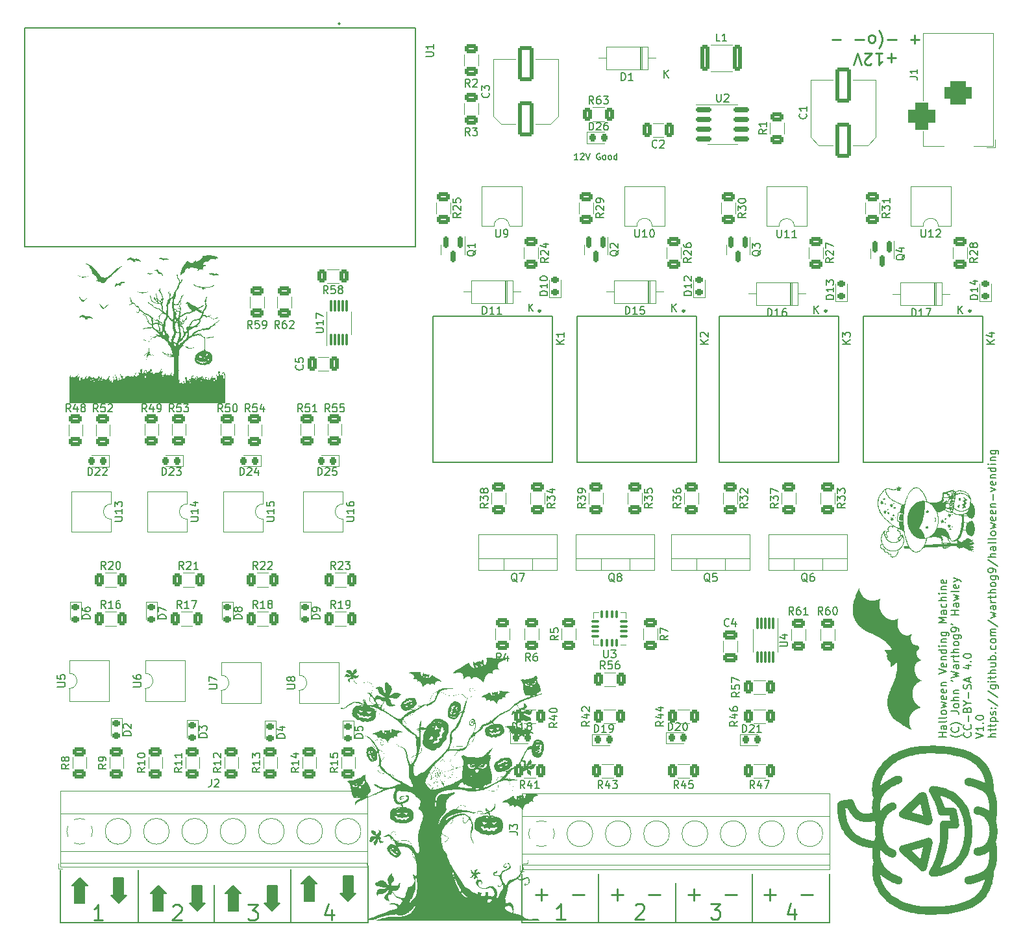
<source format=gbr>
%TF.GenerationSoftware,KiCad,Pcbnew,(6.0.9)*%
%TF.CreationDate,2022-12-14T22:51:03-08:00*%
%TF.ProjectId,halloween vending machine,68616c6c-6f77-4656-956e-2076656e6469,rev?*%
%TF.SameCoordinates,Original*%
%TF.FileFunction,Legend,Top*%
%TF.FilePolarity,Positive*%
%FSLAX46Y46*%
G04 Gerber Fmt 4.6, Leading zero omitted, Abs format (unit mm)*
G04 Created by KiCad (PCBNEW (6.0.9)) date 2022-12-14 22:51:03*
%MOMM*%
%LPD*%
G01*
G04 APERTURE LIST*
G04 Aperture macros list*
%AMRoundRect*
0 Rectangle with rounded corners*
0 $1 Rounding radius*
0 $2 $3 $4 $5 $6 $7 $8 $9 X,Y pos of 4 corners*
0 Add a 4 corners polygon primitive as box body*
4,1,4,$2,$3,$4,$5,$6,$7,$8,$9,$2,$3,0*
0 Add four circle primitives for the rounded corners*
1,1,$1+$1,$2,$3*
1,1,$1+$1,$4,$5*
1,1,$1+$1,$6,$7*
1,1,$1+$1,$8,$9*
0 Add four rect primitives between the rounded corners*
20,1,$1+$1,$2,$3,$4,$5,0*
20,1,$1+$1,$4,$5,$6,$7,0*
20,1,$1+$1,$6,$7,$8,$9,0*
20,1,$1+$1,$8,$9,$2,$3,0*%
G04 Aperture macros list end*
%ADD10C,0.152400*%
%ADD11C,0.000000*%
%ADD12C,0.254000*%
%ADD13C,0.150000*%
%ADD14C,0.127000*%
%ADD15C,0.300000*%
%ADD16C,0.120000*%
%ADD17C,0.200000*%
%ADD18R,1.980000X1.980000*%
%ADD19C,1.935000*%
%ADD20C,1.980000*%
%ADD21RoundRect,0.218750X-0.218750X-0.256250X0.218750X-0.256250X0.218750X0.256250X-0.218750X0.256250X0*%
%ADD22RoundRect,0.218750X0.218750X0.256250X-0.218750X0.256250X-0.218750X-0.256250X0.218750X-0.256250X0*%
%ADD23RoundRect,0.218750X-0.256250X0.218750X-0.256250X-0.218750X0.256250X-0.218750X0.256250X0.218750X0*%
%ADD24RoundRect,0.218750X0.256250X-0.218750X0.256250X0.218750X-0.256250X0.218750X-0.256250X-0.218750X0*%
%ADD25R,2.600000X2.600000*%
%ADD26C,2.600000*%
%ADD27RoundRect,0.250000X-0.625000X0.312500X-0.625000X-0.312500X0.625000X-0.312500X0.625000X0.312500X0*%
%ADD28RoundRect,0.250000X-0.312500X-0.625000X0.312500X-0.625000X0.312500X0.625000X-0.312500X0.625000X0*%
%ADD29RoundRect,0.250000X0.650000X-0.325000X0.650000X0.325000X-0.650000X0.325000X-0.650000X-0.325000X0*%
%ADD30R,1.600000X1.600000*%
%ADD31O,1.600000X1.600000*%
%ADD32RoundRect,0.250000X0.625000X-0.312500X0.625000X0.312500X-0.625000X0.312500X-0.625000X-0.312500X0*%
%ADD33RoundRect,0.075000X0.075000X-0.650000X0.075000X0.650000X-0.075000X0.650000X-0.075000X-0.650000X0*%
%ADD34RoundRect,0.150000X-0.150000X0.587500X-0.150000X-0.587500X0.150000X-0.587500X0.150000X0.587500X0*%
%ADD35RoundRect,0.087500X0.425000X0.087500X-0.425000X0.087500X-0.425000X-0.087500X0.425000X-0.087500X0*%
%ADD36RoundRect,0.087500X0.087500X0.425000X-0.087500X0.425000X-0.087500X-0.425000X0.087500X-0.425000X0*%
%ADD37R,2.100000X2.100000*%
%ADD38R,2.200000X2.200000*%
%ADD39O,2.200000X2.200000*%
%ADD40RoundRect,0.150000X-0.825000X-0.150000X0.825000X-0.150000X0.825000X0.150000X-0.825000X0.150000X0*%
%ADD41RoundRect,0.250000X0.312500X0.625000X-0.312500X0.625000X-0.312500X-0.625000X0.312500X-0.625000X0*%
%ADD42RoundRect,0.250001X0.799999X-1.999999X0.799999X1.999999X-0.799999X1.999999X-0.799999X-1.999999X0*%
%ADD43RoundRect,0.250000X0.325000X0.650000X-0.325000X0.650000X-0.325000X-0.650000X0.325000X-0.650000X0*%
%ADD44R,2.000000X2.000000*%
%ADD45C,2.000000*%
%ADD46R,1.905000X2.000000*%
%ADD47O,1.905000X2.000000*%
%ADD48RoundRect,0.250000X-0.312500X-1.450000X0.312500X-1.450000X0.312500X1.450000X-0.312500X1.450000X0*%
%ADD49R,3.500000X3.500000*%
%ADD50RoundRect,0.750000X-1.000000X0.750000X-1.000000X-0.750000X1.000000X-0.750000X1.000000X0.750000X0*%
%ADD51RoundRect,0.875000X-0.875000X0.875000X-0.875000X-0.875000X0.875000X-0.875000X0.875000X0.875000X0*%
%ADD52RoundRect,0.075000X-0.075000X0.650000X-0.075000X-0.650000X0.075000X-0.650000X0.075000X0.650000X0*%
G04 APERTURE END LIST*
D10*
X95885000Y-130556000D02*
X95885000Y-136906000D01*
D11*
G36*
X37172332Y-52139219D02*
G01*
X37176529Y-52147648D01*
X37178731Y-52151808D01*
X37181023Y-52155913D01*
X37183419Y-52159949D01*
X37185934Y-52163904D01*
X37188584Y-52167764D01*
X37191382Y-52171515D01*
X37194343Y-52175144D01*
X37197484Y-52178637D01*
X37200817Y-52181981D01*
X37204360Y-52185162D01*
X37209914Y-52186561D01*
X37215501Y-52187565D01*
X37221117Y-52188210D01*
X37226757Y-52188531D01*
X37232416Y-52188562D01*
X37238091Y-52188338D01*
X37243778Y-52187894D01*
X37249471Y-52187266D01*
X37260860Y-52185593D01*
X37272225Y-52183599D01*
X37283531Y-52181564D01*
X37294742Y-52179765D01*
X37305647Y-52186820D01*
X37310704Y-52189752D01*
X37315529Y-52192301D01*
X37320148Y-52194477D01*
X37324584Y-52196292D01*
X37328861Y-52197755D01*
X37333004Y-52198877D01*
X37337038Y-52199668D01*
X37340986Y-52200139D01*
X37344872Y-52200301D01*
X37348722Y-52200163D01*
X37352559Y-52199738D01*
X37356408Y-52199033D01*
X37360293Y-52198062D01*
X37364238Y-52196833D01*
X37372406Y-52193646D01*
X37381107Y-52189557D01*
X37390536Y-52184649D01*
X37400887Y-52179006D01*
X37425131Y-52165852D01*
X37439414Y-52158509D01*
X37455396Y-52150766D01*
X37519304Y-52169434D01*
X37535596Y-52174673D01*
X37551771Y-52180329D01*
X37567707Y-52186497D01*
X37583282Y-52193272D01*
X37598375Y-52200747D01*
X37612863Y-52209017D01*
X37619843Y-52213480D01*
X37626626Y-52218177D01*
X37633197Y-52223120D01*
X37639541Y-52228321D01*
X37645643Y-52233791D01*
X37651487Y-52239543D01*
X37657058Y-52245588D01*
X37662342Y-52251938D01*
X37667322Y-52258605D01*
X37671984Y-52265600D01*
X37676313Y-52272936D01*
X37680292Y-52280624D01*
X37667065Y-52281344D01*
X37660453Y-52281533D01*
X37653850Y-52281583D01*
X37647264Y-52281477D01*
X37640700Y-52281197D01*
X37634165Y-52280724D01*
X37627666Y-52280042D01*
X37621210Y-52279131D01*
X37614802Y-52277974D01*
X37608449Y-52276553D01*
X37602157Y-52274849D01*
X37595934Y-52272846D01*
X37589786Y-52270524D01*
X37583719Y-52267867D01*
X37577740Y-52264855D01*
X37574180Y-52263319D01*
X37570625Y-52262054D01*
X37567075Y-52261044D01*
X37563528Y-52260273D01*
X37559984Y-52259727D01*
X37556443Y-52259389D01*
X37552905Y-52259245D01*
X37549369Y-52259277D01*
X37542301Y-52259812D01*
X37535237Y-52260868D01*
X37528173Y-52262322D01*
X37521106Y-52264048D01*
X37506951Y-52267818D01*
X37499855Y-52269612D01*
X37492744Y-52271180D01*
X37485614Y-52272396D01*
X37478461Y-52273136D01*
X37474875Y-52273288D01*
X37471283Y-52273274D01*
X37467683Y-52273079D01*
X37464075Y-52272686D01*
X37460107Y-52272770D01*
X37456037Y-52272664D01*
X37447689Y-52272113D01*
X37439230Y-52271494D01*
X37435021Y-52271304D01*
X37430857Y-52271271D01*
X37426764Y-52271452D01*
X37422766Y-52271906D01*
X37420811Y-52272253D01*
X37418888Y-52272690D01*
X37417002Y-52273224D01*
X37415155Y-52273862D01*
X37413351Y-52274612D01*
X37411591Y-52275480D01*
X37409881Y-52276474D01*
X37408222Y-52277602D01*
X37406617Y-52278869D01*
X37405070Y-52280285D01*
X37403584Y-52281855D01*
X37402162Y-52283587D01*
X37402307Y-52284916D01*
X37402519Y-52286224D01*
X37402797Y-52287511D01*
X37403137Y-52288779D01*
X37403537Y-52290028D01*
X37403992Y-52291259D01*
X37404500Y-52292473D01*
X37405059Y-52293669D01*
X37405664Y-52294850D01*
X37406313Y-52296016D01*
X37407731Y-52298304D01*
X37409288Y-52300540D01*
X37410961Y-52302730D01*
X37412723Y-52304878D01*
X37414552Y-52306991D01*
X37418311Y-52311135D01*
X37422042Y-52315207D01*
X37423837Y-52317230D01*
X37425552Y-52319253D01*
X37419410Y-52320160D01*
X37413356Y-52321417D01*
X37407431Y-52323027D01*
X37401679Y-52324996D01*
X37396142Y-52327328D01*
X37393467Y-52328631D01*
X37390862Y-52330026D01*
X37388333Y-52331515D01*
X37385884Y-52333097D01*
X37383520Y-52334773D01*
X37381248Y-52336544D01*
X37379072Y-52338409D01*
X37376998Y-52340371D01*
X37375031Y-52342429D01*
X37373176Y-52344584D01*
X37371439Y-52346836D01*
X37369825Y-52349186D01*
X37368340Y-52351635D01*
X37366988Y-52354183D01*
X37365776Y-52356831D01*
X37364708Y-52359578D01*
X37363789Y-52362427D01*
X37363026Y-52365377D01*
X37362423Y-52368429D01*
X37361985Y-52371583D01*
X37361719Y-52374841D01*
X37361629Y-52378202D01*
X37356489Y-52373783D01*
X37351160Y-52369876D01*
X37345656Y-52366458D01*
X37339991Y-52363506D01*
X37334179Y-52360996D01*
X37328234Y-52358905D01*
X37322170Y-52357209D01*
X37316002Y-52355885D01*
X37309743Y-52354909D01*
X37303408Y-52354259D01*
X37297010Y-52353910D01*
X37290564Y-52353839D01*
X37284084Y-52354023D01*
X37277584Y-52354439D01*
X37271078Y-52355063D01*
X37264581Y-52355871D01*
X37266970Y-52345731D01*
X37269488Y-52335631D01*
X37274634Y-52315549D01*
X37264357Y-52310187D01*
X37255537Y-52305261D01*
X37240992Y-52296488D01*
X37228445Y-52288765D01*
X37222122Y-52285151D01*
X37215340Y-52281625D01*
X37207780Y-52278130D01*
X37199123Y-52274606D01*
X37189050Y-52270996D01*
X37177240Y-52267241D01*
X37163375Y-52263284D01*
X37147135Y-52259065D01*
X37128201Y-52254529D01*
X37106254Y-52249615D01*
X37103182Y-52250506D01*
X37100193Y-52251529D01*
X37097284Y-52252676D01*
X37094449Y-52253941D01*
X37091684Y-52255315D01*
X37088985Y-52256793D01*
X37086347Y-52258367D01*
X37083766Y-52260031D01*
X37078756Y-52263598D01*
X37073919Y-52267439D01*
X37069220Y-52271497D01*
X37064622Y-52275716D01*
X37046529Y-52293087D01*
X37041901Y-52297274D01*
X37037160Y-52301286D01*
X37032270Y-52305068D01*
X37027195Y-52308564D01*
X37023436Y-52309396D01*
X37019661Y-52310115D01*
X37015874Y-52310729D01*
X37012074Y-52311248D01*
X37004446Y-52312041D01*
X36996794Y-52312572D01*
X36989132Y-52312920D01*
X36981475Y-52313163D01*
X36966235Y-52313644D01*
X36968438Y-52304672D01*
X36971070Y-52295968D01*
X36974112Y-52287524D01*
X36977547Y-52279334D01*
X36981359Y-52271388D01*
X36985531Y-52263681D01*
X36990045Y-52256204D01*
X36994884Y-52248950D01*
X37000032Y-52241911D01*
X37005471Y-52235081D01*
X37017154Y-52222014D01*
X37029799Y-52209690D01*
X37043268Y-52198047D01*
X37057425Y-52187028D01*
X37072135Y-52176571D01*
X37087260Y-52166617D01*
X37102665Y-52157107D01*
X37133768Y-52139175D01*
X37164355Y-52122297D01*
X37172332Y-52139219D01*
G37*
D10*
G36*
X44132500Y-134302500D02*
G01*
X44513500Y-134302500D01*
X43497500Y-135318500D01*
X42481500Y-134302500D01*
X42862500Y-134302500D01*
X42862500Y-132016500D01*
X44132500Y-132016500D01*
X44132500Y-134302500D01*
G37*
X44132500Y-134302500D02*
X44513500Y-134302500D01*
X43497500Y-135318500D01*
X42481500Y-134302500D01*
X42862500Y-134302500D01*
X42862500Y-132016500D01*
X44132500Y-132016500D01*
X44132500Y-134302500D01*
D11*
G36*
X38883930Y-50164892D02*
G01*
X38892599Y-50165615D01*
X38901033Y-50166790D01*
X38909245Y-50168389D01*
X38917248Y-50170386D01*
X38925055Y-50172754D01*
X38932679Y-50175467D01*
X38940131Y-50178497D01*
X38947426Y-50181817D01*
X38954575Y-50185401D01*
X38961592Y-50189222D01*
X38975279Y-50197468D01*
X38988588Y-50206338D01*
X39040088Y-50243774D01*
X39053038Y-50252547D01*
X39066222Y-50260656D01*
X39072934Y-50264395D01*
X39079742Y-50267887D01*
X39086659Y-50271105D01*
X39093699Y-50274024D01*
X39095630Y-50240845D01*
X39096616Y-50224256D01*
X39097720Y-50207666D01*
X39102210Y-50207731D01*
X39106709Y-50207848D01*
X39111219Y-50208020D01*
X39115739Y-50208248D01*
X39120268Y-50208536D01*
X39124808Y-50208887D01*
X39129357Y-50209301D01*
X39133916Y-50209783D01*
X39137111Y-50215149D01*
X39140400Y-50220467D01*
X39147132Y-50231042D01*
X39153844Y-50241677D01*
X39157109Y-50247069D01*
X39160269Y-50252539D01*
X39163513Y-50253419D01*
X39166697Y-50254062D01*
X39169826Y-50254481D01*
X39172902Y-50254689D01*
X39175930Y-50254698D01*
X39178912Y-50254522D01*
X39181853Y-50254172D01*
X39184755Y-50253662D01*
X39187622Y-50253005D01*
X39190458Y-50252212D01*
X39196050Y-50250272D01*
X39201557Y-50247944D01*
X39207008Y-50245330D01*
X39217852Y-50239648D01*
X39223301Y-50236784D01*
X39228805Y-50234040D01*
X39234391Y-50231517D01*
X39240087Y-50229317D01*
X39242985Y-50228370D01*
X39245921Y-50227542D01*
X39248898Y-50226845D01*
X39251921Y-50226293D01*
X39253944Y-50250648D01*
X39256048Y-50275082D01*
X39263813Y-50275044D01*
X39271497Y-50274593D01*
X39279104Y-50273759D01*
X39286641Y-50272572D01*
X39301528Y-50269263D01*
X39316206Y-50264907D01*
X39330722Y-50259747D01*
X39345124Y-50254025D01*
X39373775Y-50241864D01*
X39388119Y-50235909D01*
X39402540Y-50230362D01*
X39417084Y-50225465D01*
X39431800Y-50221459D01*
X39439236Y-50219867D01*
X39446734Y-50218588D01*
X39454298Y-50217653D01*
X39461935Y-50217093D01*
X39469650Y-50216937D01*
X39477450Y-50217217D01*
X39485340Y-50217962D01*
X39493327Y-50219202D01*
X39495499Y-50223955D01*
X39497724Y-50228691D01*
X39502310Y-50238120D01*
X39507034Y-50247509D01*
X39511847Y-50256879D01*
X39546505Y-50267265D01*
X39573345Y-50274413D01*
X39593483Y-50278897D01*
X39608033Y-50281288D01*
X39618108Y-50282161D01*
X39624823Y-50282086D01*
X39632630Y-50281390D01*
X39635950Y-50281913D01*
X39640367Y-50283781D01*
X39656949Y-50293842D01*
X39752301Y-50355304D01*
X39757910Y-50360519D01*
X39763803Y-50365672D01*
X39776094Y-50375941D01*
X39788474Y-50386409D01*
X39794478Y-50391810D01*
X39800243Y-50397372D01*
X39805681Y-50403133D01*
X39810703Y-50409130D01*
X39813032Y-50412228D01*
X39815224Y-50415399D01*
X39817268Y-50418648D01*
X39819154Y-50421979D01*
X39820871Y-50425396D01*
X39822408Y-50428905D01*
X39823753Y-50432511D01*
X39824897Y-50436217D01*
X39825827Y-50440028D01*
X39826533Y-50443949D01*
X39827005Y-50447986D01*
X39827231Y-50452141D01*
X39818256Y-50450570D01*
X39809237Y-50448697D01*
X39791089Y-50444414D01*
X39772841Y-50440028D01*
X39763698Y-50438028D01*
X39754550Y-50436279D01*
X39745404Y-50434874D01*
X39736268Y-50433904D01*
X39727147Y-50433463D01*
X39718050Y-50433642D01*
X39708983Y-50434533D01*
X39704462Y-50435275D01*
X39699952Y-50436229D01*
X39695452Y-50437408D01*
X39690964Y-50438822D01*
X39686489Y-50440484D01*
X39682027Y-50442404D01*
X39678137Y-50443799D01*
X39674245Y-50445438D01*
X39670348Y-50447257D01*
X39666444Y-50449191D01*
X39658607Y-50453142D01*
X39654668Y-50455030D01*
X39650713Y-50456771D01*
X39646740Y-50458302D01*
X39642745Y-50459557D01*
X39640740Y-50460061D01*
X39638728Y-50460471D01*
X39636710Y-50460779D01*
X39634685Y-50460978D01*
X39632653Y-50461059D01*
X39630614Y-50461015D01*
X39628567Y-50460836D01*
X39626512Y-50460514D01*
X39624450Y-50460043D01*
X39622378Y-50459413D01*
X39620299Y-50458616D01*
X39618210Y-50457645D01*
X39611910Y-50455266D01*
X39605556Y-50452708D01*
X39592707Y-50447385D01*
X39586222Y-50444783D01*
X39579704Y-50442330D01*
X39573158Y-50440108D01*
X39566589Y-50438198D01*
X39560004Y-50436682D01*
X39553405Y-50435643D01*
X39550103Y-50435327D01*
X39546801Y-50435162D01*
X39543497Y-50435156D01*
X39540194Y-50435320D01*
X39536892Y-50435665D01*
X39533591Y-50436201D01*
X39530293Y-50436937D01*
X39526997Y-50437885D01*
X39523706Y-50439054D01*
X39520418Y-50440455D01*
X39517135Y-50442097D01*
X39513858Y-50443992D01*
X39511399Y-50444529D01*
X39509020Y-50445238D01*
X39506715Y-50446107D01*
X39504478Y-50447121D01*
X39502304Y-50448269D01*
X39500188Y-50449536D01*
X39498124Y-50450910D01*
X39496106Y-50452378D01*
X39492188Y-50455541D01*
X39488391Y-50458921D01*
X39480983Y-50465913D01*
X39477284Y-50469314D01*
X39473530Y-50472512D01*
X39471619Y-50474002D01*
X39469677Y-50475403D01*
X39467700Y-50476700D01*
X39465682Y-50477880D01*
X39463617Y-50478931D01*
X39461500Y-50479840D01*
X39459325Y-50480593D01*
X39457087Y-50481177D01*
X39454780Y-50481579D01*
X39452400Y-50481786D01*
X39449939Y-50481785D01*
X39447394Y-50481563D01*
X39436217Y-50474695D01*
X39425033Y-50468365D01*
X39413864Y-50462577D01*
X39402730Y-50457334D01*
X39391649Y-50452641D01*
X39380644Y-50448501D01*
X39369733Y-50444917D01*
X39358936Y-50441894D01*
X39348274Y-50439436D01*
X39337767Y-50437545D01*
X39327434Y-50436227D01*
X39317297Y-50435484D01*
X39307374Y-50435320D01*
X39297685Y-50435740D01*
X39288252Y-50436746D01*
X39279094Y-50438343D01*
X39270230Y-50440535D01*
X39261682Y-50443324D01*
X39253468Y-50446716D01*
X39245610Y-50450713D01*
X39238127Y-50455319D01*
X39231039Y-50460539D01*
X39224366Y-50466376D01*
X39218129Y-50472833D01*
X39212346Y-50479914D01*
X39207040Y-50487624D01*
X39202228Y-50495966D01*
X39197932Y-50504944D01*
X39194171Y-50514560D01*
X39190966Y-50524821D01*
X39188337Y-50535728D01*
X39186303Y-50547286D01*
X39179013Y-50543088D01*
X39166979Y-50537139D01*
X39150826Y-50530102D01*
X39131177Y-50522644D01*
X39120237Y-50518964D01*
X39108656Y-50515427D01*
X39096513Y-50512118D01*
X39083886Y-50509119D01*
X39070852Y-50506512D01*
X39057490Y-50504382D01*
X39043878Y-50502811D01*
X39030093Y-50501883D01*
X39031351Y-50499061D01*
X39032663Y-50496269D01*
X39035433Y-50490766D01*
X39038373Y-50485354D01*
X39041457Y-50480015D01*
X39044654Y-50474731D01*
X39047937Y-50469483D01*
X39054646Y-50459021D01*
X39050746Y-50453002D01*
X39046334Y-50447514D01*
X39041445Y-50442534D01*
X39036119Y-50438038D01*
X39030390Y-50434002D01*
X39024297Y-50430402D01*
X39017877Y-50427215D01*
X39011167Y-50424416D01*
X39004203Y-50421983D01*
X38997023Y-50419892D01*
X38989664Y-50418118D01*
X38982163Y-50416638D01*
X38966883Y-50414466D01*
X38951479Y-50413184D01*
X38936248Y-50412604D01*
X38921487Y-50412536D01*
X38894560Y-50413176D01*
X38873068Y-50413584D01*
X38865102Y-50413227D01*
X38859384Y-50412242D01*
X38824531Y-50380250D01*
X38802085Y-50359965D01*
X38794112Y-50353458D01*
X38787558Y-50348971D01*
X38784638Y-50347390D01*
X38781862Y-50346202D01*
X38779160Y-50345367D01*
X38776462Y-50344849D01*
X38770797Y-50344610D01*
X38764307Y-50345182D01*
X38746606Y-50347554D01*
X38734273Y-50348749D01*
X38718869Y-50349546D01*
X38699835Y-50349645D01*
X38676609Y-50348742D01*
X38626463Y-50316085D01*
X38618976Y-50311650D01*
X38612484Y-50308370D01*
X38606475Y-50306075D01*
X38600437Y-50304595D01*
X38593857Y-50303763D01*
X38586224Y-50303409D01*
X38565746Y-50303458D01*
X38534904Y-50303392D01*
X38514317Y-50302893D01*
X38489601Y-50301858D01*
X38490243Y-50299234D01*
X38491554Y-50296301D01*
X38496098Y-50289615D01*
X38503061Y-50282013D01*
X38512273Y-50273706D01*
X38523561Y-50264909D01*
X38536754Y-50255833D01*
X38551680Y-50246691D01*
X38568167Y-50237697D01*
X38586044Y-50229061D01*
X38605138Y-50220999D01*
X38625279Y-50213721D01*
X38646294Y-50207441D01*
X38668012Y-50202372D01*
X38690261Y-50198726D01*
X38712869Y-50196716D01*
X38724254Y-50196390D01*
X38735665Y-50196554D01*
X38766482Y-50196962D01*
X38797339Y-50197123D01*
X38828235Y-50196866D01*
X38843699Y-50196529D01*
X38859172Y-50196025D01*
X38865839Y-50164910D01*
X38875015Y-50164648D01*
X38883930Y-50164892D01*
G37*
G36*
X82007643Y-107127004D02*
G01*
X82002231Y-107097051D01*
X81997489Y-107067003D01*
X81993440Y-107036868D01*
X81990105Y-107006656D01*
X81987503Y-106976375D01*
X81985656Y-106946035D01*
X81984586Y-106915644D01*
X81984312Y-106885211D01*
X81984856Y-106854745D01*
X81986239Y-106824255D01*
X81988481Y-106793751D01*
X82004026Y-106807113D01*
X82019376Y-106820734D01*
X82049899Y-106848289D01*
X82065276Y-106861993D01*
X82080867Y-106875496D01*
X82096774Y-106888683D01*
X82104878Y-106895122D01*
X82113099Y-106901438D01*
X82119026Y-106901444D01*
X82124904Y-106901176D01*
X82130734Y-106900647D01*
X82136521Y-106899874D01*
X82147974Y-106897654D01*
X82159288Y-106894637D01*
X82170486Y-106890941D01*
X82181591Y-106886689D01*
X82192627Y-106882001D01*
X82203618Y-106876996D01*
X82247602Y-106856230D01*
X82258721Y-106851455D01*
X82269936Y-106847086D01*
X82281272Y-106843245D01*
X82292752Y-106840053D01*
X82301561Y-106836929D01*
X82310424Y-106834238D01*
X82328296Y-106830042D01*
X82346341Y-106827239D01*
X82364528Y-106825607D01*
X82382831Y-106824920D01*
X82401219Y-106824955D01*
X82438140Y-106826294D01*
X82475060Y-106827831D01*
X82493449Y-106828114D01*
X82511751Y-106827774D01*
X82529939Y-106826588D01*
X82547984Y-106824332D01*
X82565856Y-106820780D01*
X82574719Y-106818449D01*
X82583528Y-106815711D01*
X82590756Y-106809104D01*
X82597768Y-106802293D01*
X82604586Y-106795299D01*
X82611230Y-106788141D01*
X82617721Y-106780839D01*
X82624078Y-106773412D01*
X82636476Y-106758264D01*
X82660581Y-106727344D01*
X82672616Y-106711889D01*
X82684860Y-106696648D01*
X82697122Y-106753290D01*
X82708428Y-106810106D01*
X82718667Y-106867095D01*
X82727727Y-106924258D01*
X82735497Y-106981594D01*
X82741864Y-107039104D01*
X82746718Y-107096787D01*
X82749946Y-107154644D01*
X82764939Y-107143961D01*
X82779307Y-107132713D01*
X82793053Y-107120923D01*
X82806175Y-107108614D01*
X82830554Y-107082532D01*
X82852450Y-107054650D01*
X82871868Y-107025151D01*
X82888815Y-106994219D01*
X82903294Y-106962036D01*
X82915313Y-106928786D01*
X82924876Y-106894653D01*
X82931989Y-106859819D01*
X82936657Y-106824469D01*
X82938885Y-106788784D01*
X82938680Y-106752950D01*
X82936046Y-106717148D01*
X82930988Y-106681562D01*
X82923514Y-106646377D01*
X82995933Y-106641870D01*
X83032305Y-106640396D01*
X83068674Y-106640093D01*
X83086831Y-106640534D01*
X83104956Y-106641452D01*
X83123038Y-106642908D01*
X83141067Y-106644963D01*
X83159033Y-106647678D01*
X83176924Y-106651115D01*
X83194731Y-106655335D01*
X83212443Y-106660399D01*
X83275941Y-106678394D01*
X83319492Y-106691019D01*
X83363406Y-106702447D01*
X83407649Y-106712597D01*
X83452187Y-106721389D01*
X83496986Y-106728743D01*
X83542012Y-106734577D01*
X83587229Y-106738811D01*
X83632605Y-106741365D01*
X83648477Y-106740836D01*
X83672627Y-106739888D01*
X83697026Y-106739412D01*
X83721624Y-106739382D01*
X83746371Y-106739775D01*
X83801469Y-106742194D01*
X83856703Y-106745431D01*
X83911887Y-106750008D01*
X83966836Y-106756445D01*
X83994164Y-106760524D01*
X84021363Y-106765263D01*
X84048411Y-106770728D01*
X84075283Y-106776984D01*
X84101957Y-106784095D01*
X84128410Y-106792127D01*
X84154617Y-106801144D01*
X84180557Y-106811213D01*
X84190123Y-106815221D01*
X84199603Y-106819310D01*
X84218454Y-106827752D01*
X84237405Y-106836591D01*
X84256753Y-106845876D01*
X84308081Y-106881597D01*
X84225518Y-106891512D01*
X84183667Y-106897780D01*
X84141733Y-106905164D01*
X84099939Y-106913846D01*
X84058507Y-106924006D01*
X84017659Y-106935828D01*
X83977618Y-106949493D01*
X83938607Y-106965183D01*
X83900847Y-106983079D01*
X83864562Y-107003364D01*
X83847041Y-107014458D01*
X83829973Y-107026218D01*
X83813384Y-107038666D01*
X83797303Y-107051824D01*
X83781758Y-107065716D01*
X83766775Y-107080364D01*
X83752384Y-107095791D01*
X83738611Y-107112019D01*
X83725485Y-107129072D01*
X83713034Y-107146972D01*
X83703843Y-107170266D01*
X83696456Y-107193788D01*
X83690790Y-107217498D01*
X83686764Y-107241358D01*
X83684296Y-107265327D01*
X83683304Y-107289368D01*
X83683706Y-107313440D01*
X83685421Y-107337505D01*
X83688367Y-107361523D01*
X83692461Y-107385456D01*
X83697623Y-107409264D01*
X83703771Y-107432908D01*
X83710821Y-107456349D01*
X83718694Y-107479548D01*
X83727307Y-107502465D01*
X83736578Y-107525062D01*
X83696879Y-107514256D01*
X83676886Y-107509495D01*
X83656811Y-107505197D01*
X83636663Y-107501386D01*
X83616452Y-107498090D01*
X83596187Y-107495334D01*
X83575879Y-107493145D01*
X83555536Y-107491547D01*
X83535169Y-107490568D01*
X83514787Y-107490233D01*
X83494400Y-107490568D01*
X83474017Y-107491600D01*
X83453649Y-107493353D01*
X83433305Y-107495854D01*
X83412994Y-107499130D01*
X83401168Y-107502106D01*
X83389799Y-107505710D01*
X83378892Y-107509918D01*
X83368447Y-107514705D01*
X83358467Y-107520047D01*
X83348955Y-107525918D01*
X83339913Y-107532295D01*
X83331343Y-107539152D01*
X83323249Y-107546466D01*
X83315631Y-107554211D01*
X83308493Y-107562363D01*
X83301836Y-107570898D01*
X83295664Y-107579790D01*
X83289979Y-107589016D01*
X83284782Y-107598551D01*
X83280077Y-107608370D01*
X83275866Y-107618449D01*
X83272151Y-107628763D01*
X83268934Y-107639287D01*
X83266218Y-107649997D01*
X83264005Y-107660869D01*
X83262298Y-107671878D01*
X83261099Y-107682998D01*
X83260410Y-107694207D01*
X83260234Y-107705479D01*
X83260573Y-107716789D01*
X83261430Y-107728113D01*
X83262806Y-107739427D01*
X83264705Y-107750706D01*
X83267128Y-107761925D01*
X83270078Y-107773060D01*
X83273558Y-107784086D01*
X83263840Y-107775718D01*
X83253801Y-107767831D01*
X83243460Y-107760428D01*
X83232839Y-107753514D01*
X83221957Y-107747091D01*
X83210836Y-107741163D01*
X83199497Y-107735733D01*
X83187959Y-107730805D01*
X83164371Y-107722470D01*
X83140238Y-107716183D01*
X83115725Y-107711974D01*
X83090998Y-107709871D01*
X83078605Y-107709617D01*
X83066221Y-107709900D01*
X83053865Y-107710724D01*
X83041559Y-107712091D01*
X83029323Y-107714005D01*
X83017178Y-107716470D01*
X83005144Y-107719490D01*
X82993242Y-107723067D01*
X82981493Y-107727205D01*
X82969918Y-107731908D01*
X82958536Y-107737179D01*
X82947369Y-107743022D01*
X82936437Y-107749440D01*
X82925761Y-107756436D01*
X82915362Y-107764015D01*
X82905260Y-107772179D01*
X82872134Y-107800459D01*
X82840916Y-107830639D01*
X82811598Y-107862586D01*
X82784170Y-107896165D01*
X82758625Y-107931244D01*
X82734953Y-107967688D01*
X82713146Y-108005364D01*
X82693196Y-108044138D01*
X82675093Y-108083876D01*
X82658830Y-108124445D01*
X82644398Y-108165710D01*
X82631788Y-108207539D01*
X82620992Y-108249797D01*
X82612001Y-108292351D01*
X82604807Y-108335066D01*
X82599400Y-108377810D01*
X82579042Y-108338389D01*
X82556982Y-108299685D01*
X82533257Y-108261826D01*
X82507901Y-108224939D01*
X82480950Y-108189154D01*
X82452439Y-108154597D01*
X82422403Y-108121396D01*
X82390878Y-108089680D01*
X82357898Y-108059576D01*
X82323500Y-108031212D01*
X82287718Y-108004717D01*
X82250587Y-107980217D01*
X82212144Y-107957841D01*
X82172423Y-107937717D01*
X82131459Y-107919972D01*
X82089288Y-107904735D01*
X82077344Y-107901593D01*
X82065428Y-107899005D01*
X82053550Y-107896963D01*
X82041717Y-107895456D01*
X82029940Y-107894475D01*
X82018225Y-107894011D01*
X82006583Y-107894054D01*
X81995021Y-107894594D01*
X81983548Y-107895623D01*
X81972173Y-107897130D01*
X81960904Y-107899105D01*
X81949750Y-107901540D01*
X81938720Y-107904425D01*
X81927823Y-107907750D01*
X81917066Y-107911506D01*
X81906458Y-107915683D01*
X81896009Y-107920271D01*
X81885727Y-107925262D01*
X81875620Y-107930645D01*
X81865696Y-107936411D01*
X81855966Y-107942550D01*
X81846437Y-107949054D01*
X81837118Y-107955912D01*
X81828017Y-107963114D01*
X81819144Y-107970652D01*
X81810506Y-107978515D01*
X81802113Y-107986695D01*
X81793972Y-107995181D01*
X81778485Y-108013036D01*
X81764114Y-108032002D01*
X81749550Y-107977687D01*
X81745571Y-107963893D01*
X81741247Y-107950229D01*
X81736472Y-107936802D01*
X81731141Y-107923720D01*
X81725150Y-107911090D01*
X81721874Y-107904979D01*
X81718394Y-107899021D01*
X81714696Y-107893231D01*
X81710767Y-107887621D01*
X81706594Y-107882204D01*
X81702164Y-107876996D01*
X81697464Y-107872008D01*
X81692481Y-107867255D01*
X81687201Y-107862749D01*
X81681612Y-107858505D01*
X81675700Y-107854535D01*
X81669453Y-107850854D01*
X81662856Y-107847475D01*
X81655897Y-107844410D01*
X81649489Y-107840936D01*
X81643016Y-107837797D01*
X81636482Y-107834982D01*
X81629892Y-107832479D01*
X81616553Y-107828363D01*
X81603030Y-107825356D01*
X81589353Y-107823365D01*
X81575550Y-107822295D01*
X81561650Y-107822055D01*
X81547684Y-107822549D01*
X81533681Y-107823685D01*
X81519670Y-107825370D01*
X81505680Y-107827510D01*
X81491742Y-107830011D01*
X81464136Y-107835725D01*
X81437086Y-107841765D01*
X81410979Y-107853762D01*
X81385234Y-107866503D01*
X81359842Y-107879939D01*
X81334795Y-107894020D01*
X81310081Y-107908695D01*
X81285693Y-107923917D01*
X81261621Y-107939634D01*
X81237855Y-107955797D01*
X81239564Y-107910844D01*
X81239819Y-107888047D01*
X81239522Y-107865153D01*
X81238560Y-107842250D01*
X81236819Y-107819425D01*
X81234187Y-107796765D01*
X81230548Y-107774360D01*
X81225790Y-107752295D01*
X81219800Y-107730660D01*
X81212463Y-107709540D01*
X81203666Y-107689024D01*
X81198684Y-107679020D01*
X81193295Y-107669200D01*
X81187484Y-107659575D01*
X81181238Y-107650155D01*
X81174541Y-107640952D01*
X81167379Y-107631977D01*
X81159739Y-107623240D01*
X81151607Y-107614752D01*
X81139883Y-107602723D01*
X81127745Y-107591473D01*
X81115211Y-107580978D01*
X81102301Y-107571216D01*
X81089033Y-107562163D01*
X81075428Y-107553795D01*
X81047281Y-107539019D01*
X81018013Y-107526700D01*
X80987778Y-107516650D01*
X80956730Y-107508680D01*
X80925022Y-107502601D01*
X80892810Y-107498223D01*
X80860245Y-107495360D01*
X80827484Y-107493821D01*
X80794678Y-107493418D01*
X80761982Y-107493962D01*
X80729551Y-107495265D01*
X80666095Y-107499391D01*
X80643537Y-107504893D01*
X80620920Y-107510112D01*
X80575573Y-107519865D01*
X80530175Y-107528972D01*
X80484852Y-107537758D01*
X80492244Y-107528841D01*
X80501124Y-107518014D01*
X80517395Y-107498071D01*
X80530639Y-107482511D01*
X80544273Y-107467293D01*
X80558290Y-107452430D01*
X80572683Y-107437935D01*
X80587445Y-107423822D01*
X80602569Y-107410104D01*
X80618048Y-107396793D01*
X80633876Y-107383903D01*
X80650044Y-107371447D01*
X80666546Y-107359438D01*
X80683376Y-107347890D01*
X80700526Y-107336816D01*
X80717988Y-107326228D01*
X80735757Y-107316140D01*
X80753826Y-107306566D01*
X80772186Y-107297517D01*
X80778079Y-107294379D01*
X80784043Y-107291311D01*
X80790074Y-107288312D01*
X80796169Y-107285378D01*
X80802326Y-107282506D01*
X80808541Y-107279693D01*
X80814812Y-107276936D01*
X80821136Y-107274231D01*
X81049275Y-107183844D01*
X81105720Y-107159875D01*
X81161359Y-107134148D01*
X81188788Y-107120437D01*
X81215908Y-107106059D01*
X81242684Y-107090939D01*
X81269081Y-107075002D01*
X81320662Y-107039981D01*
X81373118Y-107005967D01*
X81426604Y-106973572D01*
X81453781Y-106958171D01*
X81481274Y-106943405D01*
X81509101Y-106929348D01*
X81537283Y-106916078D01*
X81565839Y-106903671D01*
X81594788Y-106892202D01*
X81624149Y-106881749D01*
X81653941Y-106872388D01*
X81684185Y-106864196D01*
X81714900Y-106857248D01*
X81716364Y-106875103D01*
X81718518Y-106892839D01*
X81721348Y-106910436D01*
X81724843Y-106927876D01*
X81728991Y-106945138D01*
X81733780Y-106962205D01*
X81739197Y-106979057D01*
X81745232Y-106995676D01*
X81751872Y-107012041D01*
X81759105Y-107028135D01*
X81766919Y-107043939D01*
X81775302Y-107059432D01*
X81784242Y-107074597D01*
X81793727Y-107089414D01*
X81803746Y-107103865D01*
X81814286Y-107117930D01*
X81825335Y-107131590D01*
X81836881Y-107144827D01*
X81848913Y-107157621D01*
X81861418Y-107169953D01*
X81874385Y-107181805D01*
X81887801Y-107193157D01*
X81901654Y-107203991D01*
X81915933Y-107214287D01*
X81930625Y-107224027D01*
X81945719Y-107233191D01*
X81961203Y-107241760D01*
X81977064Y-107249716D01*
X81993291Y-107257040D01*
X82009872Y-107263711D01*
X82026794Y-107269713D01*
X82044046Y-107275025D01*
X82027701Y-107216201D01*
X82013996Y-107158081D01*
X82083734Y-107158081D01*
X82172630Y-107150408D01*
X82172607Y-107154814D01*
X82172438Y-107159100D01*
X82172123Y-107163266D01*
X82171663Y-107167313D01*
X82171057Y-107171240D01*
X82170305Y-107175048D01*
X82169407Y-107178736D01*
X82168364Y-107182305D01*
X82167175Y-107185753D01*
X82165840Y-107189082D01*
X82164360Y-107192291D01*
X82162734Y-107195380D01*
X82160962Y-107198349D01*
X82159044Y-107201198D01*
X82156981Y-107203927D01*
X82154772Y-107206535D01*
X82152417Y-107209024D01*
X82149916Y-107211393D01*
X82147270Y-107213641D01*
X82144478Y-107215769D01*
X82141540Y-107217776D01*
X82138457Y-107219663D01*
X82135227Y-107221430D01*
X82131852Y-107223076D01*
X82128331Y-107224602D01*
X82124665Y-107226007D01*
X82120852Y-107227292D01*
X82116894Y-107228455D01*
X82112791Y-107229499D01*
X82108541Y-107230421D01*
X82099605Y-107231903D01*
X82113610Y-107239335D01*
X82128152Y-107246810D01*
X82135582Y-107250314D01*
X82143097Y-107253529D01*
X82150678Y-107256355D01*
X82158311Y-107258692D01*
X82165977Y-107260439D01*
X82169818Y-107261061D01*
X82173661Y-107261498D01*
X82177504Y-107261737D01*
X82181346Y-107261767D01*
X82185183Y-107261574D01*
X82189014Y-107261147D01*
X82192837Y-107260472D01*
X82196650Y-107259538D01*
X82200451Y-107258331D01*
X82204237Y-107256839D01*
X82208007Y-107255051D01*
X82211758Y-107252952D01*
X82215489Y-107250531D01*
X82219197Y-107247775D01*
X82225593Y-107245412D01*
X82231535Y-107242560D01*
X82237027Y-107239254D01*
X82242071Y-107235528D01*
X82246670Y-107231417D01*
X82250826Y-107226954D01*
X82254542Y-107222174D01*
X82257820Y-107217111D01*
X82260664Y-107211799D01*
X82263075Y-107206272D01*
X82265056Y-107200565D01*
X82266611Y-107194711D01*
X82267741Y-107188746D01*
X82268449Y-107182703D01*
X82268738Y-107176616D01*
X82268611Y-107170520D01*
X82268070Y-107164448D01*
X82267117Y-107158436D01*
X82265755Y-107152516D01*
X82263988Y-107146724D01*
X82261817Y-107141094D01*
X82259245Y-107135659D01*
X82256274Y-107130455D01*
X82252909Y-107125515D01*
X82249150Y-107120873D01*
X82245000Y-107116564D01*
X82240463Y-107112621D01*
X82235541Y-107109080D01*
X82231123Y-107106493D01*
X82445947Y-107106493D01*
X82534314Y-107081355D01*
X82537804Y-107086456D01*
X82540702Y-107091346D01*
X82543031Y-107096034D01*
X82544815Y-107100527D01*
X82546077Y-107104834D01*
X82546843Y-107108961D01*
X82547137Y-107112919D01*
X82546981Y-107116713D01*
X82546401Y-107120353D01*
X82545419Y-107123847D01*
X82544062Y-107127201D01*
X82542351Y-107130425D01*
X82540312Y-107133527D01*
X82537968Y-107136513D01*
X82535344Y-107139393D01*
X82532462Y-107142175D01*
X82526027Y-107147473D01*
X82518853Y-107152473D01*
X82511134Y-107157238D01*
X82503062Y-107161832D01*
X82486625Y-107170764D01*
X82478645Y-107175230D01*
X82471081Y-107179780D01*
X82477136Y-107181638D01*
X82483426Y-107183337D01*
X82496597Y-107186213D01*
X82503421Y-107187368D01*
X82510365Y-107188320D01*
X82517401Y-107189059D01*
X82524501Y-107189573D01*
X82531636Y-107189852D01*
X82538777Y-107189885D01*
X82545895Y-107189661D01*
X82552963Y-107189169D01*
X82559951Y-107188399D01*
X82566832Y-107187340D01*
X82573575Y-107185981D01*
X82580154Y-107184310D01*
X82586539Y-107182318D01*
X82592701Y-107179994D01*
X82598612Y-107177326D01*
X82604244Y-107174304D01*
X82609568Y-107170918D01*
X82614555Y-107167155D01*
X82619176Y-107163006D01*
X82623404Y-107158460D01*
X82627210Y-107153506D01*
X82630564Y-107148133D01*
X82633438Y-107142330D01*
X82635805Y-107136087D01*
X82637634Y-107129392D01*
X82638898Y-107122236D01*
X82639569Y-107114606D01*
X82639616Y-107106493D01*
X82637888Y-107096997D01*
X82635412Y-107088200D01*
X82632236Y-107080092D01*
X82628407Y-107072666D01*
X82623972Y-107065913D01*
X82618977Y-107059823D01*
X82613468Y-107054389D01*
X82607494Y-107049602D01*
X82601101Y-107045453D01*
X82594334Y-107041934D01*
X82587242Y-107039036D01*
X82579871Y-107036751D01*
X82572268Y-107035070D01*
X82564480Y-107033984D01*
X82556553Y-107033486D01*
X82548535Y-107033565D01*
X82540471Y-107034215D01*
X82532409Y-107035425D01*
X82524396Y-107037188D01*
X82516479Y-107039495D01*
X82508703Y-107042338D01*
X82501117Y-107045707D01*
X82493766Y-107049595D01*
X82486699Y-107053992D01*
X82479960Y-107058891D01*
X82473598Y-107064282D01*
X82467659Y-107070157D01*
X82462190Y-107076508D01*
X82457237Y-107083325D01*
X82452848Y-107090601D01*
X82449069Y-107098326D01*
X82445947Y-107106493D01*
X82231123Y-107106493D01*
X82230236Y-107105974D01*
X82224552Y-107103337D01*
X82218490Y-107101204D01*
X82212053Y-107099609D01*
X82207125Y-107097928D01*
X82202217Y-107096553D01*
X82197332Y-107095476D01*
X82192475Y-107094687D01*
X82187649Y-107094181D01*
X82182858Y-107093948D01*
X82178106Y-107093981D01*
X82173398Y-107094271D01*
X82168738Y-107094812D01*
X82164128Y-107095595D01*
X82159574Y-107096612D01*
X82155079Y-107097855D01*
X82150647Y-107099317D01*
X82146282Y-107100989D01*
X82141989Y-107102863D01*
X82137770Y-107104933D01*
X82133631Y-107107189D01*
X82129575Y-107109624D01*
X82125606Y-107112231D01*
X82121727Y-107115000D01*
X82117944Y-107117925D01*
X82114260Y-107120996D01*
X82110678Y-107124208D01*
X82107204Y-107127551D01*
X82103840Y-107131017D01*
X82100592Y-107134599D01*
X82097462Y-107138289D01*
X82094455Y-107142080D01*
X82088825Y-107149928D01*
X82083734Y-107158081D01*
X82013996Y-107158081D01*
X82013707Y-107156853D01*
X82007643Y-107127004D01*
G37*
G36*
X42755720Y-57152047D02*
G01*
X42756352Y-57147523D01*
X42756797Y-57142999D01*
X42757058Y-57138474D01*
X42757135Y-57133950D01*
X42757030Y-57129425D01*
X42756743Y-57124901D01*
X42756277Y-57120377D01*
X42750584Y-57084810D01*
X42744048Y-57052798D01*
X42736691Y-57024061D01*
X42728534Y-56998318D01*
X42719598Y-56975290D01*
X42709905Y-56954696D01*
X42699476Y-56936255D01*
X42688332Y-56919687D01*
X42676494Y-56904713D01*
X42663984Y-56891050D01*
X42637030Y-56866541D01*
X42575984Y-56820937D01*
X42542231Y-56795357D01*
X42506551Y-56764933D01*
X42469114Y-56727424D01*
X42449790Y-56705312D01*
X42430089Y-56680587D01*
X42410035Y-56652969D01*
X42389647Y-56622178D01*
X42368947Y-56587933D01*
X42347956Y-56549955D01*
X42326695Y-56507963D01*
X42305186Y-56461675D01*
X42283449Y-56410813D01*
X42261507Y-56355096D01*
X42258933Y-56347731D01*
X42256799Y-56340253D01*
X42255034Y-56332683D01*
X42253569Y-56325037D01*
X42251252Y-56309601D01*
X42249282Y-56294096D01*
X42247095Y-56278675D01*
X42245742Y-56271045D01*
X42244123Y-56263492D01*
X42242167Y-56256037D01*
X42239802Y-56248698D01*
X42236959Y-56241494D01*
X42233566Y-56234445D01*
X42222620Y-56223739D01*
X42211766Y-56214052D01*
X42201008Y-56205335D01*
X42190350Y-56197543D01*
X42179796Y-56190630D01*
X42169351Y-56184548D01*
X42159019Y-56179252D01*
X42148803Y-56174694D01*
X42138709Y-56170827D01*
X42128740Y-56167606D01*
X42118900Y-56164984D01*
X42109194Y-56162913D01*
X42099626Y-56161348D01*
X42090200Y-56160242D01*
X42080921Y-56159548D01*
X42071792Y-56159219D01*
X42054002Y-56159473D01*
X42036864Y-56160629D01*
X42004680Y-56164160D01*
X41989701Y-56165789D01*
X41975508Y-56166829D01*
X41962135Y-56166908D01*
X41955767Y-56166471D01*
X41949616Y-56165654D01*
X41951300Y-56159948D01*
X41953231Y-56154416D01*
X41955399Y-56149055D01*
X41957796Y-56143861D01*
X41960413Y-56138830D01*
X41963241Y-56133959D01*
X41966271Y-56129243D01*
X41969495Y-56124680D01*
X41976486Y-56115995D01*
X41984143Y-56107875D01*
X41992395Y-56100290D01*
X42001170Y-56093211D01*
X42010399Y-56086608D01*
X42020009Y-56080452D01*
X42029929Y-56074713D01*
X42040089Y-56069362D01*
X42050417Y-56064370D01*
X42060841Y-56059706D01*
X42071291Y-56055342D01*
X42081696Y-56051248D01*
X42090376Y-56047839D01*
X42098935Y-56043696D01*
X42115841Y-56033598D01*
X42132717Y-56021721D01*
X42149865Y-56008833D01*
X42167589Y-55995704D01*
X42186192Y-55983100D01*
X42205975Y-55971789D01*
X42216404Y-55966859D01*
X42227243Y-55962541D01*
X42238527Y-55958930D01*
X42250297Y-55956123D01*
X42262589Y-55954215D01*
X42275441Y-55953302D01*
X42288891Y-55953482D01*
X42302977Y-55954848D01*
X42317737Y-55957498D01*
X42333209Y-55961528D01*
X42349430Y-55967034D01*
X42366438Y-55974111D01*
X42384272Y-55982855D01*
X42402969Y-55993363D01*
X42422567Y-56005731D01*
X42443103Y-56020054D01*
X42464616Y-56036429D01*
X42487144Y-56054952D01*
X42504129Y-56067757D01*
X42517747Y-56079514D01*
X42538886Y-56101187D01*
X42558558Y-56122566D01*
X42570343Y-56133957D01*
X42584760Y-56146249D01*
X42602809Y-56159765D01*
X42625490Y-56174831D01*
X42653801Y-56191771D01*
X42688744Y-56210909D01*
X42731317Y-56232570D01*
X42782521Y-56257078D01*
X42843354Y-56284759D01*
X42914817Y-56315936D01*
X42938539Y-56326264D01*
X42958563Y-56336351D01*
X42975550Y-56346242D01*
X42990160Y-56355982D01*
X43003053Y-56365613D01*
X43014890Y-56375181D01*
X43038037Y-56394301D01*
X43050668Y-56403940D01*
X43064885Y-56413692D01*
X43081348Y-56423600D01*
X43100717Y-56433707D01*
X43123652Y-56444058D01*
X43150815Y-56454697D01*
X43182866Y-56465668D01*
X43220464Y-56477015D01*
X43231791Y-56481006D01*
X43248277Y-56488048D01*
X43293543Y-56509495D01*
X43349903Y-56537776D01*
X43410997Y-56569307D01*
X43575535Y-56656297D01*
X43600893Y-56659265D01*
X43626099Y-56660138D01*
X43651159Y-56659048D01*
X43676076Y-56656127D01*
X43700857Y-56651505D01*
X43725506Y-56645316D01*
X43750028Y-56637692D01*
X43774428Y-56628763D01*
X43798711Y-56618661D01*
X43822883Y-56607520D01*
X43870912Y-56582644D01*
X43918554Y-56555188D01*
X43965850Y-56526209D01*
X44059565Y-56467898D01*
X44106064Y-56440677D01*
X44152377Y-56416151D01*
X44198545Y-56395375D01*
X44221588Y-56386724D01*
X44244609Y-56379405D01*
X44267614Y-56373552D01*
X44290608Y-56369296D01*
X44313596Y-56366769D01*
X44336582Y-56366102D01*
X44335547Y-56378580D01*
X44334333Y-56391078D01*
X44332921Y-56403576D01*
X44331291Y-56416055D01*
X44318588Y-56424469D01*
X44306814Y-56432660D01*
X44295920Y-56440632D01*
X44285857Y-56448391D01*
X44276575Y-56455941D01*
X44268025Y-56463286D01*
X44260159Y-56470432D01*
X44252925Y-56477381D01*
X44246277Y-56484140D01*
X44240163Y-56490713D01*
X44234535Y-56497104D01*
X44229343Y-56503318D01*
X44220073Y-56515233D01*
X44211958Y-56526494D01*
X44197616Y-56547203D01*
X44190601Y-56556724D01*
X44186960Y-56561292D01*
X44183165Y-56565737D01*
X44179165Y-56570065D01*
X44174913Y-56574280D01*
X44170357Y-56578387D01*
X44165451Y-56582390D01*
X44160143Y-56586293D01*
X44154385Y-56590102D01*
X44148127Y-56593820D01*
X44141321Y-56597453D01*
X44122864Y-56606015D01*
X44104195Y-56614179D01*
X44066404Y-56629660D01*
X43990297Y-56659683D01*
X43952714Y-56675625D01*
X43934202Y-56684134D01*
X43915936Y-56693119D01*
X43897962Y-56702668D01*
X43880328Y-56712867D01*
X43863078Y-56723803D01*
X43846258Y-56735565D01*
X43838626Y-56740466D01*
X43831080Y-56745505D01*
X43816174Y-56755887D01*
X43786647Y-56777092D01*
X43771757Y-56787470D01*
X43764221Y-56792507D01*
X43756603Y-56797404D01*
X43748886Y-56802134D01*
X43741053Y-56806670D01*
X43733088Y-56810983D01*
X43724972Y-56815047D01*
X43712627Y-56818112D01*
X43700228Y-56820980D01*
X43675443Y-56826715D01*
X43663147Y-56829880D01*
X43650975Y-56833442D01*
X43644950Y-56835418D01*
X43638973Y-56837550D01*
X43633048Y-56839855D01*
X43627183Y-56842352D01*
X43636761Y-56856557D01*
X43648035Y-56869951D01*
X43660876Y-56882584D01*
X43675156Y-56894508D01*
X43690746Y-56905775D01*
X43707517Y-56916436D01*
X43725341Y-56926543D01*
X43744088Y-56936148D01*
X43783839Y-56954056D01*
X43825739Y-56970572D01*
X43911868Y-57001082D01*
X43954036Y-57015901D01*
X43994234Y-57030980D01*
X44031430Y-57046730D01*
X44064596Y-57063566D01*
X44079345Y-57072519D01*
X44092701Y-57081899D01*
X44104533Y-57091756D01*
X44114714Y-57102142D01*
X44123115Y-57113109D01*
X44129606Y-57124708D01*
X44134060Y-57136991D01*
X44136347Y-57150009D01*
X44100367Y-57144916D01*
X44064486Y-57139505D01*
X44028684Y-57133816D01*
X43992942Y-57127890D01*
X44015675Y-57143535D01*
X44037979Y-57159745D01*
X44059953Y-57176393D01*
X44081696Y-57193348D01*
X44124877Y-57227665D01*
X44146512Y-57244768D01*
X44168307Y-57261663D01*
X44202259Y-57178009D01*
X44232052Y-57108474D01*
X44258216Y-57051441D01*
X44281280Y-57005293D01*
X44291814Y-56985795D01*
X44301773Y-56968411D01*
X44311220Y-56952940D01*
X44320224Y-56939178D01*
X44328850Y-56926924D01*
X44337163Y-56915976D01*
X44353119Y-56897188D01*
X44417696Y-56833817D01*
X44436675Y-56812831D01*
X44457845Y-56786553D01*
X44469418Y-56770923D01*
X44481737Y-56753364D01*
X44494869Y-56733673D01*
X44508880Y-56711648D01*
X44524657Y-56683299D01*
X44538195Y-56653545D01*
X44549611Y-56622516D01*
X44559021Y-56590345D01*
X44566544Y-56557166D01*
X44572295Y-56523110D01*
X44576393Y-56488310D01*
X44578953Y-56452899D01*
X44580093Y-56417008D01*
X44579930Y-56380772D01*
X44576163Y-56307791D01*
X44568588Y-56235014D01*
X44558140Y-56163504D01*
X44545756Y-56094319D01*
X44532371Y-56028521D01*
X44506346Y-55911326D01*
X44487553Y-55820400D01*
X44483208Y-55787440D01*
X44483479Y-55764228D01*
X44483945Y-55759604D01*
X44484695Y-55755152D01*
X44485715Y-55750864D01*
X44486990Y-55746728D01*
X44488503Y-55742736D01*
X44490239Y-55738877D01*
X44492183Y-55735144D01*
X44494319Y-55731525D01*
X44496632Y-55728012D01*
X44499105Y-55724594D01*
X44504473Y-55718009D01*
X44510300Y-55711693D01*
X44516460Y-55705569D01*
X44529285Y-55693596D01*
X44535701Y-55687594D01*
X44541954Y-55681479D01*
X44547920Y-55675176D01*
X44553475Y-55668608D01*
X44556060Y-55665201D01*
X44558495Y-55661699D01*
X44560765Y-55658093D01*
X44562854Y-55654373D01*
X44565846Y-55643421D01*
X44568635Y-55630102D01*
X44574608Y-55596852D01*
X44582772Y-55555599D01*
X44588300Y-55532278D01*
X44595124Y-55507323D01*
X44603495Y-55480856D01*
X44613662Y-55453000D01*
X44625875Y-55423876D01*
X44640383Y-55393608D01*
X44657437Y-55362317D01*
X44677285Y-55330125D01*
X44700179Y-55297156D01*
X44726366Y-55263530D01*
X44741222Y-55271719D01*
X44756316Y-55280146D01*
X44756698Y-55305028D01*
X44753328Y-55335486D01*
X44738019Y-55412261D01*
X44715752Y-55508724D01*
X44691894Y-55623128D01*
X44681045Y-55686513D01*
X44671809Y-55753728D01*
X44664858Y-55824555D01*
X44660862Y-55898777D01*
X44660492Y-55976174D01*
X44664419Y-56056529D01*
X44673312Y-56139623D01*
X44687843Y-56225238D01*
X44689870Y-56230863D01*
X44692145Y-56236395D01*
X44697353Y-56247210D01*
X44703294Y-56257746D01*
X44709791Y-56268065D01*
X44737850Y-56308462D01*
X44744508Y-56318659D01*
X44750674Y-56329023D01*
X44756172Y-56339618D01*
X44758617Y-56345021D01*
X44760829Y-56350506D01*
X44762787Y-56356080D01*
X44764468Y-56361752D01*
X44765852Y-56367529D01*
X44766916Y-56373420D01*
X44767638Y-56379432D01*
X44767997Y-56385573D01*
X44767970Y-56391851D01*
X44767536Y-56398275D01*
X44762696Y-56429999D01*
X44753342Y-56478333D01*
X44739614Y-56538972D01*
X44721652Y-56607609D01*
X44711127Y-56643581D01*
X44699596Y-56679938D01*
X44687077Y-56716140D01*
X44673587Y-56751651D01*
X44659143Y-56785931D01*
X44643764Y-56818443D01*
X44627466Y-56848647D01*
X44610268Y-56876007D01*
X44603306Y-56885778D01*
X44595560Y-56895621D01*
X44577992Y-56915547D01*
X44558121Y-56935830D01*
X44536509Y-56956517D01*
X44490295Y-56999291D01*
X44466811Y-57021472D01*
X44443823Y-57044244D01*
X44421888Y-57067653D01*
X44401567Y-57091747D01*
X44392186Y-57104065D01*
X44383418Y-57116572D01*
X44375333Y-57129274D01*
X44368001Y-57142176D01*
X44361492Y-57155284D01*
X44355876Y-57168604D01*
X44351222Y-57182142D01*
X44347600Y-57195903D01*
X44345081Y-57209894D01*
X44343735Y-57224121D01*
X44343630Y-57238588D01*
X44344838Y-57253303D01*
X44357713Y-57271371D01*
X44368533Y-57288194D01*
X44377401Y-57303858D01*
X44384419Y-57318450D01*
X44389691Y-57332059D01*
X44393318Y-57344771D01*
X44395405Y-57356674D01*
X44396055Y-57367856D01*
X44395369Y-57378402D01*
X44393452Y-57388402D01*
X44390405Y-57397942D01*
X44386332Y-57407110D01*
X44381337Y-57415992D01*
X44375520Y-57424677D01*
X44368987Y-57433252D01*
X44361839Y-57441803D01*
X44329161Y-57477528D01*
X44311812Y-57497523D01*
X44303245Y-57508360D01*
X44294887Y-57519873D01*
X44286841Y-57532149D01*
X44279209Y-57545276D01*
X44272095Y-57559341D01*
X44265602Y-57574431D01*
X44259833Y-57590633D01*
X44254890Y-57608036D01*
X44250876Y-57626726D01*
X44247895Y-57646791D01*
X44267041Y-57647927D01*
X44286183Y-57648350D01*
X44305320Y-57648169D01*
X44324452Y-57647492D01*
X44362701Y-57645087D01*
X44400930Y-57642002D01*
X44439139Y-57639105D01*
X44477328Y-57637266D01*
X44496415Y-57637013D01*
X44515497Y-57637351D01*
X44534574Y-57638387D01*
X44553647Y-57640229D01*
X44565740Y-57649531D01*
X44571905Y-57653985D01*
X44578158Y-57658284D01*
X44584503Y-57662408D01*
X44590947Y-57666338D01*
X44597497Y-57670055D01*
X44604156Y-57673541D01*
X44610933Y-57676776D01*
X44617832Y-57679741D01*
X44624859Y-57682419D01*
X44632020Y-57684789D01*
X44639322Y-57686833D01*
X44646769Y-57688532D01*
X44654368Y-57689866D01*
X44662126Y-57690818D01*
X44676230Y-57692915D01*
X44689036Y-57695602D01*
X44700652Y-57698816D01*
X44711183Y-57702490D01*
X44720736Y-57706562D01*
X44729419Y-57710966D01*
X44744599Y-57720513D01*
X44791835Y-57759082D01*
X44797984Y-57762880D01*
X44804543Y-57766236D01*
X44811619Y-57769086D01*
X44819319Y-57771363D01*
X44827748Y-57773005D01*
X44837015Y-57773945D01*
X44847226Y-57774121D01*
X44858487Y-57773467D01*
X44870906Y-57771918D01*
X44884588Y-57769410D01*
X44899641Y-57765879D01*
X44916172Y-57761260D01*
X44934287Y-57755488D01*
X44954094Y-57748499D01*
X44975697Y-57740228D01*
X44999206Y-57730611D01*
X45032975Y-57715265D01*
X45067291Y-57700113D01*
X45102155Y-57686005D01*
X45119793Y-57679609D01*
X45137569Y-57673792D01*
X45155482Y-57668661D01*
X45173533Y-57664322D01*
X45191722Y-57660881D01*
X45210050Y-57658444D01*
X45228515Y-57657119D01*
X45247119Y-57657010D01*
X45265862Y-57658224D01*
X45284743Y-57660867D01*
X45292205Y-57663172D01*
X45299776Y-57665808D01*
X45307379Y-57668786D01*
X45314936Y-57672118D01*
X45322370Y-57675815D01*
X45329604Y-57679887D01*
X45336561Y-57684346D01*
X45343164Y-57689204D01*
X45346308Y-57691785D01*
X45349335Y-57694470D01*
X45352234Y-57697261D01*
X45354997Y-57700158D01*
X45357613Y-57703162D01*
X45360073Y-57706276D01*
X45362367Y-57709501D01*
X45364486Y-57712838D01*
X45366420Y-57716288D01*
X45368159Y-57719853D01*
X45369693Y-57723534D01*
X45371014Y-57727333D01*
X45372110Y-57731252D01*
X45372974Y-57735290D01*
X45373594Y-57739451D01*
X45373962Y-57743734D01*
X45361381Y-57743058D01*
X45347136Y-57741340D01*
X45313830Y-57736052D01*
X45274395Y-57730413D01*
X45252489Y-57728257D01*
X45229183Y-57726966D01*
X45204522Y-57726860D01*
X45178548Y-57728255D01*
X45151306Y-57731469D01*
X45122840Y-57736821D01*
X45093194Y-57744629D01*
X45062413Y-57755209D01*
X45046610Y-57761639D01*
X45030539Y-57768881D01*
X45014207Y-57776976D01*
X44997618Y-57785962D01*
X45001606Y-57791651D01*
X45003660Y-57794478D01*
X45005769Y-57797266D01*
X45007943Y-57799998D01*
X45010192Y-57802653D01*
X45012528Y-57805213D01*
X45014962Y-57807658D01*
X45017503Y-57809969D01*
X45020163Y-57812127D01*
X45022952Y-57814112D01*
X45025881Y-57815906D01*
X45027401Y-57816725D01*
X45028960Y-57817489D01*
X45030560Y-57818196D01*
X45032201Y-57818842D01*
X45033886Y-57819426D01*
X45035615Y-57819946D01*
X45037389Y-57820398D01*
X45039211Y-57820781D01*
X45064989Y-57828395D01*
X45090427Y-57836751D01*
X45115507Y-57845793D01*
X45140209Y-57855465D01*
X45164516Y-57865710D01*
X45188409Y-57876472D01*
X45234881Y-57899322D01*
X45279479Y-57923566D01*
X45322057Y-57948752D01*
X45362469Y-57974430D01*
X45400569Y-58000151D01*
X45436209Y-58025464D01*
X45469245Y-58049919D01*
X45526918Y-58094453D01*
X45572416Y-58130153D01*
X45590235Y-58143564D01*
X45604572Y-58153415D01*
X45624503Y-58150105D01*
X45644611Y-58145854D01*
X45685287Y-58134826D01*
X45726454Y-58120920D01*
X45767971Y-58104725D01*
X45809694Y-58086828D01*
X45851480Y-58067819D01*
X45934667Y-58028815D01*
X45975781Y-58009998D01*
X46016385Y-57992422D01*
X46056335Y-57976675D01*
X46095488Y-57963347D01*
X46133701Y-57953025D01*
X46152411Y-57949175D01*
X46170831Y-57946297D01*
X46188945Y-57944466D01*
X46206734Y-57943754D01*
X46224180Y-57944234D01*
X46241266Y-57945982D01*
X46237284Y-57955345D01*
X46230482Y-57965031D01*
X46221026Y-57974998D01*
X46209085Y-57985202D01*
X46178413Y-58006160D01*
X46139798Y-58027570D01*
X46094576Y-58049097D01*
X46044081Y-58070406D01*
X45989649Y-58091162D01*
X45932613Y-58111032D01*
X45874308Y-58129679D01*
X45816070Y-58146769D01*
X45759232Y-58161967D01*
X45705129Y-58174939D01*
X45655097Y-58185350D01*
X45610469Y-58192864D01*
X45572581Y-58197147D01*
X45542767Y-58197865D01*
X45528778Y-58180629D01*
X45514074Y-58164170D01*
X45498708Y-58148438D01*
X45482734Y-58133385D01*
X45466204Y-58118961D01*
X45449173Y-58105118D01*
X45431695Y-58091805D01*
X45413821Y-58078975D01*
X45395607Y-58066578D01*
X45377105Y-58054564D01*
X45339452Y-58031491D01*
X45301290Y-58009363D01*
X45263049Y-57987786D01*
X45223494Y-57966812D01*
X45186895Y-57947983D01*
X45153100Y-57931209D01*
X45121956Y-57916400D01*
X45093309Y-57903465D01*
X45067009Y-57892314D01*
X45042901Y-57882857D01*
X45020833Y-57875003D01*
X45000653Y-57868663D01*
X44982209Y-57863745D01*
X44965346Y-57860160D01*
X44949913Y-57857817D01*
X44935758Y-57856627D01*
X44922727Y-57856497D01*
X44910668Y-57857339D01*
X44899428Y-57859062D01*
X44888855Y-57861576D01*
X44878795Y-57864790D01*
X44869098Y-57868614D01*
X44859609Y-57872958D01*
X44820688Y-57893725D01*
X44798513Y-57904879D01*
X44786212Y-57910333D01*
X44772899Y-57915583D01*
X44758421Y-57920541D01*
X44742625Y-57925116D01*
X44725360Y-57929216D01*
X44706471Y-57932753D01*
X44696480Y-57928256D01*
X44686108Y-57922550D01*
X44664253Y-57908015D01*
X44640968Y-57890155D01*
X44616314Y-57869977D01*
X44563144Y-57826692D01*
X44534750Y-57805599D01*
X44505231Y-57786216D01*
X44490070Y-57777479D01*
X44483322Y-57774008D01*
X44672808Y-57774008D01*
X44673232Y-57804912D01*
X44677447Y-57809649D01*
X44681835Y-57814158D01*
X44686394Y-57818414D01*
X44691121Y-57822389D01*
X44696012Y-57826057D01*
X44701066Y-57829392D01*
X44706279Y-57832367D01*
X44711649Y-57834955D01*
X44717172Y-57837130D01*
X44722847Y-57838866D01*
X44728670Y-57840136D01*
X44731636Y-57840588D01*
X44734638Y-57840913D01*
X44737676Y-57841109D01*
X44740749Y-57841171D01*
X44743857Y-57841098D01*
X44746999Y-57840884D01*
X44750176Y-57840527D01*
X44753387Y-57840025D01*
X44756631Y-57839372D01*
X44759909Y-57838566D01*
X44757655Y-57831440D01*
X44754877Y-57824428D01*
X44751596Y-57817596D01*
X44747832Y-57811007D01*
X44743608Y-57804724D01*
X44738945Y-57798811D01*
X44736455Y-57796013D01*
X44733863Y-57793332D01*
X44731172Y-57790774D01*
X44728384Y-57788349D01*
X44725502Y-57786064D01*
X44722529Y-57783927D01*
X44719468Y-57781946D01*
X44716320Y-57780129D01*
X44713089Y-57778484D01*
X44709777Y-57777019D01*
X44706388Y-57775742D01*
X44702923Y-57774660D01*
X44699385Y-57773782D01*
X44695777Y-57773116D01*
X44692102Y-57772670D01*
X44688362Y-57772450D01*
X44684560Y-57772467D01*
X44680699Y-57772727D01*
X44676780Y-57773238D01*
X44672808Y-57774008D01*
X44483322Y-57774008D01*
X44474650Y-57769548D01*
X44458979Y-57762546D01*
X44443066Y-57756602D01*
X44426917Y-57751840D01*
X44410540Y-57748385D01*
X44393944Y-57746365D01*
X44377135Y-57745905D01*
X44360122Y-57747130D01*
X44342911Y-57750167D01*
X44325511Y-57755141D01*
X44307929Y-57762179D01*
X44290173Y-57771406D01*
X44272251Y-57782947D01*
X44254169Y-57796930D01*
X44235937Y-57813479D01*
X44223195Y-57825920D01*
X44211089Y-57838846D01*
X44199565Y-57852214D01*
X44188568Y-57865982D01*
X44178044Y-57880105D01*
X44167939Y-57894542D01*
X44158198Y-57909248D01*
X44148769Y-57924180D01*
X44130627Y-57954553D01*
X44113079Y-57985316D01*
X44095691Y-58016123D01*
X44078033Y-58046629D01*
X44074617Y-58052617D01*
X44071006Y-58058421D01*
X44067210Y-58064054D01*
X44063241Y-58069524D01*
X44054823Y-58080020D01*
X44045839Y-58089990D01*
X44036377Y-58099516D01*
X44026523Y-58108681D01*
X44016364Y-58117567D01*
X44005986Y-58126256D01*
X43984924Y-58143368D01*
X43964030Y-58160676D01*
X43953864Y-58169608D01*
X43944000Y-58178835D01*
X43934525Y-58188438D01*
X43925527Y-58198500D01*
X43928196Y-58218082D01*
X43930196Y-58237692D01*
X43931561Y-58257324D01*
X43932325Y-58276970D01*
X43932523Y-58296625D01*
X43932189Y-58316281D01*
X43931358Y-58335931D01*
X43930065Y-58355570D01*
X43926229Y-58394785D01*
X43920958Y-58433872D01*
X43914529Y-58472778D01*
X43907217Y-58511449D01*
X43899313Y-58546057D01*
X43891152Y-58577848D01*
X43882751Y-58606959D01*
X43874124Y-58633525D01*
X43865286Y-58657681D01*
X43856251Y-58679563D01*
X43847035Y-58699307D01*
X43837653Y-58717048D01*
X43828120Y-58732922D01*
X43818449Y-58747065D01*
X43808657Y-58759612D01*
X43798758Y-58770698D01*
X43788767Y-58780459D01*
X43778699Y-58789032D01*
X43768568Y-58796550D01*
X43758391Y-58803151D01*
X43748180Y-58808970D01*
X43737953Y-58814141D01*
X43717504Y-58823087D01*
X43677050Y-58839183D01*
X43657284Y-58848502D01*
X43647567Y-58853955D01*
X43637982Y-58860116D01*
X43628544Y-58867123D01*
X43619266Y-58875109D01*
X43610164Y-58884212D01*
X43601253Y-58894566D01*
X43572203Y-58931219D01*
X43516055Y-59004009D01*
X43486345Y-59043976D01*
X43460093Y-59081001D01*
X43449329Y-59097163D01*
X43440708Y-59111092D01*
X43434657Y-59122290D01*
X43431602Y-59130257D01*
X43443204Y-59129537D01*
X43454542Y-59128212D01*
X43465628Y-59126311D01*
X43476476Y-59123862D01*
X43487096Y-59120895D01*
X43497502Y-59117440D01*
X43507706Y-59113525D01*
X43517720Y-59109180D01*
X43527557Y-59104434D01*
X43537228Y-59099316D01*
X43556122Y-59088083D01*
X43574503Y-59075714D01*
X43592468Y-59062444D01*
X43610116Y-59048507D01*
X43627544Y-59034137D01*
X43662137Y-59005033D01*
X43679497Y-58990768D01*
X43697032Y-58977006D01*
X43714838Y-58963981D01*
X43733016Y-58951928D01*
X43738598Y-58952372D01*
X43744187Y-58953027D01*
X43749771Y-58953892D01*
X43755338Y-58954966D01*
X43760877Y-58956246D01*
X43766377Y-58957730D01*
X43771827Y-58959418D01*
X43777214Y-58961307D01*
X43782529Y-58963396D01*
X43787759Y-58965683D01*
X43792893Y-58968166D01*
X43797920Y-58970844D01*
X43802828Y-58973715D01*
X43807607Y-58976776D01*
X43812245Y-58980027D01*
X43816730Y-58983466D01*
X43817158Y-58991129D01*
X43816302Y-58998214D01*
X43814214Y-59004790D01*
X43810946Y-59010922D01*
X43806550Y-59016678D01*
X43801077Y-59022125D01*
X43787112Y-59032359D01*
X43769465Y-59042158D01*
X43748553Y-59052059D01*
X43698595Y-59074304D01*
X43670381Y-59087721D01*
X43640564Y-59103379D01*
X43609561Y-59121815D01*
X43577786Y-59143565D01*
X43561739Y-59155850D01*
X43545655Y-59169163D01*
X43529587Y-59183573D01*
X43513585Y-59199145D01*
X43497702Y-59215947D01*
X43481990Y-59234046D01*
X43466501Y-59253509D01*
X43451287Y-59274402D01*
X43222559Y-59263889D01*
X43180653Y-59266049D01*
X43137313Y-59270799D01*
X43092998Y-59278685D01*
X43048164Y-59290254D01*
X43025696Y-59297589D01*
X43003270Y-59306049D01*
X42980944Y-59315703D01*
X42958774Y-59326618D01*
X42936817Y-59338863D01*
X42915131Y-59352505D01*
X42893774Y-59367614D01*
X42872802Y-59384257D01*
X42873200Y-59394923D01*
X42873887Y-59405574D01*
X42874811Y-59416212D01*
X42875924Y-59426842D01*
X42878517Y-59448090D01*
X42881269Y-59469347D01*
X42871801Y-59471609D01*
X42863607Y-59473376D01*
X42856529Y-59474588D01*
X42850413Y-59475186D01*
X42847666Y-59475236D01*
X42845102Y-59475110D01*
X42842700Y-59474801D01*
X42840440Y-59474302D01*
X42838304Y-59473604D01*
X42836272Y-59472700D01*
X42834324Y-59471584D01*
X42832441Y-59470247D01*
X42830603Y-59468683D01*
X42828791Y-59466883D01*
X42826986Y-59464841D01*
X42825167Y-59462548D01*
X42821413Y-59457183D01*
X42817372Y-59450729D01*
X42795226Y-59412831D01*
X42786022Y-59416900D01*
X42777007Y-59421298D01*
X42768156Y-59425983D01*
X42759445Y-59430913D01*
X42750850Y-59436045D01*
X42742345Y-59441336D01*
X42725509Y-59452229D01*
X42708744Y-59463250D01*
X42691851Y-59474060D01*
X42683296Y-59479280D01*
X42674636Y-59484319D01*
X42665846Y-59489136D01*
X42656902Y-59493688D01*
X42588733Y-59532873D01*
X42561072Y-59550250D01*
X42537195Y-59567184D01*
X42516725Y-59584449D01*
X42499287Y-59602819D01*
X42491588Y-59612661D01*
X42484507Y-59623070D01*
X42477996Y-59634142D01*
X42472008Y-59645976D01*
X42461417Y-59672311D01*
X42452356Y-59702852D01*
X42444452Y-59738371D01*
X42437330Y-59779645D01*
X42430613Y-59827448D01*
X42423927Y-59882554D01*
X42409146Y-60017775D01*
X42407837Y-60098657D01*
X42408029Y-60161896D01*
X42409739Y-60230688D01*
X42411388Y-60264904D01*
X42413684Y-60297795D01*
X42416718Y-60328457D01*
X42420579Y-60355984D01*
X42425357Y-60379472D01*
X42431140Y-60398017D01*
X42434437Y-60405154D01*
X42438019Y-60410715D01*
X42441897Y-60414588D01*
X42446082Y-60416660D01*
X42449607Y-60417636D01*
X42454298Y-60417725D01*
X42460074Y-60416983D01*
X42466854Y-60415464D01*
X42483095Y-60410315D01*
X42502368Y-60402715D01*
X42524017Y-60393104D01*
X42547390Y-60381919D01*
X42596686Y-60356577D01*
X42645022Y-60330193D01*
X42687166Y-60306269D01*
X42731938Y-60279817D01*
X42743333Y-60268961D01*
X42756067Y-60254595D01*
X42770000Y-60237192D01*
X42784988Y-60217223D01*
X42817567Y-60171479D01*
X42852671Y-60121140D01*
X42889166Y-60069985D01*
X42907582Y-60045283D01*
X42925921Y-60021793D01*
X42944041Y-59999988D01*
X42961802Y-59980340D01*
X42979060Y-59963322D01*
X42995675Y-59949406D01*
X43038165Y-59915733D01*
X43080239Y-59884060D01*
X43121849Y-59854323D01*
X43162947Y-59826456D01*
X43203485Y-59800393D01*
X43243415Y-59776071D01*
X43282688Y-59753424D01*
X43321256Y-59732386D01*
X43359071Y-59712893D01*
X43396084Y-59694880D01*
X43467514Y-59663032D01*
X43535160Y-59636321D01*
X43598634Y-59614227D01*
X43657552Y-59596230D01*
X43711528Y-59581808D01*
X43760175Y-59570441D01*
X43803107Y-59561608D01*
X43870283Y-59549463D01*
X43893756Y-59545110D01*
X43909970Y-59541207D01*
X44173917Y-59433881D01*
X44204690Y-59423088D01*
X44209293Y-59423427D01*
X44212237Y-59425692D01*
X44217669Y-59428460D01*
X44229738Y-59430307D01*
X44252590Y-59429810D01*
X44290373Y-59425546D01*
X44347235Y-59416091D01*
X44427323Y-59400021D01*
X44534785Y-59375914D01*
X44673769Y-59342346D01*
X44680627Y-59341077D01*
X44687468Y-59340207D01*
X44694296Y-59339707D01*
X44701109Y-59339548D01*
X44714697Y-59340140D01*
X44728240Y-59341751D01*
X44741747Y-59344151D01*
X44755223Y-59347109D01*
X44782116Y-59353776D01*
X44795548Y-59357025D01*
X44808980Y-59359908D01*
X44822419Y-59362196D01*
X44835873Y-59363659D01*
X44842608Y-59364008D01*
X44849350Y-59364064D01*
X44856098Y-59363798D01*
X44862856Y-59363182D01*
X44869622Y-59362186D01*
X44876399Y-59360782D01*
X44883187Y-59358941D01*
X44889987Y-59356633D01*
X44908375Y-59345400D01*
X44928202Y-59331823D01*
X44949290Y-59316247D01*
X44971462Y-59299020D01*
X45067430Y-59220530D01*
X45117293Y-59180385D01*
X45142072Y-59161301D01*
X45166513Y-59143337D01*
X45190437Y-59126840D01*
X45213667Y-59112157D01*
X45236026Y-59099634D01*
X45257334Y-59089617D01*
X45338764Y-59048500D01*
X45395400Y-59022186D01*
X45442368Y-58999517D01*
X45494798Y-58969339D01*
X45567815Y-58920493D01*
X45676548Y-58841825D01*
X45836123Y-58722178D01*
X46061668Y-58550396D01*
X46090527Y-58528889D01*
X46120143Y-58505703D01*
X46180955Y-58455886D01*
X46242727Y-58404129D01*
X46304082Y-58353616D01*
X46334173Y-58329822D01*
X46363644Y-58307533D01*
X46392323Y-58287148D01*
X46420037Y-58269065D01*
X46446615Y-58253681D01*
X46471884Y-58241395D01*
X46483974Y-58236539D01*
X46495673Y-58232606D01*
X46506958Y-58229646D01*
X46517809Y-58227710D01*
X46513933Y-58236922D01*
X46507717Y-58247147D01*
X46488782Y-58270454D01*
X46462029Y-58297271D01*
X46428484Y-58327237D01*
X46345117Y-58395173D01*
X46246884Y-58471375D01*
X46141990Y-58552957D01*
X46038637Y-58637032D01*
X45990102Y-58679102D01*
X45945029Y-58720714D01*
X45904442Y-58761505D01*
X45869368Y-58801115D01*
X45846559Y-58835783D01*
X45844028Y-58840666D01*
X45842599Y-58844900D01*
X45842190Y-58848918D01*
X45842719Y-58853152D01*
X45844102Y-58858036D01*
X45846256Y-58864002D01*
X45852547Y-58880909D01*
X45856519Y-58892716D01*
X45860931Y-58907336D01*
X45865700Y-58925200D01*
X45870744Y-58946742D01*
X45795248Y-58954066D01*
X45755526Y-58958663D01*
X45744465Y-58961207D01*
X45736809Y-58964591D01*
X45730712Y-58969324D01*
X45724328Y-58975912D01*
X45703313Y-58996683D01*
X45684990Y-59011881D01*
X45658996Y-59030963D01*
X45623484Y-59054438D01*
X45576607Y-59082813D01*
X45516521Y-59116595D01*
X45441379Y-59156292D01*
X45419956Y-59167831D01*
X45400248Y-59179371D01*
X45382157Y-59190903D01*
X45365585Y-59202419D01*
X45350436Y-59213910D01*
X45336612Y-59225369D01*
X45324015Y-59236786D01*
X45312548Y-59248154D01*
X45302115Y-59259463D01*
X45292616Y-59270706D01*
X45283956Y-59281874D01*
X45276037Y-59292959D01*
X45262031Y-59314845D01*
X45249819Y-59336298D01*
X45227662Y-59377636D01*
X45216159Y-59397386D01*
X45209961Y-59407002D01*
X45203335Y-59416434D01*
X45196184Y-59425674D01*
X45188410Y-59434714D01*
X45179916Y-59443544D01*
X45170606Y-59452157D01*
X45160380Y-59460545D01*
X45149143Y-59468698D01*
X45136796Y-59476609D01*
X45123243Y-59484269D01*
X45102164Y-59494869D01*
X45082081Y-59504430D01*
X45062953Y-59513000D01*
X45044739Y-59520624D01*
X45027396Y-59527352D01*
X45010885Y-59533230D01*
X44995162Y-59538305D01*
X44980188Y-59542625D01*
X44965919Y-59546237D01*
X44952316Y-59549187D01*
X44939337Y-59551525D01*
X44926939Y-59553296D01*
X44915083Y-59554548D01*
X44903726Y-59555328D01*
X44892826Y-59555683D01*
X44882344Y-59555662D01*
X44862462Y-59554676D01*
X44843750Y-59552748D01*
X44808509Y-59547581D01*
X44791317Y-59545097D01*
X44773969Y-59543184D01*
X44756134Y-59542220D01*
X44746931Y-59542212D01*
X44737481Y-59542583D01*
X44713286Y-59547254D01*
X44689862Y-59553264D01*
X44666906Y-59560299D01*
X44644118Y-59568041D01*
X44597832Y-59584387D01*
X44573729Y-59592359D01*
X44548584Y-59599775D01*
X44522095Y-59606321D01*
X44493957Y-59611679D01*
X44463871Y-59615535D01*
X44431532Y-59617572D01*
X44396640Y-59617474D01*
X44358891Y-59614926D01*
X44317983Y-59609611D01*
X44273614Y-59601215D01*
X44239191Y-59596783D01*
X44212347Y-59594408D01*
X44191389Y-59594059D01*
X44174622Y-59595702D01*
X44160355Y-59599306D01*
X44146892Y-59604840D01*
X44115610Y-59621565D01*
X44067228Y-59645622D01*
X44032392Y-59660320D01*
X43988200Y-59676755D01*
X43932961Y-59694895D01*
X43864979Y-59714708D01*
X43782562Y-59736161D01*
X43684017Y-59759224D01*
X43678111Y-59760325D01*
X43672318Y-59761658D01*
X43666632Y-59763210D01*
X43661047Y-59764971D01*
X43655559Y-59766931D01*
X43650162Y-59769079D01*
X43639623Y-59773892D01*
X43629387Y-59779324D01*
X43619414Y-59785287D01*
X43609662Y-59791696D01*
X43600091Y-59798462D01*
X43590658Y-59805498D01*
X43581323Y-59812717D01*
X43562781Y-59827358D01*
X43544135Y-59841686D01*
X43534670Y-59848514D01*
X43525055Y-59855004D01*
X43506123Y-59866666D01*
X43482463Y-59879672D01*
X43424395Y-59909376D01*
X43357727Y-59943434D01*
X43323316Y-59961882D01*
X43289334Y-59981163D01*
X43256639Y-60001191D01*
X43226090Y-60021881D01*
X43198549Y-60043148D01*
X43186174Y-60053971D01*
X43174872Y-60064906D01*
X43164752Y-60075943D01*
X43155921Y-60087070D01*
X43148486Y-60098278D01*
X43142554Y-60109555D01*
X43138234Y-60120891D01*
X43135631Y-60132276D01*
X43134855Y-60143698D01*
X43136011Y-60155147D01*
X43152411Y-60156949D01*
X43168787Y-60158026D01*
X43185139Y-60158431D01*
X43201466Y-60158218D01*
X43217767Y-60157439D01*
X43234041Y-60156149D01*
X43250286Y-60154402D01*
X43266504Y-60152249D01*
X43298848Y-60146945D01*
X43331065Y-60140665D01*
X43395091Y-60126889D01*
X43424873Y-60120572D01*
X43451251Y-60116230D01*
X43474954Y-60113565D01*
X43496711Y-60112284D01*
X43517250Y-60112089D01*
X43537299Y-60112685D01*
X43578842Y-60115071D01*
X43627169Y-60117074D01*
X43655697Y-60117194D01*
X43688107Y-60116332D01*
X43725127Y-60114192D01*
X43767485Y-60110478D01*
X43815909Y-60104896D01*
X43871130Y-60097149D01*
X43882896Y-60095597D01*
X43894695Y-60094317D01*
X43906522Y-60093307D01*
X43918371Y-60092570D01*
X43930234Y-60092105D01*
X43942105Y-60091912D01*
X43953979Y-60091993D01*
X43965850Y-60092347D01*
X43977710Y-60092975D01*
X43989555Y-60093878D01*
X44001377Y-60095056D01*
X44013171Y-60096509D01*
X44024930Y-60098239D01*
X44036647Y-60100244D01*
X44048318Y-60102527D01*
X44059936Y-60105087D01*
X44060492Y-60109247D01*
X44060837Y-60113354D01*
X44060979Y-60117409D01*
X44060925Y-60121414D01*
X44060684Y-60125370D01*
X44060263Y-60129279D01*
X44059672Y-60133142D01*
X44058917Y-60136960D01*
X44058008Y-60140736D01*
X44056951Y-60144470D01*
X44054429Y-60151820D01*
X44051417Y-60159022D01*
X44047977Y-60166086D01*
X44044175Y-60173025D01*
X44040076Y-60179851D01*
X44035743Y-60186574D01*
X44031242Y-60193208D01*
X44012840Y-60219069D01*
X43850036Y-60196002D01*
X43835547Y-60195306D01*
X43828542Y-60195326D01*
X43821661Y-60195620D01*
X43814879Y-60196205D01*
X43808169Y-60197101D01*
X43801504Y-60198329D01*
X43794860Y-60199908D01*
X43788208Y-60201858D01*
X43781524Y-60204198D01*
X43774781Y-60206948D01*
X43767953Y-60210128D01*
X43761013Y-60213757D01*
X43753935Y-60217855D01*
X43746694Y-60222442D01*
X43739262Y-60227537D01*
X43798788Y-60233213D01*
X43853235Y-60239482D01*
X43902878Y-60246310D01*
X43947987Y-60253662D01*
X43988837Y-60261503D01*
X44025699Y-60269797D01*
X44058847Y-60278511D01*
X44088553Y-60287608D01*
X44115090Y-60297056D01*
X44138731Y-60306817D01*
X44159748Y-60316858D01*
X44178414Y-60327144D01*
X44195001Y-60337639D01*
X44209783Y-60348310D01*
X44223032Y-60359120D01*
X44235021Y-60370036D01*
X44256309Y-60392044D01*
X44275828Y-60414054D01*
X44295761Y-60435787D01*
X44306564Y-60446462D01*
X44318288Y-60456964D01*
X44331207Y-60467257D01*
X44345592Y-60477307D01*
X44361717Y-60487078D01*
X44379854Y-60496536D01*
X44400276Y-60505646D01*
X44423256Y-60514372D01*
X44449066Y-60522681D01*
X44477979Y-60530537D01*
X44550918Y-60543685D01*
X44620627Y-60552723D01*
X44687462Y-60558100D01*
X44751778Y-60560263D01*
X44813931Y-60559659D01*
X44874275Y-60556735D01*
X44933165Y-60551940D01*
X44990958Y-60545720D01*
X45218255Y-60515542D01*
X45275887Y-60508910D01*
X45334553Y-60503538D01*
X45394608Y-60499873D01*
X45456407Y-60498363D01*
X45471314Y-60497117D01*
X45478006Y-60496239D01*
X45484244Y-60495187D01*
X45490067Y-60493961D01*
X45495516Y-60492558D01*
X45500631Y-60490977D01*
X45505450Y-60489215D01*
X45510015Y-60487271D01*
X45514365Y-60485143D01*
X45518539Y-60482829D01*
X45522579Y-60480327D01*
X45530412Y-60474752D01*
X45538183Y-60468404D01*
X45575034Y-60434977D01*
X45587284Y-60424537D01*
X45601387Y-60413234D01*
X45617662Y-60401053D01*
X45636430Y-60387979D01*
X45640388Y-60390256D01*
X45644318Y-60392644D01*
X45648213Y-60395143D01*
X45652067Y-60397755D01*
X45655870Y-60400482D01*
X45659617Y-60403323D01*
X45663299Y-60406281D01*
X45666910Y-60409357D01*
X45661532Y-60420759D01*
X45656020Y-60432095D01*
X45650347Y-60443346D01*
X45644486Y-60454495D01*
X45638412Y-60465525D01*
X45632098Y-60476419D01*
X45625520Y-60487159D01*
X45618649Y-60497727D01*
X45626700Y-60519943D01*
X45634472Y-60542337D01*
X45638167Y-60553619D01*
X45641688Y-60564968D01*
X45645002Y-60576392D01*
X45648072Y-60587898D01*
X45618778Y-60589126D01*
X45589478Y-60589803D01*
X45530874Y-60590042D01*
X45472290Y-60589685D01*
X45413757Y-60589804D01*
X45385242Y-60590841D01*
X45358201Y-60592302D01*
X45332565Y-60594150D01*
X45308261Y-60596349D01*
X45263372Y-60601659D01*
X45222968Y-60607943D01*
X45186487Y-60614914D01*
X45153362Y-60622284D01*
X45094927Y-60637073D01*
X45068487Y-60643915D01*
X45043147Y-60650007D01*
X45018341Y-60655060D01*
X44993506Y-60658787D01*
X44980901Y-60660063D01*
X44968077Y-60660900D01*
X44954963Y-60661261D01*
X44941489Y-60661111D01*
X44927584Y-60660414D01*
X44913178Y-60659133D01*
X44898200Y-60657234D01*
X44882580Y-60654679D01*
X44803877Y-60641652D01*
X44770777Y-60636362D01*
X44741365Y-60631868D01*
X44715279Y-60628151D01*
X44692159Y-60625198D01*
X44671642Y-60622990D01*
X44653370Y-60621513D01*
X44636980Y-60620749D01*
X44622112Y-60620684D01*
X44608405Y-60621300D01*
X44595498Y-60622582D01*
X44583030Y-60624513D01*
X44570640Y-60627077D01*
X44557968Y-60630259D01*
X44544653Y-60634042D01*
X44539978Y-61140063D01*
X44544200Y-61626770D01*
X44550280Y-61893231D01*
X44559892Y-62161641D01*
X44563567Y-62162646D01*
X44567352Y-62163502D01*
X44571223Y-62164250D01*
X44575157Y-62164926D01*
X44583119Y-62166219D01*
X44587099Y-62166911D01*
X44591047Y-62167686D01*
X44594940Y-62168581D01*
X44598753Y-62169635D01*
X44602462Y-62170885D01*
X44606045Y-62172371D01*
X44607781Y-62173214D01*
X44609477Y-62174130D01*
X44611129Y-62175124D01*
X44612734Y-62176201D01*
X44614290Y-62177365D01*
X44615793Y-62178622D01*
X44617241Y-62179975D01*
X44618631Y-62181431D01*
X44620624Y-62189629D01*
X44621900Y-62197637D01*
X44622527Y-62205466D01*
X44622577Y-62213126D01*
X44622119Y-62220628D01*
X44621223Y-62227981D01*
X44619959Y-62235197D01*
X44618396Y-62242284D01*
X44614654Y-62256116D01*
X44610558Y-62269558D01*
X44606665Y-62282694D01*
X44603535Y-62295605D01*
X44602430Y-62302001D01*
X44601726Y-62308372D01*
X44601493Y-62314728D01*
X44601799Y-62321079D01*
X44602715Y-62327434D01*
X44604311Y-62333805D01*
X44606656Y-62340202D01*
X44609821Y-62346634D01*
X44613876Y-62353113D01*
X44618889Y-62359647D01*
X44624932Y-62366249D01*
X44632074Y-62372927D01*
X44640385Y-62379692D01*
X44649934Y-62386554D01*
X44660792Y-62393524D01*
X44673029Y-62400612D01*
X44675940Y-62402117D01*
X44678858Y-62403385D01*
X44681782Y-62404428D01*
X44684713Y-62405258D01*
X44687650Y-62405887D01*
X44690593Y-62406327D01*
X44693542Y-62406590D01*
X44696495Y-62406687D01*
X44699454Y-62406631D01*
X44702417Y-62406434D01*
X44708355Y-62405661D01*
X44714306Y-62404465D01*
X44720270Y-62402940D01*
X44726241Y-62401183D01*
X44732219Y-62399287D01*
X44744183Y-62395462D01*
X44750163Y-62393724D01*
X44756139Y-62392228D01*
X44762108Y-62391070D01*
X44768067Y-62390346D01*
X44773631Y-62389230D01*
X44779173Y-62388356D01*
X44790193Y-62387289D01*
X44801135Y-62387055D01*
X44812006Y-62387564D01*
X44822815Y-62388727D01*
X44833568Y-62390454D01*
X44844275Y-62392655D01*
X44854943Y-62395240D01*
X44876194Y-62401208D01*
X44897384Y-62407639D01*
X44918576Y-62413818D01*
X44929193Y-62416588D01*
X44939834Y-62419026D01*
X44995452Y-62435101D01*
X45048953Y-62456311D01*
X45100195Y-62482369D01*
X45149034Y-62512990D01*
X45195328Y-62547888D01*
X45238933Y-62586777D01*
X45279706Y-62629371D01*
X45317503Y-62675385D01*
X45352183Y-62724533D01*
X45383601Y-62776528D01*
X45411614Y-62831085D01*
X45436080Y-62887919D01*
X45456855Y-62946743D01*
X45473796Y-63007271D01*
X45486759Y-63069219D01*
X45495603Y-63132298D01*
X45500183Y-63196225D01*
X45500357Y-63260714D01*
X45495981Y-63325477D01*
X45486912Y-63390230D01*
X45473007Y-63454687D01*
X45454123Y-63518561D01*
X45430117Y-63581568D01*
X45400846Y-63643421D01*
X45366166Y-63703834D01*
X45325934Y-63762522D01*
X45280007Y-63819198D01*
X45228243Y-63873577D01*
X45170498Y-63925373D01*
X45106628Y-63974301D01*
X45036491Y-64020074D01*
X44959943Y-64062406D01*
X44954383Y-64065920D01*
X44948737Y-64069034D01*
X44943012Y-64071771D01*
X44937211Y-64074152D01*
X44931339Y-64076201D01*
X44925401Y-64077938D01*
X44913345Y-64080570D01*
X44901078Y-64082224D01*
X44888637Y-64083079D01*
X44876060Y-64083311D01*
X44863383Y-64083097D01*
X44837876Y-64082044D01*
X44812409Y-64081338D01*
X44799783Y-64081559D01*
X44787278Y-64082398D01*
X44774929Y-64084034D01*
X44762775Y-64086643D01*
X44747872Y-64096709D01*
X44733083Y-64106161D01*
X44718420Y-64115014D01*
X44703893Y-64123284D01*
X44689513Y-64130985D01*
X44675291Y-64138132D01*
X44647363Y-64150823D01*
X44620196Y-64161476D01*
X44593875Y-64170210D01*
X44568487Y-64177145D01*
X44544118Y-64182399D01*
X44520853Y-64186091D01*
X44498780Y-64188339D01*
X44477983Y-64189264D01*
X44458550Y-64188983D01*
X44440565Y-64187617D01*
X44424116Y-64185283D01*
X44409289Y-64182100D01*
X44396169Y-64178189D01*
X44332733Y-64161979D01*
X44300350Y-64153008D01*
X44287289Y-64149779D01*
X44284337Y-64149851D01*
X44281817Y-64150796D01*
X44272204Y-64154563D01*
X44262179Y-64157009D01*
X44246720Y-64159582D01*
X44224360Y-64162094D01*
X44193633Y-64164358D01*
X44153072Y-64166187D01*
X44101211Y-64167394D01*
X44089233Y-64167449D01*
X44074682Y-64166754D01*
X44057849Y-64165224D01*
X44039023Y-64162771D01*
X44018493Y-64159309D01*
X43996547Y-64154752D01*
X43973475Y-64149013D01*
X43949567Y-64142006D01*
X43925110Y-64133644D01*
X43900395Y-64123841D01*
X43875710Y-64112510D01*
X43851345Y-64099565D01*
X43827588Y-64084920D01*
X43804730Y-64068488D01*
X43793727Y-64059574D01*
X43783058Y-64050182D01*
X43772757Y-64040299D01*
X43762862Y-64029916D01*
X43749427Y-64025383D01*
X43723793Y-64022027D01*
X43644100Y-64012113D01*
X43594128Y-64002190D01*
X43540132Y-63986711D01*
X43484155Y-63963992D01*
X43456062Y-63949393D01*
X43428239Y-63932352D01*
X43400944Y-63912660D01*
X43374430Y-63890107D01*
X43348954Y-63864481D01*
X43324771Y-63835573D01*
X43302136Y-63803172D01*
X43281305Y-63767067D01*
X43262533Y-63727049D01*
X43246076Y-63682907D01*
X43232189Y-63634430D01*
X43221127Y-63581408D01*
X43213147Y-63523631D01*
X43208504Y-63460888D01*
X43207452Y-63392969D01*
X43210054Y-63324754D01*
X43404291Y-63324754D01*
X43407515Y-63339412D01*
X43412886Y-63359164D01*
X43428807Y-63410688D01*
X43449532Y-63472801D01*
X43472542Y-63538977D01*
X43515331Y-63657415D01*
X43537006Y-63713798D01*
X43538102Y-63711572D01*
X43539076Y-63709208D01*
X43539940Y-63706719D01*
X43540705Y-63704119D01*
X43541989Y-63698635D01*
X43543022Y-63692860D01*
X43544719Y-63680851D01*
X43545573Y-63674826D01*
X43546558Y-63668925D01*
X43547768Y-63663252D01*
X43548488Y-63660533D01*
X43549299Y-63657911D01*
X43550215Y-63655398D01*
X43551247Y-63653006D01*
X43552406Y-63650750D01*
X43553705Y-63648641D01*
X43555156Y-63646693D01*
X43556770Y-63644920D01*
X43558560Y-63643333D01*
X43560537Y-63641946D01*
X43562713Y-63640772D01*
X43565100Y-63639823D01*
X43567711Y-63639114D01*
X43570556Y-63638656D01*
X43577784Y-63649300D01*
X43584798Y-63660104D01*
X43598277Y-63682129D01*
X43611171Y-63704593D01*
X43623657Y-63727358D01*
X43648125Y-63773241D01*
X43660463Y-63796084D01*
X43673108Y-63818678D01*
X43677135Y-63813868D01*
X43680972Y-63808932D01*
X43684640Y-63803883D01*
X43688158Y-63798734D01*
X43691545Y-63793497D01*
X43694820Y-63788186D01*
X43701114Y-63777390D01*
X43713217Y-63755472D01*
X43719336Y-63744554D01*
X43725707Y-63733800D01*
X43729138Y-63736719D01*
X43732393Y-63739776D01*
X43735485Y-63742961D01*
X43738424Y-63746264D01*
X43743889Y-63753193D01*
X43748881Y-63760488D01*
X43753489Y-63768078D01*
X43757805Y-63775890D01*
X43765923Y-63791889D01*
X43773962Y-63807903D01*
X43778179Y-63815734D01*
X43782648Y-63823350D01*
X43787461Y-63830679D01*
X43792708Y-63837648D01*
X43795523Y-63840975D01*
X43798481Y-63844185D01*
X43801593Y-63847268D01*
X43804870Y-63850216D01*
X43806979Y-63849263D01*
X43809022Y-63848211D01*
X43811002Y-63847065D01*
X43812924Y-63845832D01*
X43814790Y-63844515D01*
X43816603Y-63843121D01*
X43820088Y-63840120D01*
X43823407Y-63836870D01*
X43826586Y-63833411D01*
X43829654Y-63829786D01*
X43832638Y-63826035D01*
X43844295Y-63810599D01*
X43847277Y-63806839D01*
X43850343Y-63803201D01*
X43853519Y-63799725D01*
X43856834Y-63796454D01*
X43861597Y-63807936D01*
X43866000Y-63819778D01*
X43874184Y-63844163D01*
X43882299Y-63868853D01*
X43886616Y-63881076D01*
X43891257Y-63893092D01*
X43896337Y-63904807D01*
X43901971Y-63916127D01*
X43908272Y-63926956D01*
X43911708Y-63932157D01*
X43915354Y-63937200D01*
X43919224Y-63942074D01*
X43923332Y-63946765D01*
X43927692Y-63951264D01*
X43932319Y-63955557D01*
X43937227Y-63959634D01*
X43942430Y-63963482D01*
X43947942Y-63967089D01*
X43953779Y-63970443D01*
X43959355Y-63962253D01*
X43964720Y-63953929D01*
X43974952Y-63936969D01*
X43994418Y-63902433D01*
X44004219Y-63885216D01*
X44014441Y-63868273D01*
X44019798Y-63859961D01*
X44025367Y-63851784D01*
X44031183Y-63843766D01*
X44037281Y-63835929D01*
X44045619Y-63849208D01*
X44054657Y-63861969D01*
X44064359Y-63874195D01*
X44074690Y-63885873D01*
X44085615Y-63896986D01*
X44097099Y-63907519D01*
X44109107Y-63917458D01*
X44121604Y-63926787D01*
X44134555Y-63935491D01*
X44147925Y-63943555D01*
X44161678Y-63950963D01*
X44175781Y-63957701D01*
X44190197Y-63963752D01*
X44204892Y-63969103D01*
X44219831Y-63973737D01*
X44234978Y-63977641D01*
X44242429Y-63960104D01*
X44250053Y-63942641D01*
X44265563Y-63907831D01*
X44280995Y-63873000D01*
X44288520Y-63855512D01*
X44295832Y-63837941D01*
X44301530Y-63838749D01*
X44307157Y-63839757D01*
X44318213Y-63842333D01*
X44329029Y-63845590D01*
X44339631Y-63849447D01*
X44350050Y-63853823D01*
X44360313Y-63858639D01*
X44370448Y-63863814D01*
X44380485Y-63869267D01*
X44420207Y-63892263D01*
X44430174Y-63897906D01*
X44440212Y-63903346D01*
X44450349Y-63908502D01*
X44460614Y-63913295D01*
X44467949Y-63898569D01*
X44475138Y-63883775D01*
X44489255Y-63854067D01*
X44503313Y-63824340D01*
X44517658Y-63794761D01*
X44535095Y-63804511D01*
X44552297Y-63814737D01*
X44569468Y-63825003D01*
X44586808Y-63834872D01*
X44595605Y-63839521D01*
X44604520Y-63843907D01*
X44613579Y-63847976D01*
X44622806Y-63851673D01*
X44632228Y-63854943D01*
X44641869Y-63857732D01*
X44651754Y-63859985D01*
X44661910Y-63861648D01*
X44668135Y-63850109D01*
X44673874Y-63838371D01*
X44679191Y-63826457D01*
X44684148Y-63814395D01*
X44693230Y-63789926D01*
X44701623Y-63765168D01*
X44709828Y-63740325D01*
X44718345Y-63715603D01*
X44722877Y-63703351D01*
X44727675Y-63691206D01*
X44732802Y-63679193D01*
X44738321Y-63667338D01*
X44742875Y-63668070D01*
X44747352Y-63668990D01*
X44751758Y-63670085D01*
X44756098Y-63671342D01*
X44764596Y-63674298D01*
X44772887Y-63677761D01*
X44781008Y-63681635D01*
X44788998Y-63685824D01*
X44804744Y-63694762D01*
X44820435Y-63703804D01*
X44828358Y-63708123D01*
X44836383Y-63712180D01*
X44844551Y-63715877D01*
X44852899Y-63719120D01*
X44861468Y-63721810D01*
X44865846Y-63722918D01*
X44870295Y-63723853D01*
X44884300Y-63677868D01*
X44898910Y-63632042D01*
X44914214Y-63586454D01*
X44930302Y-63541184D01*
X44934145Y-63541440D01*
X44937919Y-63541882D01*
X44941628Y-63542500D01*
X44945276Y-63543282D01*
X44948867Y-63544218D01*
X44952406Y-63545295D01*
X44959344Y-63547830D01*
X44966124Y-63550799D01*
X44972782Y-63554112D01*
X44979351Y-63557679D01*
X44985865Y-63561411D01*
X44998869Y-63569014D01*
X45005427Y-63572705D01*
X45012069Y-63576203D01*
X45018829Y-63579420D01*
X45025740Y-63582264D01*
X45032839Y-63584648D01*
X45036468Y-63585639D01*
X45040158Y-63586481D01*
X45046568Y-63562222D01*
X45052389Y-63537826D01*
X45063242Y-63488863D01*
X45068762Y-63464418D01*
X45074670Y-63440079D01*
X45081211Y-63415906D01*
X45088628Y-63391959D01*
X45091880Y-63393787D01*
X45095087Y-63395692D01*
X45098254Y-63397670D01*
X45101383Y-63399715D01*
X45104479Y-63401821D01*
X45107543Y-63403981D01*
X45113592Y-63408443D01*
X45119557Y-63413054D01*
X45125463Y-63417766D01*
X45137206Y-63427307D01*
X45141593Y-63414246D01*
X45145435Y-63401069D01*
X45148803Y-63387790D01*
X45151766Y-63374424D01*
X45156760Y-63347491D01*
X45160978Y-63320389D01*
X45164984Y-63293238D01*
X45169338Y-63266156D01*
X45171821Y-63252679D01*
X45174602Y-63239263D01*
X45177751Y-63225924D01*
X45181338Y-63212677D01*
X45187877Y-63218532D01*
X45194335Y-63224486D01*
X45207122Y-63236583D01*
X45219930Y-63248738D01*
X45226412Y-63254767D01*
X45232985Y-63260725D01*
X45243251Y-62872000D01*
X45238364Y-62885268D01*
X45233990Y-62898710D01*
X45230083Y-62912308D01*
X45226595Y-62926042D01*
X45223479Y-62939897D01*
X45220688Y-62953853D01*
X45215892Y-62982000D01*
X45200282Y-63095097D01*
X45187539Y-63089386D01*
X45174855Y-63083627D01*
X45162211Y-63077966D01*
X45155898Y-63075220D01*
X45149588Y-63072554D01*
X45149887Y-63084901D01*
X45149822Y-63097220D01*
X45149440Y-63109515D01*
X45148785Y-63121788D01*
X45146843Y-63146290D01*
X45144362Y-63170755D01*
X45139244Y-63219701D01*
X45137339Y-63244244D01*
X45136710Y-63256546D01*
X45136358Y-63268875D01*
X45130493Y-63267269D01*
X45124682Y-63265517D01*
X45118920Y-63263636D01*
X45113200Y-63261642D01*
X45101866Y-63257374D01*
X45090637Y-63252841D01*
X45068313Y-63243485D01*
X45057129Y-63238915D01*
X45045871Y-63234585D01*
X45034141Y-63277557D01*
X45022679Y-63320627D01*
X45010880Y-63363619D01*
X45004665Y-63385029D01*
X44998139Y-63406353D01*
X44992190Y-63405482D01*
X44986364Y-63404278D01*
X44980651Y-63402769D01*
X44975041Y-63400984D01*
X44969525Y-63398951D01*
X44964095Y-63396699D01*
X44958740Y-63394258D01*
X44953451Y-63391655D01*
X44948220Y-63388919D01*
X44943036Y-63386080D01*
X44932775Y-63380203D01*
X44922594Y-63374254D01*
X44912417Y-63368462D01*
X44905253Y-63382690D01*
X44898849Y-63397208D01*
X44893103Y-63411976D01*
X44887911Y-63426956D01*
X44883167Y-63442108D01*
X44878768Y-63457392D01*
X44870587Y-63488199D01*
X44862536Y-63519061D01*
X44853779Y-63549660D01*
X44848877Y-63564763D01*
X44843485Y-63579682D01*
X44837501Y-63594377D01*
X44830820Y-63608809D01*
X44822345Y-63604578D01*
X44814044Y-63599955D01*
X44805880Y-63595025D01*
X44797818Y-63589870D01*
X44765878Y-63568659D01*
X44757793Y-63563623D01*
X44749596Y-63558860D01*
X44741253Y-63554453D01*
X44732728Y-63550484D01*
X44723985Y-63547037D01*
X44714988Y-63544194D01*
X44710384Y-63543025D01*
X44705703Y-63542038D01*
X44700942Y-63541244D01*
X44696094Y-63540653D01*
X44685480Y-63561923D01*
X44675432Y-63583454D01*
X44665783Y-63605172D01*
X44656367Y-63627000D01*
X44637560Y-63670684D01*
X44627835Y-63692389D01*
X44617671Y-63713902D01*
X44614704Y-63712815D01*
X44611357Y-63711126D01*
X44607660Y-63708872D01*
X44603641Y-63706095D01*
X44594756Y-63699126D01*
X44584940Y-63690539D01*
X44574425Y-63680651D01*
X44563447Y-63669780D01*
X44541042Y-63646365D01*
X44519603Y-63622839D01*
X44501010Y-63601749D01*
X44479876Y-63577060D01*
X44473684Y-63588713D01*
X44467827Y-63600524D01*
X44462271Y-63612476D01*
X44456984Y-63624554D01*
X44447087Y-63649024D01*
X44437873Y-63673805D01*
X44420449Y-63723790D01*
X44411715Y-63748738D01*
X44402618Y-63773487D01*
X44396808Y-63773871D01*
X44391637Y-63773719D01*
X44386893Y-63772930D01*
X44382359Y-63771407D01*
X44377824Y-63769052D01*
X44373071Y-63765767D01*
X44367887Y-63761453D01*
X44362059Y-63756012D01*
X44347610Y-63741357D01*
X44328012Y-63721017D01*
X44301552Y-63694206D01*
X44285213Y-63678129D01*
X44266517Y-63660139D01*
X44260334Y-63670230D01*
X44254391Y-63680452D01*
X44243131Y-63701236D01*
X44232550Y-63722387D01*
X44222464Y-63743801D01*
X44203027Y-63787001D01*
X44193305Y-63808579D01*
X44183332Y-63830003D01*
X44177089Y-63828369D01*
X44171203Y-63825891D01*
X44165511Y-63822495D01*
X44159849Y-63818106D01*
X44154056Y-63812651D01*
X44147969Y-63806054D01*
X44141423Y-63798241D01*
X44134257Y-63789139D01*
X44096134Y-63738350D01*
X44069117Y-63703287D01*
X44035059Y-63660987D01*
X44031720Y-63660830D01*
X44027716Y-63660682D01*
X44020453Y-63660457D01*
X44011328Y-63677411D01*
X44002712Y-63694631D01*
X43986230Y-63729460D01*
X43977975Y-63746866D01*
X43969451Y-63764131D01*
X43960463Y-63781152D01*
X43955734Y-63789540D01*
X43950816Y-63797829D01*
X43942972Y-63788503D01*
X43935558Y-63778887D01*
X43928518Y-63769017D01*
X43921798Y-63758930D01*
X43915343Y-63748662D01*
X43909099Y-63738251D01*
X43897026Y-63717144D01*
X43885141Y-63695903D01*
X43873008Y-63674823D01*
X43866713Y-63664434D01*
X43860191Y-63654196D01*
X43853389Y-63644144D01*
X43846253Y-63634317D01*
X43841875Y-63639052D01*
X43837761Y-63643990D01*
X43833868Y-63649097D01*
X43830152Y-63654337D01*
X43823080Y-63665089D01*
X43816195Y-63675975D01*
X43809152Y-63686728D01*
X43805463Y-63691970D01*
X43801604Y-63697078D01*
X43797531Y-63702017D01*
X43793202Y-63706755D01*
X43788572Y-63711257D01*
X43786131Y-63713410D01*
X43783599Y-63715491D01*
X43777948Y-63705904D01*
X43772712Y-63696127D01*
X43767845Y-63686183D01*
X43763301Y-63676091D01*
X43759034Y-63665875D01*
X43754997Y-63655554D01*
X43747429Y-63634687D01*
X43733026Y-63592649D01*
X43725452Y-63571819D01*
X43721409Y-63561527D01*
X43717135Y-63551344D01*
X43698110Y-63582305D01*
X43688324Y-63597638D01*
X43678201Y-63612740D01*
X43672978Y-63620173D01*
X43667628Y-63627509D01*
X43662135Y-63634738D01*
X43656487Y-63641846D01*
X43650668Y-63648820D01*
X43644664Y-63655649D01*
X43638461Y-63662319D01*
X43632044Y-63668819D01*
X43624866Y-63659329D01*
X43618288Y-63649499D01*
X43612238Y-63639369D01*
X43606647Y-63628977D01*
X43601445Y-63618365D01*
X43596560Y-63607570D01*
X43587462Y-63585594D01*
X43569983Y-63541198D01*
X43565352Y-63530237D01*
X43560476Y-63519411D01*
X43555284Y-63508759D01*
X43549706Y-63498321D01*
X43544253Y-63502755D01*
X43538845Y-63507242D01*
X43528142Y-63516352D01*
X43517559Y-63525601D01*
X43507055Y-63534939D01*
X43477902Y-63473556D01*
X44292233Y-63473556D01*
X44299957Y-63465895D01*
X44307314Y-63457934D01*
X44314341Y-63449701D01*
X44321069Y-63441225D01*
X44327533Y-63432536D01*
X44333767Y-63423662D01*
X44339804Y-63414634D01*
X44345678Y-63405480D01*
X44357074Y-63386910D01*
X44368224Y-63368187D01*
X44379399Y-63349543D01*
X44390868Y-63331211D01*
X44404014Y-63331564D01*
X44416993Y-63332782D01*
X44429830Y-63334751D01*
X44442546Y-63337352D01*
X44455166Y-63340471D01*
X44467710Y-63343991D01*
X44492667Y-63351769D01*
X44517599Y-63359755D01*
X44530112Y-63363535D01*
X44542688Y-63367019D01*
X44555348Y-63370089D01*
X44568117Y-63372631D01*
X44581016Y-63374527D01*
X44594068Y-63375661D01*
X44588739Y-63364289D01*
X44581588Y-63351817D01*
X44572811Y-63338462D01*
X44562604Y-63324443D01*
X44551163Y-63309980D01*
X44538685Y-63295292D01*
X44525366Y-63280597D01*
X44511404Y-63266115D01*
X44496993Y-63252065D01*
X44482331Y-63238666D01*
X44467614Y-63226137D01*
X44453038Y-63214697D01*
X44438800Y-63204565D01*
X44425096Y-63195960D01*
X44412122Y-63189101D01*
X44405971Y-63186395D01*
X44400076Y-63184208D01*
X44386913Y-63198842D01*
X44374645Y-63214208D01*
X44363264Y-63230249D01*
X44352761Y-63246906D01*
X44343127Y-63264120D01*
X44334356Y-63281833D01*
X44326438Y-63299987D01*
X44319365Y-63318523D01*
X44313130Y-63337383D01*
X44307724Y-63356508D01*
X44303138Y-63375840D01*
X44299365Y-63395320D01*
X44296396Y-63414891D01*
X44294223Y-63434492D01*
X44292838Y-63454067D01*
X44292233Y-63473556D01*
X43477902Y-63473556D01*
X43454181Y-63423612D01*
X43421875Y-63356960D01*
X43410370Y-63334593D01*
X43406543Y-63327863D01*
X43404291Y-63324754D01*
X43210054Y-63324754D01*
X43210248Y-63319663D01*
X43217147Y-63240761D01*
X43228404Y-63156051D01*
X43238482Y-63098817D01*
X43251155Y-63044774D01*
X43266256Y-62993818D01*
X43283619Y-62945842D01*
X43296436Y-62916133D01*
X43772485Y-62916133D01*
X43777643Y-62955508D01*
X43783845Y-62994734D01*
X43790995Y-63033811D01*
X43798996Y-63072739D01*
X43807750Y-63111519D01*
X43817163Y-63150150D01*
X43827136Y-63188632D01*
X43837572Y-63226966D01*
X43861098Y-63222183D01*
X43884499Y-63216886D01*
X43930986Y-63205007D01*
X43977161Y-63191840D01*
X44023150Y-63177898D01*
X44115076Y-63149738D01*
X44161266Y-63136544D01*
X44207776Y-63124624D01*
X44206181Y-63120619D01*
X44203039Y-63116135D01*
X44192421Y-63105854D01*
X44176542Y-63094035D01*
X44156018Y-63080933D01*
X44131469Y-63066802D01*
X44103512Y-63051895D01*
X44039847Y-63020775D01*
X43977741Y-62993073D01*
X44576604Y-62993073D01*
X44937073Y-62874223D01*
X44931104Y-62858122D01*
X44924507Y-62842344D01*
X44917340Y-62826860D01*
X44909664Y-62811640D01*
X44901537Y-62796656D01*
X44893018Y-62781876D01*
X44884167Y-62767274D01*
X44875041Y-62752818D01*
X44799278Y-62638955D01*
X44770385Y-62682491D01*
X44741983Y-62726374D01*
X44686275Y-62814903D01*
X44576604Y-62993073D01*
X43977741Y-62993073D01*
X43969967Y-62989605D01*
X43898817Y-62960419D01*
X43831341Y-62935251D01*
X43772485Y-62916133D01*
X43296436Y-62916133D01*
X43303076Y-62900740D01*
X43324462Y-62858407D01*
X43347608Y-62818737D01*
X43372349Y-62781624D01*
X43398518Y-62746961D01*
X43425949Y-62714644D01*
X43454473Y-62684567D01*
X43483925Y-62656623D01*
X43514139Y-62630707D01*
X43544946Y-62606713D01*
X43576181Y-62584535D01*
X43607677Y-62564067D01*
X43670784Y-62527839D01*
X43732934Y-62497183D01*
X43792793Y-62471251D01*
X43849027Y-62449198D01*
X43945286Y-62413339D01*
X43982643Y-62397840D01*
X44011040Y-62382832D01*
X44028505Y-62371460D01*
X44044862Y-62361446D01*
X44060386Y-62352679D01*
X44075350Y-62345052D01*
X44090029Y-62338455D01*
X44104696Y-62332780D01*
X44119625Y-62327916D01*
X44135090Y-62323756D01*
X44151365Y-62320190D01*
X44168724Y-62317110D01*
X44187440Y-62314406D01*
X44207788Y-62311970D01*
X44254474Y-62307463D01*
X44310972Y-62302717D01*
X44338480Y-62244017D01*
X44361581Y-62198285D01*
X44380671Y-62163741D01*
X44396145Y-62138607D01*
X44408398Y-62121102D01*
X44417827Y-62109446D01*
X44429794Y-62096566D01*
X44433123Y-62091782D01*
X44435210Y-62085728D01*
X44436449Y-62076626D01*
X44437238Y-62062695D01*
X44439044Y-62013229D01*
X44443793Y-61923093D01*
X44440512Y-60646955D01*
X43965236Y-60354179D01*
X43919536Y-60336926D01*
X43870968Y-60321719D01*
X43819368Y-60308877D01*
X43764572Y-60298721D01*
X43706415Y-60291570D01*
X43644732Y-60287746D01*
X43579360Y-60287569D01*
X43510135Y-60291358D01*
X43436891Y-60299434D01*
X43359464Y-60312118D01*
X43277691Y-60329730D01*
X43191407Y-60352590D01*
X43100448Y-60381018D01*
X43004648Y-60415335D01*
X42903845Y-60455861D01*
X42797873Y-60502916D01*
X42736476Y-60533031D01*
X42675695Y-60564590D01*
X42615737Y-60597756D01*
X42556811Y-60632694D01*
X42527800Y-60650878D01*
X42499125Y-60669566D01*
X42470813Y-60688779D01*
X42442888Y-60708537D01*
X42415378Y-60728860D01*
X42388308Y-60749770D01*
X42361704Y-60771285D01*
X42335592Y-60793428D01*
X42335061Y-60815232D01*
X42334039Y-60832615D01*
X42332162Y-60846304D01*
X42329065Y-60857027D01*
X42326945Y-60861503D01*
X42324383Y-60865509D01*
X42321334Y-60869138D01*
X42317753Y-60872480D01*
X42308810Y-60878664D01*
X42297191Y-60884791D01*
X42264462Y-60899777D01*
X42242624Y-60910091D01*
X42216652Y-60923256D01*
X42186181Y-60939998D01*
X42150846Y-60961044D01*
X42110284Y-60987122D01*
X42064130Y-61018959D01*
X42023605Y-61055265D01*
X41982651Y-61094755D01*
X41941694Y-61136772D01*
X41901156Y-61180660D01*
X41861464Y-61225762D01*
X41823041Y-61271420D01*
X41786311Y-61316977D01*
X41751699Y-61361777D01*
X41719629Y-61405162D01*
X41690525Y-61446476D01*
X41664811Y-61485061D01*
X41642913Y-61520260D01*
X41625254Y-61551417D01*
X41612258Y-61577874D01*
X41604350Y-61598974D01*
X41602437Y-61607310D01*
X41601955Y-61614060D01*
X41650016Y-61622386D01*
X41693960Y-61629486D01*
X41770379Y-61640433D01*
X41832973Y-61647738D01*
X41883504Y-61652236D01*
X42000220Y-61658909D01*
X42008834Y-61660195D01*
X42016854Y-61661931D01*
X42024500Y-61664220D01*
X42031993Y-61667168D01*
X42039552Y-61670878D01*
X42047399Y-61675457D01*
X42064832Y-61687634D01*
X42086054Y-61704537D01*
X42112827Y-61727002D01*
X42190070Y-61791967D01*
X42197140Y-61797951D01*
X42203843Y-61802651D01*
X42210208Y-61806137D01*
X42216265Y-61808480D01*
X42222043Y-61809752D01*
X42227570Y-61810023D01*
X42232876Y-61809364D01*
X42237990Y-61807847D01*
X42242941Y-61805542D01*
X42247758Y-61802521D01*
X42252470Y-61798855D01*
X42257107Y-61794614D01*
X42266269Y-61784694D01*
X42275479Y-61773330D01*
X42294968Y-61748541D01*
X42305715Y-61736253D01*
X42311440Y-61730385D01*
X42317439Y-61724795D01*
X42323740Y-61719554D01*
X42330374Y-61714734D01*
X42337368Y-61710406D01*
X42344752Y-61706640D01*
X42352555Y-61703507D01*
X42360807Y-61701079D01*
X42369536Y-61699427D01*
X42378771Y-61698622D01*
X42377823Y-61707460D01*
X42376007Y-61716012D01*
X42373422Y-61724298D01*
X42370169Y-61732339D01*
X42366348Y-61740154D01*
X42362057Y-61747764D01*
X42352466Y-61762451D01*
X42332040Y-61790258D01*
X42322800Y-61803704D01*
X42318771Y-61810383D01*
X42315270Y-61817061D01*
X42312397Y-61823757D01*
X42310250Y-61830492D01*
X42308929Y-61837286D01*
X42308535Y-61844160D01*
X42309166Y-61851134D01*
X42310923Y-61858227D01*
X42313905Y-61865461D01*
X42318212Y-61872856D01*
X42323944Y-61880432D01*
X42331199Y-61888209D01*
X42340079Y-61896208D01*
X42350682Y-61904449D01*
X42363108Y-61912952D01*
X42377456Y-61921738D01*
X42393828Y-61930827D01*
X42412321Y-61940239D01*
X42430900Y-61948007D01*
X42449878Y-61954367D01*
X42469267Y-61959394D01*
X42489081Y-61963166D01*
X42530029Y-61967253D01*
X42572822Y-61967242D01*
X42617558Y-61963748D01*
X42664337Y-61957387D01*
X42764420Y-61938521D01*
X42873864Y-61915563D01*
X42993461Y-61893434D01*
X43057316Y-61884218D01*
X43124006Y-61877054D01*
X43193631Y-61872557D01*
X43266291Y-61871342D01*
X43262586Y-61898329D01*
X42955631Y-61953720D01*
X42833048Y-61974906D01*
X42728281Y-61991820D01*
X42639246Y-62004514D01*
X42599976Y-62009294D01*
X42563857Y-62013038D01*
X42530629Y-62015752D01*
X42500030Y-62017443D01*
X42471800Y-62018117D01*
X42445678Y-62017780D01*
X42421404Y-62016439D01*
X42398718Y-62014100D01*
X42377358Y-62010769D01*
X42357064Y-62006453D01*
X42337575Y-62001158D01*
X42318631Y-61994891D01*
X42299970Y-61987657D01*
X42281334Y-61979464D01*
X42262460Y-61970317D01*
X42243088Y-61960223D01*
X42201808Y-61937220D01*
X42101806Y-61880127D01*
X42095799Y-61876542D01*
X42090068Y-61872667D01*
X42084594Y-61868522D01*
X42079356Y-61864128D01*
X42074336Y-61859508D01*
X42069514Y-61854681D01*
X42060383Y-61844491D01*
X42051808Y-61833727D01*
X42043630Y-61822557D01*
X42027841Y-61799667D01*
X42019915Y-61788284D01*
X42011759Y-61777165D01*
X42003216Y-61766478D01*
X41994128Y-61756391D01*
X41989331Y-61751625D01*
X41984339Y-61747072D01*
X41979133Y-61742753D01*
X41973692Y-61738688D01*
X41967997Y-61734900D01*
X41962029Y-61731408D01*
X41955768Y-61728234D01*
X41949194Y-61725398D01*
X41924189Y-61716149D01*
X41898920Y-61708276D01*
X41873415Y-61701648D01*
X41847700Y-61696134D01*
X41821801Y-61691601D01*
X41795745Y-61687918D01*
X41769559Y-61684953D01*
X41743269Y-61682576D01*
X41690485Y-61679054D01*
X41637608Y-61676300D01*
X41584849Y-61673261D01*
X41532422Y-61668883D01*
X41463358Y-61766899D01*
X41405554Y-61839577D01*
X41318339Y-61932282D01*
X41259999Y-61993723D01*
X41238287Y-62027321D01*
X41219752Y-62070625D01*
X41203045Y-62129474D01*
X41186819Y-62209710D01*
X41150420Y-62457703D01*
X41024104Y-63467309D01*
X41042940Y-63635887D01*
X41055269Y-63758311D01*
X41059234Y-63806776D01*
X41060617Y-63838255D01*
X41061824Y-64080838D01*
X41065146Y-64273836D01*
X41070131Y-64423497D01*
X41076328Y-64536066D01*
X41083287Y-64617790D01*
X41090556Y-64674918D01*
X41097685Y-64713694D01*
X41104224Y-64740367D01*
X41113724Y-64782389D01*
X41115783Y-64810231D01*
X41115449Y-64850958D01*
X41105793Y-64996050D01*
X41081148Y-65267639D01*
X41084442Y-65373883D01*
X41085696Y-65400428D01*
X41087503Y-65426930D01*
X41090051Y-65453370D01*
X41093531Y-65479729D01*
X41094443Y-65487380D01*
X41094937Y-65494958D01*
X41095036Y-65502467D01*
X41094767Y-65509912D01*
X41094156Y-65517298D01*
X41093228Y-65524629D01*
X41090526Y-65539147D01*
X41086865Y-65553502D01*
X41082452Y-65567734D01*
X41077492Y-65581878D01*
X41072191Y-65595974D01*
X41061390Y-65624170D01*
X41056302Y-65638346D01*
X41051695Y-65652623D01*
X41047775Y-65667040D01*
X41044750Y-65681635D01*
X41043636Y-65689010D01*
X41042823Y-65696444D01*
X41042336Y-65703941D01*
X41042201Y-65711505D01*
X41042005Y-65740601D01*
X41041647Y-65767557D01*
X41041149Y-65792464D01*
X41040534Y-65815412D01*
X41039822Y-65836493D01*
X41039037Y-65855798D01*
X41037331Y-65889441D01*
X41031921Y-65971129D01*
X41031765Y-65976889D01*
X41031798Y-65981964D01*
X41032041Y-65986443D01*
X41032517Y-65990419D01*
X41033247Y-65993980D01*
X41034253Y-65997220D01*
X41035557Y-66000227D01*
X41037181Y-66003094D01*
X41039147Y-66005911D01*
X41041477Y-66008768D01*
X41044193Y-66011758D01*
X41047315Y-66014970D01*
X41064321Y-66031863D01*
X41061472Y-66037015D01*
X41058767Y-66042230D01*
X41056215Y-66047507D01*
X41053826Y-66052844D01*
X41051609Y-66058241D01*
X41049575Y-66063697D01*
X41047732Y-66069209D01*
X41046090Y-66074778D01*
X41044659Y-66080401D01*
X41043449Y-66086077D01*
X41042468Y-66091806D01*
X41041728Y-66097585D01*
X41041236Y-66103414D01*
X41041004Y-66109291D01*
X41041040Y-66115215D01*
X41041354Y-66121186D01*
X41052726Y-66122971D01*
X41064147Y-66124836D01*
X41075629Y-66126781D01*
X41087179Y-66128805D01*
X41086800Y-66134076D01*
X41086191Y-66139294D01*
X41085374Y-66144466D01*
X41084372Y-66149595D01*
X41083204Y-66154687D01*
X41081892Y-66159747D01*
X41078924Y-66169789D01*
X41075639Y-66179762D01*
X41072207Y-66189706D01*
X41068800Y-66199659D01*
X41065589Y-66209662D01*
X41065886Y-66213841D01*
X41066294Y-66218004D01*
X41066803Y-66222154D01*
X41067401Y-66226293D01*
X41068826Y-66234544D01*
X41070484Y-66242774D01*
X41074162Y-66259236D01*
X41076013Y-66267500D01*
X41077760Y-66275807D01*
X41086374Y-66258059D01*
X41094602Y-66241577D01*
X41102457Y-66226315D01*
X41109951Y-66212225D01*
X41117097Y-66199259D01*
X41123908Y-66187372D01*
X41130396Y-66176514D01*
X41136574Y-66166640D01*
X41142454Y-66157701D01*
X41148049Y-66149652D01*
X41153372Y-66142443D01*
X41158434Y-66136029D01*
X41163249Y-66130362D01*
X41167830Y-66125395D01*
X41172188Y-66121081D01*
X41176336Y-66117372D01*
X41180287Y-66114220D01*
X41184054Y-66111580D01*
X41187648Y-66109404D01*
X41191084Y-66107644D01*
X41194372Y-66106253D01*
X41197526Y-66105184D01*
X41200558Y-66104390D01*
X41203481Y-66103824D01*
X41206308Y-66103438D01*
X41209050Y-66103185D01*
X41214334Y-66102889D01*
X41219432Y-66102560D01*
X41221943Y-66102264D01*
X41224445Y-66101818D01*
X41224161Y-66113540D01*
X41223117Y-66123380D01*
X41221327Y-66131791D01*
X41218808Y-66139227D01*
X41215573Y-66146143D01*
X41211639Y-66152992D01*
X41201732Y-66168307D01*
X41195789Y-66177681D01*
X41189206Y-66188804D01*
X41182000Y-66202132D01*
X41174184Y-66218117D01*
X41165774Y-66237215D01*
X41156785Y-66259878D01*
X41147233Y-66286561D01*
X41137132Y-66317719D01*
X41162638Y-66309252D01*
X41165868Y-66296396D01*
X41167488Y-66289997D01*
X41169187Y-66283639D01*
X41171019Y-66277342D01*
X41173041Y-66271121D01*
X41174141Y-66268046D01*
X41175309Y-66264995D01*
X41176552Y-66261973D01*
X41177878Y-66258981D01*
X41182080Y-66257165D01*
X41186353Y-66255529D01*
X41190698Y-66254075D01*
X41195116Y-66252802D01*
X41197353Y-66252235D01*
X41199608Y-66251714D01*
X41201883Y-66251238D01*
X41204176Y-66250809D01*
X41208821Y-66250091D01*
X41213544Y-66249561D01*
X41213410Y-66258369D01*
X41212620Y-66267368D01*
X41209260Y-66285941D01*
X41203842Y-66305280D01*
X41196745Y-66325387D01*
X41179032Y-66367911D01*
X41159152Y-66413523D01*
X41149348Y-66437491D01*
X41140138Y-66462234D01*
X41131904Y-66487755D01*
X41125022Y-66514055D01*
X41119873Y-66541135D01*
X41118067Y-66554968D01*
X41116836Y-66568997D01*
X41116227Y-66583221D01*
X41116289Y-66597641D01*
X41117068Y-66612257D01*
X41118611Y-66627069D01*
X41121137Y-66624000D01*
X41123483Y-66620829D01*
X41125659Y-66617565D01*
X41127678Y-66614216D01*
X41129550Y-66610789D01*
X41131286Y-66607292D01*
X41132897Y-66603734D01*
X41134394Y-66600122D01*
X41135788Y-66596464D01*
X41137090Y-66592768D01*
X41139462Y-66585293D01*
X41141599Y-66577762D01*
X41143588Y-66570237D01*
X41152359Y-66569741D01*
X41161209Y-66569364D01*
X41170139Y-66569105D01*
X41179148Y-66568966D01*
X41180804Y-66574320D01*
X41182323Y-66579704D01*
X41183714Y-66585118D01*
X41184984Y-66590558D01*
X41187190Y-66601513D01*
X41189004Y-66612557D01*
X41190485Y-66623674D01*
X41191694Y-66634853D01*
X41192692Y-66646079D01*
X41193540Y-66657338D01*
X41196867Y-66645958D01*
X41200517Y-66634710D01*
X41204463Y-66623584D01*
X41208676Y-66612568D01*
X41213128Y-66601650D01*
X41217790Y-66590820D01*
X41227632Y-66569376D01*
X41237975Y-66548145D01*
X41248592Y-66527037D01*
X41269740Y-66484828D01*
X41274361Y-66483920D01*
X41278841Y-66483367D01*
X41283187Y-66483154D01*
X41287403Y-66483265D01*
X41291496Y-66483684D01*
X41295471Y-66484395D01*
X41299335Y-66485382D01*
X41303093Y-66486629D01*
X41306750Y-66488121D01*
X41310312Y-66489842D01*
X41313786Y-66491775D01*
X41317177Y-66493905D01*
X41320491Y-66496216D01*
X41323733Y-66498693D01*
X41330025Y-66504077D01*
X41376420Y-66553408D01*
X41380940Y-66552803D01*
X41385449Y-66552099D01*
X41389949Y-66551295D01*
X41394439Y-66550392D01*
X41398918Y-66549390D01*
X41403388Y-66548289D01*
X41407848Y-66547088D01*
X41412298Y-66545789D01*
X41410711Y-66538771D01*
X41409295Y-66531731D01*
X41408061Y-66524673D01*
X41407025Y-66517602D01*
X41406198Y-66510523D01*
X41405595Y-66503441D01*
X41405229Y-66496361D01*
X41405114Y-66489287D01*
X41405264Y-66482224D01*
X41405690Y-66475177D01*
X41406408Y-66468151D01*
X41407431Y-66461150D01*
X41408772Y-66454180D01*
X41410444Y-66447245D01*
X41412462Y-66440350D01*
X41414838Y-66433500D01*
X41419668Y-66431407D01*
X41424551Y-66429528D01*
X41429484Y-66427852D01*
X41434463Y-66426369D01*
X41439484Y-66425070D01*
X41444543Y-66423945D01*
X41449637Y-66422983D01*
X41454763Y-66422175D01*
X41459915Y-66421511D01*
X41465091Y-66420981D01*
X41470287Y-66420575D01*
X41475499Y-66420283D01*
X41485957Y-66420002D01*
X41496435Y-66420059D01*
X41501660Y-66428873D01*
X41506374Y-66437878D01*
X41510629Y-66447058D01*
X41514473Y-66456391D01*
X41517958Y-66465861D01*
X41521133Y-66475447D01*
X41524049Y-66485132D01*
X41526756Y-66494896D01*
X41531744Y-66514589D01*
X41536499Y-66534374D01*
X41541423Y-66554102D01*
X41546917Y-66573623D01*
X41554502Y-66586524D01*
X41576069Y-66625514D01*
X41591539Y-66654928D01*
X41609836Y-66691026D01*
X41630737Y-66733862D01*
X41654020Y-66783490D01*
X41659791Y-66769645D01*
X41665035Y-66755624D01*
X41669803Y-66741446D01*
X41673809Y-66728250D01*
X42376541Y-66728250D01*
X42386385Y-66728039D01*
X42386752Y-66709708D01*
X42386769Y-66706911D01*
X42428850Y-66706911D01*
X42428949Y-66728033D01*
X42429247Y-66749204D01*
X42439831Y-66749309D01*
X42439989Y-66706857D01*
X42439831Y-66664643D01*
X42429247Y-66664855D01*
X42428949Y-66685848D01*
X42428850Y-66706911D01*
X42386769Y-66706911D01*
X42386861Y-66691407D01*
X42386891Y-66673165D01*
X42387019Y-66655014D01*
X42392194Y-66652716D01*
X42397400Y-66650502D01*
X42402637Y-66648368D01*
X42407909Y-66646308D01*
X42413215Y-66644318D01*
X42418557Y-66642392D01*
X42423936Y-66640526D01*
X42429353Y-66638715D01*
X42425817Y-66618451D01*
X42421917Y-66598204D01*
X42417954Y-66577952D01*
X42414232Y-66557672D01*
X42411050Y-66537344D01*
X42409756Y-66527154D01*
X42408710Y-66516943D01*
X42407950Y-66506709D01*
X42407514Y-66496448D01*
X42407439Y-66486158D01*
X42407763Y-66475836D01*
X42418518Y-66474783D01*
X42429353Y-66473839D01*
X42440267Y-66472994D01*
X42451260Y-66472239D01*
X42448998Y-66464044D01*
X42447840Y-66459095D01*
X42546154Y-66459095D01*
X42546173Y-66460695D01*
X42546358Y-66462359D01*
X42546722Y-66464090D01*
X42548753Y-66480257D01*
X42550512Y-66496452D01*
X42552043Y-66512671D01*
X42553390Y-66528913D01*
X42555712Y-66561453D01*
X42557835Y-66594053D01*
X42559858Y-66590127D01*
X42561696Y-66586135D01*
X42563367Y-66582082D01*
X42564892Y-66577977D01*
X42566291Y-66573827D01*
X42567583Y-66569639D01*
X42569926Y-66561177D01*
X42574206Y-66544120D01*
X42576460Y-66535641D01*
X42577685Y-66531439D01*
X42579002Y-66527272D01*
X42583779Y-66527024D01*
X42588583Y-66526836D01*
X42593412Y-66526711D01*
X42598264Y-66526649D01*
X42603135Y-66526652D01*
X42608024Y-66526720D01*
X42612927Y-66526856D01*
X42617843Y-66527060D01*
X42625949Y-66545455D01*
X42628068Y-66550045D01*
X42630266Y-66554593D01*
X42632566Y-66559082D01*
X42634988Y-66563493D01*
X42637554Y-66567808D01*
X42640285Y-66572006D01*
X42643203Y-66576071D01*
X42646329Y-66579984D01*
X42649684Y-66583725D01*
X42653290Y-66587276D01*
X42655194Y-66588975D01*
X42657169Y-66590619D01*
X42659217Y-66592207D01*
X42661341Y-66593736D01*
X42661118Y-66580809D01*
X42659700Y-66563369D01*
X42658017Y-66550081D01*
X43189951Y-66550081D01*
X43190580Y-66578889D01*
X43191879Y-66591518D01*
X43193901Y-66602788D01*
X43196697Y-66612566D01*
X43200318Y-66620722D01*
X43204814Y-66627123D01*
X43210235Y-66631637D01*
X43216632Y-66634133D01*
X43224056Y-66634479D01*
X43223641Y-66626434D01*
X43953248Y-66626434D01*
X43953565Y-66636386D01*
X43957838Y-66627348D01*
X43961910Y-66618181D01*
X43965756Y-66608892D01*
X43969350Y-66599490D01*
X43972668Y-66589984D01*
X43975684Y-66580382D01*
X43978373Y-66570693D01*
X43980710Y-66560927D01*
X43982671Y-66551090D01*
X43984229Y-66541193D01*
X43985060Y-66533884D01*
X44732381Y-66533884D01*
X44732429Y-66534672D01*
X44732547Y-66535431D01*
X44732736Y-66536161D01*
X44732994Y-66536860D01*
X44733322Y-66537530D01*
X44733721Y-66538170D01*
X44734190Y-66538780D01*
X44734729Y-66539360D01*
X44735338Y-66539911D01*
X44736017Y-66540432D01*
X44736767Y-66540923D01*
X44737587Y-66541384D01*
X44738478Y-66541816D01*
X44739439Y-66542218D01*
X44740471Y-66542590D01*
X44741573Y-66542932D01*
X44742746Y-66543245D01*
X44743989Y-66543528D01*
X44745303Y-66543781D01*
X44746123Y-66542566D01*
X44746875Y-66541384D01*
X44747559Y-66540233D01*
X44748176Y-66539113D01*
X44748725Y-66538026D01*
X44749207Y-66536971D01*
X44749621Y-66535947D01*
X44749968Y-66534956D01*
X44750247Y-66533996D01*
X44750460Y-66533069D01*
X44750604Y-66532174D01*
X44750681Y-66531311D01*
X44750691Y-66530481D01*
X44750634Y-66529683D01*
X44750509Y-66528917D01*
X44750494Y-66528859D01*
X46809477Y-66528859D01*
X46813116Y-66525309D01*
X46816799Y-66521796D01*
X46824241Y-66514823D01*
X46831682Y-66507829D01*
X46835366Y-66504291D01*
X46839004Y-66500707D01*
X46840250Y-66496990D01*
X46841228Y-66493224D01*
X46841964Y-66489416D01*
X46842485Y-66485573D01*
X46842819Y-66481699D01*
X46842991Y-66477802D01*
X46843029Y-66473888D01*
X46842960Y-66469962D01*
X46842607Y-66462103D01*
X46842145Y-66454273D01*
X46841791Y-66446523D01*
X46841720Y-66442693D01*
X46841757Y-66438902D01*
X46839232Y-66440904D01*
X46836852Y-66442998D01*
X46834612Y-66445180D01*
X46832509Y-66447446D01*
X46830536Y-66449793D01*
X46828690Y-66452215D01*
X46825358Y-66457273D01*
X46822474Y-66462588D01*
X46820000Y-66468127D01*
X46817899Y-66473859D01*
X46816132Y-66479753D01*
X46814661Y-66485775D01*
X46813449Y-66491894D01*
X46812457Y-66498078D01*
X46811648Y-66504296D01*
X46810425Y-66516703D01*
X46809477Y-66528859D01*
X44750494Y-66528859D01*
X44750317Y-66528184D01*
X44750058Y-66527484D01*
X44749731Y-66526816D01*
X44749337Y-66526180D01*
X44748876Y-66525578D01*
X44748348Y-66525008D01*
X44747752Y-66524471D01*
X44747089Y-66523967D01*
X44746360Y-66523496D01*
X44745563Y-66523058D01*
X44744699Y-66522653D01*
X44743767Y-66522281D01*
X44742769Y-66521942D01*
X44741704Y-66521637D01*
X44740572Y-66521365D01*
X44739372Y-66521126D01*
X44738106Y-66520921D01*
X44737248Y-66522096D01*
X44736459Y-66523242D01*
X44735740Y-66524359D01*
X44735090Y-66525445D01*
X44734510Y-66526502D01*
X44734000Y-66527529D01*
X44733559Y-66528526D01*
X44733189Y-66529493D01*
X44732887Y-66530431D01*
X44732656Y-66531339D01*
X44732494Y-66532217D01*
X44732403Y-66533065D01*
X44732381Y-66533884D01*
X43985060Y-66533884D01*
X43985360Y-66531244D01*
X43986039Y-66521252D01*
X43986240Y-66511224D01*
X43985938Y-66501171D01*
X43985109Y-66491100D01*
X43983727Y-66481021D01*
X43976580Y-66499408D01*
X43973289Y-66508775D01*
X43970204Y-66518245D01*
X43967335Y-66527807D01*
X43964696Y-66537453D01*
X43962298Y-66547173D01*
X43960153Y-66556957D01*
X43958274Y-66566795D01*
X43956672Y-66576679D01*
X43955360Y-66586598D01*
X43954349Y-66596542D01*
X43953652Y-66606503D01*
X43953281Y-66616470D01*
X43953248Y-66626434D01*
X43223641Y-66626434D01*
X43223512Y-66623917D01*
X43222622Y-66613417D01*
X43221427Y-66602975D01*
X43219968Y-66592583D01*
X43218285Y-66582236D01*
X43216420Y-66571927D01*
X43212308Y-66551400D01*
X43218218Y-66547801D01*
X43223812Y-66543935D01*
X43229097Y-66539815D01*
X43234082Y-66535452D01*
X43238777Y-66530859D01*
X43243191Y-66526047D01*
X43247331Y-66521027D01*
X43251208Y-66515812D01*
X43254726Y-66510299D01*
X43487184Y-66510299D01*
X43487475Y-66550689D01*
X43488322Y-66591089D01*
X43516896Y-66589820D01*
X43521530Y-66586055D01*
X43525656Y-66581845D01*
X43529288Y-66577225D01*
X43532443Y-66572233D01*
X43535134Y-66566905D01*
X43537378Y-66561277D01*
X43539190Y-66555385D01*
X43540584Y-66549268D01*
X43541576Y-66542960D01*
X43542182Y-66536500D01*
X43542415Y-66529922D01*
X43542293Y-66523264D01*
X43541829Y-66516563D01*
X43541039Y-66509855D01*
X43539939Y-66503176D01*
X43538543Y-66496563D01*
X43536867Y-66490053D01*
X43534925Y-66483682D01*
X43532734Y-66477487D01*
X43530308Y-66471504D01*
X43527663Y-66465770D01*
X43526765Y-66464054D01*
X44353149Y-66464054D01*
X44353185Y-66465739D01*
X44353291Y-66467425D01*
X44353466Y-66469106D01*
X44353710Y-66470779D01*
X44354025Y-66472437D01*
X44354410Y-66474076D01*
X44354865Y-66475691D01*
X44355392Y-66477278D01*
X44355990Y-66478832D01*
X44356660Y-66480346D01*
X44357402Y-66481818D01*
X44358216Y-66483242D01*
X44359103Y-66484612D01*
X44360063Y-66485925D01*
X44361096Y-66487175D01*
X44362203Y-66488358D01*
X44363384Y-66489468D01*
X44364639Y-66490501D01*
X44365969Y-66491452D01*
X44367374Y-66492316D01*
X44368854Y-66493087D01*
X44370468Y-66492374D01*
X44371900Y-66491475D01*
X44373156Y-66490403D01*
X44374240Y-66489173D01*
X44375159Y-66487798D01*
X44375918Y-66486293D01*
X44376522Y-66484671D01*
X44376977Y-66482946D01*
X44377288Y-66481132D01*
X44377460Y-66479243D01*
X44377500Y-66477293D01*
X44377412Y-66475297D01*
X44377201Y-66473267D01*
X44376874Y-66471218D01*
X44376436Y-66469164D01*
X44375892Y-66467118D01*
X44375247Y-66465096D01*
X44374508Y-66463109D01*
X44373679Y-66461174D01*
X44372765Y-66459302D01*
X44371773Y-66457509D01*
X44370707Y-66455809D01*
X44369574Y-66454214D01*
X44368378Y-66452740D01*
X44367125Y-66451400D01*
X44365821Y-66450208D01*
X44364470Y-66449178D01*
X44363079Y-66448324D01*
X44361652Y-66447659D01*
X44360195Y-66447199D01*
X44358714Y-66446956D01*
X44357214Y-66446945D01*
X44356512Y-66448303D01*
X44355876Y-66449715D01*
X44355305Y-66451176D01*
X44354801Y-66452682D01*
X44354363Y-66454227D01*
X44353992Y-66455807D01*
X44353688Y-66457416D01*
X44353451Y-66459051D01*
X44353282Y-66460705D01*
X44353181Y-66462374D01*
X44353149Y-66464054D01*
X43526765Y-66464054D01*
X43524813Y-66460322D01*
X43521774Y-66455196D01*
X43518562Y-66450428D01*
X43515191Y-66446056D01*
X43511676Y-66442116D01*
X43508033Y-66438643D01*
X43504277Y-66435676D01*
X43500424Y-66433250D01*
X43498709Y-66432445D01*
X44917918Y-66432445D01*
X44929347Y-66507798D01*
X44933313Y-66504363D01*
X44938132Y-66500244D01*
X44946917Y-66492770D01*
X44947113Y-66486439D01*
X45727516Y-66486439D01*
X45727583Y-66487861D01*
X45727720Y-66489259D01*
X45727929Y-66490624D01*
X45728212Y-66491947D01*
X45728571Y-66493219D01*
X45729007Y-66494433D01*
X45729522Y-66495580D01*
X45730118Y-66496650D01*
X45730796Y-66497636D01*
X45731558Y-66498529D01*
X45732406Y-66499320D01*
X45733342Y-66500000D01*
X45734367Y-66500562D01*
X45735484Y-66500996D01*
X45736693Y-66501294D01*
X45737996Y-66501448D01*
X45739396Y-66501448D01*
X45740121Y-66500632D01*
X45740805Y-66499717D01*
X45741448Y-66498711D01*
X45742046Y-66497624D01*
X45742599Y-66496463D01*
X45743105Y-66495236D01*
X45743562Y-66493953D01*
X45743967Y-66492621D01*
X45744320Y-66491250D01*
X45744619Y-66489846D01*
X45744861Y-66488420D01*
X45745045Y-66486979D01*
X45745169Y-66485531D01*
X45745231Y-66484086D01*
X45745231Y-66482651D01*
X45745165Y-66481234D01*
X45745032Y-66479845D01*
X45744830Y-66478492D01*
X45744558Y-66477183D01*
X45744213Y-66475926D01*
X45743794Y-66474731D01*
X45743300Y-66473604D01*
X45742727Y-66472556D01*
X45742075Y-66471593D01*
X45741342Y-66470725D01*
X45740526Y-66469960D01*
X45739626Y-66469307D01*
X45738638Y-66468773D01*
X45737562Y-66468368D01*
X45736397Y-66468099D01*
X45735139Y-66467975D01*
X45733787Y-66468004D01*
X45733005Y-66468764D01*
X45732268Y-66469628D01*
X45731577Y-66470587D01*
X45730933Y-66471634D01*
X45730340Y-66472759D01*
X45729798Y-66473954D01*
X45729309Y-66475210D01*
X45728874Y-66476519D01*
X45728497Y-66477872D01*
X45728178Y-66479261D01*
X45727918Y-66480677D01*
X45727721Y-66482111D01*
X45727587Y-66483556D01*
X45727518Y-66485001D01*
X45727516Y-66486439D01*
X44947113Y-66486439D01*
X44947975Y-66458545D01*
X44948394Y-66450036D01*
X44949030Y-66441557D01*
X44949124Y-66440700D01*
X45834859Y-66440700D01*
X45837699Y-66449752D01*
X45840793Y-66458771D01*
X45842459Y-66463247D01*
X45844217Y-66467690D01*
X45846077Y-66472092D01*
X45848047Y-66476445D01*
X45850138Y-66480741D01*
X45852358Y-66484972D01*
X45854718Y-66489130D01*
X45857226Y-66493206D01*
X45859893Y-66497194D01*
X45862727Y-66501084D01*
X45865738Y-66504868D01*
X45868936Y-66508539D01*
X45868137Y-66506291D01*
X45867437Y-66503923D01*
X45866826Y-66501446D01*
X45866291Y-66498874D01*
X45865404Y-66493496D01*
X45864683Y-66487893D01*
X45863363Y-66476423D01*
X45862576Y-66470764D01*
X45861581Y-66465292D01*
X45860976Y-66462660D01*
X45860283Y-66460112D01*
X45859491Y-66457664D01*
X45858589Y-66455327D01*
X45857564Y-66453115D01*
X45856405Y-66451040D01*
X45855100Y-66449116D01*
X45853637Y-66447355D01*
X45852005Y-66445771D01*
X45850192Y-66444375D01*
X45848187Y-66443182D01*
X45845977Y-66442204D01*
X45843551Y-66441453D01*
X45840897Y-66440944D01*
X45838003Y-66440688D01*
X45834859Y-66440700D01*
X44949124Y-66440700D01*
X44949958Y-66433116D01*
X44950556Y-66428911D01*
X44951255Y-66424718D01*
X44954662Y-66419220D01*
X44958546Y-66413861D01*
X44967296Y-66402814D01*
X44971938Y-66396755D01*
X44976611Y-66390090D01*
X44981200Y-66382635D01*
X44985596Y-66374202D01*
X44989686Y-66364606D01*
X44993358Y-66353662D01*
X44996501Y-66341182D01*
X44996804Y-66339462D01*
X45180936Y-66339462D01*
X45181065Y-66345530D01*
X45181602Y-66351627D01*
X45182497Y-66357738D01*
X45183697Y-66363847D01*
X45185152Y-66369936D01*
X45186811Y-66375990D01*
X45190536Y-66387928D01*
X45194461Y-66399530D01*
X45198925Y-66400658D01*
X45203007Y-66401050D01*
X45206723Y-66400749D01*
X45210088Y-66399801D01*
X45213120Y-66398248D01*
X45215834Y-66396134D01*
X45218246Y-66393504D01*
X45220374Y-66390402D01*
X45222232Y-66386870D01*
X45223838Y-66382953D01*
X45225156Y-66378853D01*
X45519077Y-66378853D01*
X45519196Y-66382859D01*
X45519562Y-66386837D01*
X45520176Y-66390757D01*
X45521037Y-66394591D01*
X45522146Y-66398310D01*
X45523503Y-66401884D01*
X45525107Y-66405285D01*
X45526958Y-66408485D01*
X45529058Y-66411453D01*
X45531405Y-66414162D01*
X45534001Y-66416582D01*
X45536844Y-66418685D01*
X45539935Y-66420441D01*
X45543273Y-66421822D01*
X45546860Y-66422799D01*
X45550695Y-66423342D01*
X45551233Y-66401043D01*
X45551423Y-66378773D01*
X45551276Y-66356563D01*
X45550801Y-66334442D01*
X45546966Y-66334976D01*
X45543377Y-66335944D01*
X45540035Y-66337317D01*
X45536941Y-66339065D01*
X45534093Y-66341161D01*
X45531492Y-66343575D01*
X45529138Y-66346278D01*
X45527031Y-66349241D01*
X45525172Y-66352436D01*
X45523559Y-66355833D01*
X45522194Y-66359404D01*
X45521076Y-66363120D01*
X45520205Y-66366952D01*
X45519582Y-66370870D01*
X45519206Y-66374847D01*
X45519077Y-66378853D01*
X45225156Y-66378853D01*
X45225207Y-66378694D01*
X45226356Y-66374139D01*
X45228059Y-66364311D01*
X45229076Y-66353819D01*
X45229537Y-66343014D01*
X45229572Y-66332248D01*
X45228884Y-66312231D01*
X45228052Y-66296576D01*
X45227907Y-66291261D01*
X45228116Y-66288089D01*
X45229922Y-66277861D01*
X45231433Y-66267586D01*
X45232622Y-66257277D01*
X45233461Y-66246945D01*
X45233923Y-66236604D01*
X45233980Y-66226265D01*
X45233873Y-66222049D01*
X45413217Y-66222049D01*
X45416618Y-66221580D01*
X45419824Y-66220858D01*
X45422845Y-66219896D01*
X45425693Y-66218707D01*
X45428379Y-66217306D01*
X45430913Y-66215707D01*
X45433308Y-66213922D01*
X45435573Y-66211965D01*
X45437721Y-66209851D01*
X45439761Y-66207592D01*
X45443566Y-66202698D01*
X45447075Y-66197391D01*
X45450379Y-66191781D01*
X45456720Y-66180090D01*
X45459936Y-66174228D01*
X45463299Y-66168501D01*
X45466898Y-66163018D01*
X45470823Y-66157889D01*
X45472934Y-66155491D01*
X45475160Y-66153223D01*
X45477511Y-66151098D01*
X45479999Y-66149130D01*
X45482497Y-66147040D01*
X45484776Y-66144860D01*
X45486848Y-66142596D01*
X45488720Y-66140251D01*
X45490403Y-66137829D01*
X45491716Y-66135649D01*
X45645031Y-66135649D01*
X45645132Y-66150121D01*
X45647076Y-66168840D01*
X45651233Y-66192566D01*
X45657971Y-66222063D01*
X45667660Y-66258090D01*
X45680669Y-66301410D01*
X45697368Y-66352783D01*
X45718125Y-66412971D01*
X45721570Y-66399559D01*
X45724448Y-66386718D01*
X45726803Y-66374438D01*
X45728683Y-66362710D01*
X45730131Y-66351523D01*
X45731194Y-66340869D01*
X45731916Y-66330737D01*
X45732344Y-66321118D01*
X45732522Y-66312002D01*
X45732496Y-66303379D01*
X45732015Y-66287574D01*
X45730600Y-66261454D01*
X45730394Y-66250984D01*
X45730575Y-66246362D01*
X45731007Y-66242136D01*
X45731733Y-66238297D01*
X45732801Y-66234834D01*
X45734254Y-66231737D01*
X45736139Y-66228998D01*
X45738502Y-66226606D01*
X45741386Y-66224551D01*
X45744839Y-66222824D01*
X45748904Y-66221416D01*
X45753628Y-66220315D01*
X45759056Y-66219514D01*
X45765234Y-66219001D01*
X45772206Y-66218767D01*
X45772531Y-66225070D01*
X45772708Y-66231463D01*
X45772849Y-66244429D01*
X45773082Y-66257489D01*
X45773374Y-66263999D01*
X45773859Y-66270467D01*
X45774593Y-66276870D01*
X45775633Y-66283187D01*
X45777036Y-66289396D01*
X45778858Y-66295473D01*
X45779943Y-66298456D01*
X45781155Y-66301399D01*
X45782500Y-66304297D01*
X45783984Y-66307149D01*
X45785616Y-66309952D01*
X45787403Y-66312703D01*
X45789350Y-66315400D01*
X45791466Y-66318039D01*
X45798425Y-66280706D01*
X45800295Y-66271416D01*
X45802331Y-66262169D01*
X45804591Y-66252976D01*
X45807131Y-66243849D01*
X45807690Y-66242231D01*
X45808388Y-66240686D01*
X45809212Y-66239210D01*
X45810152Y-66237795D01*
X45811196Y-66236437D01*
X45812331Y-66235130D01*
X45813548Y-66233868D01*
X45814833Y-66232646D01*
X45817564Y-66230296D01*
X45820432Y-66228034D01*
X45826206Y-66223596D01*
X45828928Y-66221327D01*
X45830207Y-66220160D01*
X45831416Y-66218963D01*
X45832543Y-66217732D01*
X45833577Y-66216460D01*
X45834506Y-66215142D01*
X45835318Y-66213772D01*
X45836003Y-66212344D01*
X45836548Y-66210852D01*
X45836941Y-66209291D01*
X45837172Y-66207655D01*
X45837229Y-66205938D01*
X45837099Y-66204135D01*
X45836772Y-66202240D01*
X45836236Y-66200247D01*
X45831230Y-66187694D01*
X45825994Y-66175149D01*
X45820498Y-66162662D01*
X45814711Y-66150279D01*
X45808601Y-66138049D01*
X45802138Y-66126021D01*
X45795291Y-66114242D01*
X45788027Y-66102761D01*
X45780318Y-66091627D01*
X45772131Y-66080886D01*
X45763435Y-66070588D01*
X45754201Y-66060780D01*
X45744395Y-66051511D01*
X45739269Y-66047094D01*
X45733988Y-66042830D01*
X45728549Y-66038724D01*
X45722949Y-66034784D01*
X45717182Y-66031014D01*
X45711246Y-66027421D01*
X45710081Y-65994824D01*
X45709311Y-65978635D01*
X45708282Y-65962545D01*
X45704282Y-65969381D01*
X45700426Y-65976312D01*
X45696720Y-65983335D01*
X45693175Y-65990447D01*
X45689798Y-65997644D01*
X45686598Y-66004922D01*
X45683585Y-66012278D01*
X45680766Y-66019708D01*
X45678151Y-66027209D01*
X45675747Y-66034777D01*
X45673564Y-66042409D01*
X45671611Y-66050101D01*
X45669896Y-66057849D01*
X45668428Y-66065649D01*
X45667215Y-66073500D01*
X45666266Y-66081395D01*
X45664915Y-66089302D01*
X45662453Y-66095364D01*
X45655673Y-66105002D01*
X45652094Y-66110100D01*
X45648881Y-66116400D01*
X45646404Y-66124662D01*
X45645031Y-66135649D01*
X45491716Y-66135649D01*
X45491905Y-66135335D01*
X45493236Y-66132774D01*
X45494405Y-66130149D01*
X45495422Y-66127464D01*
X45496295Y-66124725D01*
X45497649Y-66119099D01*
X45498542Y-66113305D01*
X45499048Y-66107378D01*
X45499242Y-66101351D01*
X45499197Y-66095260D01*
X45498691Y-66083020D01*
X45498125Y-66070934D01*
X45498006Y-66065035D01*
X45498095Y-66059278D01*
X45496431Y-66059245D01*
X45494852Y-66059305D01*
X45493353Y-66059454D01*
X45491932Y-66059689D01*
X45490587Y-66060006D01*
X45489314Y-66060403D01*
X45488111Y-66060876D01*
X45486974Y-66061422D01*
X45485901Y-66062037D01*
X45484889Y-66062718D01*
X45483935Y-66063463D01*
X45483036Y-66064268D01*
X45482189Y-66065129D01*
X45481391Y-66066044D01*
X45480639Y-66067009D01*
X45479932Y-66068021D01*
X45478635Y-66070173D01*
X45477477Y-66072474D01*
X45476436Y-66074898D01*
X45475488Y-66077419D01*
X45473779Y-66082649D01*
X45472166Y-66087958D01*
X45467647Y-66090160D01*
X45463353Y-66092590D01*
X45459280Y-66095241D01*
X45455421Y-66098100D01*
X45451772Y-66101158D01*
X45448328Y-66104405D01*
X45445082Y-66107831D01*
X45442030Y-66111425D01*
X45439167Y-66115178D01*
X45436487Y-66119080D01*
X45431655Y-66127288D01*
X45427493Y-66135969D01*
X45423959Y-66145042D01*
X45421010Y-66154426D01*
X45418604Y-66164041D01*
X45416700Y-66173806D01*
X45415254Y-66183639D01*
X45414225Y-66193461D01*
X45413571Y-66203191D01*
X45413249Y-66212747D01*
X45413217Y-66222049D01*
X45233873Y-66222049D01*
X45233849Y-66221100D01*
X45233606Y-66215940D01*
X45233248Y-66210788D01*
X45232773Y-66205644D01*
X45228957Y-66211244D01*
X45225569Y-66217036D01*
X45222552Y-66222996D01*
X45219851Y-66229098D01*
X45217409Y-66235318D01*
X45215170Y-66241633D01*
X45211076Y-66254447D01*
X45207122Y-66267345D01*
X45205057Y-66273765D01*
X45202858Y-66280133D01*
X45200469Y-66286424D01*
X45197835Y-66292615D01*
X45194898Y-66298681D01*
X45191603Y-66304597D01*
X45189813Y-66307353D01*
X45188208Y-66310143D01*
X45186781Y-66312965D01*
X45185527Y-66315817D01*
X45184439Y-66318697D01*
X45183511Y-66321602D01*
X45182736Y-66324531D01*
X45182108Y-66327482D01*
X45181620Y-66330453D01*
X45181267Y-66333441D01*
X45180936Y-66339462D01*
X44996804Y-66339462D01*
X44999002Y-66326981D01*
X45000751Y-66310873D01*
X45001635Y-66292672D01*
X45001543Y-66272193D01*
X45000362Y-66249248D01*
X44997047Y-66250228D01*
X44993830Y-66251395D01*
X44990711Y-66252743D01*
X44987693Y-66254263D01*
X44984776Y-66255949D01*
X44981960Y-66257792D01*
X44979247Y-66259786D01*
X44976639Y-66261922D01*
X44974136Y-66264194D01*
X44971738Y-66266593D01*
X44967266Y-66271744D01*
X44963232Y-66277316D01*
X44959643Y-66283247D01*
X44956507Y-66289479D01*
X44953834Y-66295951D01*
X44951632Y-66302603D01*
X44949909Y-66309375D01*
X44948673Y-66316206D01*
X44947933Y-66323037D01*
X44947697Y-66329806D01*
X44947974Y-66336455D01*
X44948320Y-66339769D01*
X44948508Y-66343043D01*
X44948546Y-66346281D01*
X44948441Y-66349483D01*
X44948201Y-66352651D01*
X44947834Y-66355788D01*
X44946746Y-66361976D01*
X44945237Y-66368059D01*
X44943367Y-66374054D01*
X44941195Y-66379976D01*
X44938781Y-66385839D01*
X44936184Y-66391659D01*
X44933465Y-66397450D01*
X44927898Y-66409008D01*
X44922556Y-66420633D01*
X44920119Y-66426508D01*
X44917918Y-66432445D01*
X43498709Y-66432445D01*
X43496487Y-66431403D01*
X43492484Y-66430169D01*
X43488428Y-66429588D01*
X43487488Y-66469928D01*
X43487184Y-66510299D01*
X43254726Y-66510299D01*
X43258207Y-66504843D01*
X43264257Y-66493233D01*
X43269430Y-66481076D01*
X43273798Y-66468467D01*
X43277431Y-66455499D01*
X43280402Y-66442267D01*
X43282780Y-66428865D01*
X43284639Y-66415387D01*
X43286049Y-66401926D01*
X43287080Y-66388578D01*
X43288296Y-66362594D01*
X43295602Y-66357931D01*
X43302928Y-66353308D01*
X43310294Y-66348724D01*
X43317719Y-66344179D01*
X43317413Y-66326531D01*
X43316201Y-66308238D01*
X43314207Y-66289528D01*
X43311550Y-66270630D01*
X43308353Y-66251771D01*
X43304736Y-66233180D01*
X43300822Y-66215086D01*
X43296730Y-66197718D01*
X43292157Y-66180125D01*
X43423856Y-66180125D01*
X43423953Y-66198426D01*
X43424399Y-66216757D01*
X43428855Y-66217158D01*
X43433220Y-66217797D01*
X43437496Y-66218661D01*
X43441689Y-66219740D01*
X43445802Y-66221019D01*
X43449841Y-66222486D01*
X43453808Y-66224130D01*
X43457709Y-66225938D01*
X43461549Y-66227896D01*
X43465330Y-66229994D01*
X43469059Y-66232218D01*
X43472738Y-66234557D01*
X43476373Y-66236997D01*
X43479967Y-66239526D01*
X43487052Y-66244804D01*
X43485239Y-66241643D01*
X43483542Y-66238341D01*
X43480445Y-66231370D01*
X43477662Y-66224006D01*
X43475092Y-66216360D01*
X43474900Y-66215746D01*
X43585118Y-66215746D01*
X43585158Y-66223029D01*
X43585403Y-66230329D01*
X43585869Y-66237633D01*
X43586570Y-66244922D01*
X43587521Y-66252180D01*
X43588740Y-66259390D01*
X43590241Y-66266537D01*
X43592039Y-66273603D01*
X43594151Y-66280572D01*
X43596591Y-66287426D01*
X43599376Y-66294151D01*
X43602520Y-66300728D01*
X43606039Y-66307142D01*
X43609949Y-66313376D01*
X43614266Y-66319413D01*
X43613436Y-66304933D01*
X43612413Y-66290266D01*
X43611735Y-66282920D01*
X43610895Y-66275595D01*
X43609855Y-66268314D01*
X43608577Y-66261099D01*
X43607024Y-66253974D01*
X43605158Y-66246961D01*
X43602941Y-66240082D01*
X43600335Y-66233361D01*
X43597303Y-66226819D01*
X43593806Y-66220480D01*
X43589806Y-66214366D01*
X43587606Y-66211401D01*
X43585267Y-66208500D01*
X43585118Y-66215746D01*
X43474900Y-66215746D01*
X43470192Y-66200675D01*
X43467662Y-66192861D01*
X43464946Y-66185218D01*
X43461943Y-66177857D01*
X43460303Y-66174318D01*
X43458554Y-66170892D01*
X43456684Y-66167593D01*
X43454679Y-66164436D01*
X43452527Y-66161434D01*
X43450217Y-66158601D01*
X43447734Y-66155952D01*
X43445068Y-66153500D01*
X43442205Y-66151260D01*
X43439133Y-66149246D01*
X43435839Y-66147473D01*
X43432312Y-66145953D01*
X43428537Y-66144701D01*
X43424504Y-66143732D01*
X43424055Y-66161884D01*
X43423856Y-66180125D01*
X43292157Y-66180125D01*
X43288504Y-66166070D01*
X43281028Y-66140066D01*
X43272210Y-66112298D01*
X43269230Y-66117991D01*
X43266544Y-66123793D01*
X43264126Y-66129694D01*
X43261950Y-66135684D01*
X43259990Y-66141751D01*
X43258220Y-66147886D01*
X43256613Y-66154079D01*
X43255144Y-66160320D01*
X43245221Y-66210723D01*
X43227006Y-66299525D01*
X43213054Y-66369300D01*
X43200178Y-66444743D01*
X43195154Y-66481954D01*
X43191610Y-66517418D01*
X43189951Y-66550081D01*
X42658017Y-66550081D01*
X42653930Y-66517830D01*
X42645328Y-66462881D01*
X42635191Y-66404282D01*
X42615504Y-66299180D01*
X42605248Y-66248613D01*
X42596391Y-66269021D01*
X42588164Y-66289754D01*
X42584367Y-66300240D01*
X42580823Y-66310803D01*
X42577565Y-66321442D01*
X42574622Y-66332155D01*
X42572029Y-66342942D01*
X42569815Y-66353800D01*
X42568014Y-66364729D01*
X42566656Y-66375727D01*
X42565774Y-66386792D01*
X42565400Y-66397924D01*
X42565565Y-66409120D01*
X42566300Y-66420380D01*
X42566501Y-66422063D01*
X42566533Y-66423681D01*
X42566409Y-66425239D01*
X42566141Y-66426742D01*
X42565740Y-66428194D01*
X42565217Y-66429598D01*
X42564583Y-66430960D01*
X42563852Y-66432284D01*
X42563033Y-66433575D01*
X42562139Y-66434836D01*
X42560171Y-66437289D01*
X42558040Y-66439677D01*
X42555837Y-66442036D01*
X42553655Y-66444401D01*
X42551587Y-66446808D01*
X42550624Y-66448038D01*
X42549724Y-66449292D01*
X42548898Y-66450573D01*
X42548159Y-66451887D01*
X42547517Y-66453237D01*
X42546984Y-66454629D01*
X42546571Y-66456066D01*
X42546291Y-66457553D01*
X42546154Y-66459095D01*
X42447840Y-66459095D01*
X42447072Y-66455813D01*
X42445451Y-66447549D01*
X42444105Y-66439257D01*
X42443003Y-66430939D01*
X42442113Y-66422599D01*
X42440849Y-66405868D01*
X42438136Y-66338783D01*
X42437606Y-66337178D01*
X42437123Y-66335504D01*
X42436270Y-66331979D01*
X42435523Y-66328273D01*
X42434831Y-66324451D01*
X42433394Y-66316718D01*
X42432544Y-66312936D01*
X42431535Y-66309296D01*
X42430954Y-66307550D01*
X42430314Y-66305864D01*
X42429607Y-66304245D01*
X42428827Y-66302703D01*
X42427968Y-66301244D01*
X42427023Y-66299878D01*
X42425984Y-66298612D01*
X42424846Y-66297455D01*
X42423602Y-66296414D01*
X42422245Y-66295497D01*
X42420768Y-66294713D01*
X42419165Y-66294069D01*
X42417430Y-66293575D01*
X42415555Y-66293237D01*
X42413534Y-66293064D01*
X42411360Y-66293064D01*
X42394565Y-66362541D01*
X42388516Y-66390961D01*
X42383858Y-66423781D01*
X42380462Y-66467460D01*
X42378197Y-66528459D01*
X42376933Y-66613235D01*
X42376541Y-66728250D01*
X41673809Y-66728250D01*
X41674149Y-66727129D01*
X41678125Y-66712691D01*
X41681785Y-66698150D01*
X41688364Y-66668833D01*
X41689255Y-66664325D01*
X41931619Y-66664325D01*
X41935136Y-66666091D01*
X41938701Y-66667817D01*
X41942314Y-66669504D01*
X41945973Y-66671151D01*
X41949676Y-66672759D01*
X41953422Y-66674326D01*
X41957211Y-66675854D01*
X41961040Y-66677343D01*
X41963113Y-66657256D01*
X41965393Y-66637298D01*
X41967931Y-66617440D01*
X41970777Y-66597650D01*
X41967699Y-66601401D01*
X41964732Y-66605229D01*
X41961870Y-66609130D01*
X41959107Y-66613098D01*
X41956438Y-66617130D01*
X41953857Y-66621221D01*
X41948936Y-66629559D01*
X41944297Y-66638075D01*
X41939895Y-66646733D01*
X41935685Y-66655496D01*
X41931619Y-66664325D01*
X41689255Y-66664325D01*
X41694819Y-66636175D01*
X41751596Y-66636175D01*
X41754391Y-66633516D01*
X41756949Y-66630763D01*
X41759279Y-66627920D01*
X41761392Y-66624992D01*
X41763298Y-66621983D01*
X41765007Y-66618897D01*
X41766530Y-66615740D01*
X41767875Y-66612516D01*
X41769053Y-66609229D01*
X41770075Y-66605884D01*
X41771688Y-66599040D01*
X41772795Y-66592019D01*
X41773477Y-66584858D01*
X41773814Y-66577594D01*
X41773887Y-66570265D01*
X41773563Y-66555553D01*
X41773150Y-66541018D01*
X41773112Y-66533909D01*
X41773293Y-66526953D01*
X41763555Y-66527166D01*
X41763572Y-66534027D01*
X41763432Y-66540879D01*
X41762729Y-66554557D01*
X41761539Y-66568205D01*
X41759957Y-66581829D01*
X41758078Y-66595433D01*
X41755995Y-66609022D01*
X41751596Y-66636175D01*
X41694819Y-66636175D01*
X41700039Y-66609763D01*
X41705978Y-66580301D01*
X41712547Y-66551081D01*
X41714858Y-66544541D01*
X41717924Y-66538474D01*
X41725507Y-66526680D01*
X41729618Y-66520414D01*
X41733670Y-66513542D01*
X41737460Y-66505796D01*
X41740784Y-66496905D01*
X41743440Y-66486600D01*
X41745222Y-66474611D01*
X41745929Y-66460668D01*
X41745356Y-66444503D01*
X41743300Y-66425845D01*
X41739557Y-66404425D01*
X41733925Y-66379973D01*
X41726199Y-66352219D01*
X41689661Y-66310267D01*
X41674534Y-66291690D01*
X41661399Y-66274664D01*
X41650177Y-66259152D01*
X41640792Y-66245119D01*
X41633166Y-66232528D01*
X41627221Y-66221343D01*
X41622880Y-66211527D01*
X41620066Y-66203044D01*
X41618700Y-66195858D01*
X41618707Y-66189932D01*
X41620007Y-66185230D01*
X41622525Y-66181716D01*
X41626181Y-66179353D01*
X41630900Y-66178105D01*
X41636602Y-66177936D01*
X41643212Y-66178810D01*
X41650651Y-66180689D01*
X41658841Y-66183539D01*
X41667707Y-66187321D01*
X41677169Y-66192001D01*
X41697574Y-66203906D01*
X41719438Y-66218964D01*
X41742141Y-66236884D01*
X41765063Y-66257374D01*
X41787583Y-66280145D01*
X41794204Y-66295969D01*
X41798968Y-66309675D01*
X41802254Y-66321766D01*
X41804439Y-66332745D01*
X41809712Y-66375593D01*
X41812050Y-66388551D01*
X41815551Y-66403413D01*
X41820591Y-66420681D01*
X41827549Y-66440858D01*
X41836800Y-66464447D01*
X41848723Y-66491950D01*
X41863695Y-66523871D01*
X41882093Y-66560711D01*
X41888830Y-66554163D01*
X41895301Y-66547369D01*
X41901553Y-66540373D01*
X41907632Y-66533217D01*
X41919457Y-66518603D01*
X41931147Y-66503877D01*
X41943076Y-66489390D01*
X41949246Y-66482345D01*
X41955615Y-66475491D01*
X41962229Y-66468871D01*
X41969135Y-66462529D01*
X41976380Y-66456509D01*
X41984010Y-66450855D01*
X41985838Y-66449655D01*
X41987477Y-66448379D01*
X41988936Y-66447032D01*
X41990224Y-66445617D01*
X41991348Y-66444138D01*
X41992319Y-66442598D01*
X41993144Y-66441002D01*
X41993831Y-66439353D01*
X41994390Y-66437656D01*
X41994830Y-66435913D01*
X41995157Y-66434130D01*
X41995383Y-66432309D01*
X41995559Y-66428570D01*
X41995427Y-66424727D01*
X41995056Y-66420811D01*
X41994514Y-66416852D01*
X41993193Y-66408930D01*
X41992552Y-66405026D01*
X41992014Y-66401203D01*
X41991649Y-66397489D01*
X41991525Y-66393916D01*
X41989500Y-66381799D01*
X41987917Y-66369660D01*
X41986725Y-66357502D01*
X41985875Y-66345327D01*
X41985001Y-66320936D01*
X41984898Y-66296510D01*
X41985408Y-66247633D01*
X41985227Y-66223225D01*
X41984223Y-66198865D01*
X41902308Y-65745899D01*
X41906996Y-65745452D01*
X41911695Y-65745066D01*
X41916407Y-65744743D01*
X41921133Y-65744482D01*
X41925873Y-65744287D01*
X41930630Y-65744156D01*
X41935403Y-65744093D01*
X41940196Y-65744098D01*
X41945914Y-65750429D01*
X41951041Y-65757059D01*
X41955627Y-65763962D01*
X41959725Y-65771109D01*
X41963388Y-65778473D01*
X41966668Y-65786027D01*
X41969618Y-65793743D01*
X41972289Y-65801593D01*
X41974735Y-65809549D01*
X41977008Y-65817585D01*
X41981242Y-65833783D01*
X41985412Y-65849966D01*
X41989937Y-65865913D01*
X42004914Y-65922375D01*
X42020534Y-65978734D01*
X42037006Y-66034876D01*
X42054535Y-66090690D01*
X42073329Y-66146063D01*
X42093595Y-66200881D01*
X42115541Y-66255032D01*
X42139373Y-66308402D01*
X42142706Y-66341834D01*
X42144868Y-66358474D01*
X42146235Y-66366714D01*
X42147854Y-66374879D01*
X42149772Y-66382951D01*
X42152036Y-66390912D01*
X42154691Y-66398747D01*
X42157784Y-66406436D01*
X42161362Y-66413964D01*
X42165470Y-66421312D01*
X42170155Y-66428464D01*
X42175463Y-66435403D01*
X42101697Y-65722827D01*
X42107704Y-65722564D01*
X42113738Y-65722406D01*
X42119793Y-65722350D01*
X42125867Y-65722391D01*
X42131956Y-65722527D01*
X42138056Y-65722754D01*
X42144164Y-65723067D01*
X42150275Y-65723463D01*
X42165317Y-65809166D01*
X42178599Y-65907109D01*
X42203616Y-66124589D01*
X42217216Y-66236565D01*
X42232787Y-66345659D01*
X42251261Y-66448088D01*
X42261878Y-66495623D01*
X42273571Y-66540073D01*
X42279450Y-66531874D01*
X42285113Y-66520745D01*
X42290609Y-66507003D01*
X42295988Y-66490961D01*
X42306585Y-66453240D01*
X42317293Y-66410102D01*
X42328503Y-66364069D01*
X42340603Y-66317659D01*
X42347109Y-66295100D01*
X42353983Y-66273393D01*
X42361275Y-66252852D01*
X42369032Y-66233792D01*
X42369605Y-66232385D01*
X42439879Y-66232385D01*
X42440168Y-66245540D01*
X42440994Y-66258561D01*
X42445218Y-66261196D01*
X42449241Y-66263998D01*
X42453069Y-66266959D01*
X42456709Y-66270072D01*
X42460166Y-66273331D01*
X42463446Y-66276729D01*
X42469500Y-66283913D01*
X42474917Y-66291571D01*
X42479746Y-66299647D01*
X42484033Y-66308087D01*
X42487826Y-66316836D01*
X42491172Y-66325839D01*
X42494120Y-66335041D01*
X42496716Y-66344389D01*
X42499008Y-66353826D01*
X42502869Y-66372752D01*
X42506082Y-66391382D01*
X42514298Y-66374510D01*
X42520879Y-66360597D01*
X42525996Y-66349229D01*
X42529818Y-66339991D01*
X42532515Y-66332468D01*
X42534258Y-66326245D01*
X42535218Y-66320908D01*
X42535564Y-66316042D01*
X42535466Y-66311231D01*
X42535096Y-66306061D01*
X42534216Y-66292986D01*
X42534047Y-66284250D01*
X42534286Y-66273496D01*
X42535103Y-66260309D01*
X42536668Y-66244274D01*
X42537721Y-66242712D01*
X42538836Y-66241279D01*
X42540009Y-66239967D01*
X42541237Y-66238772D01*
X42542518Y-66237688D01*
X42543849Y-66236709D01*
X42545227Y-66235830D01*
X42546649Y-66235045D01*
X42548113Y-66234348D01*
X42549616Y-66233735D01*
X42552727Y-66232734D01*
X42555959Y-66231998D01*
X42559290Y-66231481D01*
X42562698Y-66231139D01*
X42566161Y-66230928D01*
X42573161Y-66230716D01*
X42580111Y-66230486D01*
X42583511Y-66230253D01*
X42586833Y-66229881D01*
X42570882Y-66197278D01*
X42555238Y-66166237D01*
X42540460Y-66137612D01*
X42527106Y-66112253D01*
X42506903Y-66074750D01*
X42499097Y-66060547D01*
X42490585Y-66070628D01*
X42482779Y-66081235D01*
X42475669Y-66092321D01*
X42469242Y-66103839D01*
X42463486Y-66115741D01*
X42458389Y-66127980D01*
X42453939Y-66140510D01*
X42450123Y-66153283D01*
X42446930Y-66166251D01*
X42444347Y-66179369D01*
X42442363Y-66192588D01*
X42440965Y-66205862D01*
X42440141Y-66219144D01*
X42439879Y-66232385D01*
X42369605Y-66232385D01*
X42370177Y-66230978D01*
X42371138Y-66228152D01*
X42371925Y-66225315D01*
X42372551Y-66222467D01*
X42373025Y-66219610D01*
X42373358Y-66216743D01*
X42373646Y-66210985D01*
X42373501Y-66205196D01*
X42373010Y-66199383D01*
X42372258Y-66193549D01*
X42371334Y-66187701D01*
X42369311Y-66175980D01*
X42368386Y-66170117D01*
X42367633Y-66164259D01*
X42367140Y-66158411D01*
X42366992Y-66152578D01*
X42367277Y-66146764D01*
X42367608Y-66143866D01*
X42368080Y-66140976D01*
X42371560Y-66137593D01*
X42375221Y-66134330D01*
X42379016Y-66131153D01*
X42382900Y-66128031D01*
X42390742Y-66121822D01*
X42394608Y-66118670D01*
X42398374Y-66115444D01*
X42401994Y-66112111D01*
X42405421Y-66108639D01*
X42407047Y-66106841D01*
X42408608Y-66104996D01*
X42410096Y-66103101D01*
X42411508Y-66101150D01*
X42412836Y-66099141D01*
X42414074Y-66097068D01*
X42415218Y-66094929D01*
X42416260Y-66092718D01*
X42417196Y-66090433D01*
X42418019Y-66088068D01*
X42418723Y-66085621D01*
X42419303Y-66083086D01*
X42427348Y-66056493D01*
X42436172Y-66030144D01*
X42454797Y-65977768D01*
X42463916Y-65951535D01*
X42472450Y-65925134D01*
X42476391Y-65911839D01*
X42480059Y-65898463D01*
X42483410Y-65884994D01*
X42486402Y-65871419D01*
X42501250Y-65871007D01*
X42516127Y-65870744D01*
X42531065Y-65870659D01*
X42546092Y-65870784D01*
X42546307Y-65879172D01*
X42546295Y-65887548D01*
X42546075Y-65895914D01*
X42545670Y-65904271D01*
X42544393Y-65920963D01*
X42542639Y-65937630D01*
X42538397Y-65970929D01*
X42536259Y-65987578D01*
X42534344Y-66004238D01*
X42538209Y-66005827D01*
X42541991Y-66007566D01*
X42549333Y-66011447D01*
X42556422Y-66015778D01*
X42563313Y-66020456D01*
X42570058Y-66025375D01*
X42576712Y-66030434D01*
X42589960Y-66040552D01*
X42596661Y-66045405D01*
X42603485Y-66049981D01*
X42610487Y-66054178D01*
X42614070Y-66056101D01*
X42617718Y-66057891D01*
X42621437Y-66059534D01*
X42625233Y-66061017D01*
X42629114Y-66062327D01*
X42633086Y-66063452D01*
X42637156Y-66064378D01*
X42641331Y-66065092D01*
X42645616Y-66065582D01*
X42650020Y-66065834D01*
X42650248Y-66092609D01*
X42651906Y-66119194D01*
X42654910Y-66145581D01*
X42659175Y-66171762D01*
X42664615Y-66197730D01*
X42671146Y-66223479D01*
X42678683Y-66249000D01*
X42687141Y-66274286D01*
X42696435Y-66299331D01*
X42706480Y-66324127D01*
X42717191Y-66348666D01*
X42728482Y-66372941D01*
X42752469Y-66420672D01*
X42777760Y-66467260D01*
X42760210Y-66392775D01*
X43049461Y-66392775D01*
X43049501Y-66393681D01*
X43049604Y-66394557D01*
X43049770Y-66395405D01*
X43049999Y-66396223D01*
X43050291Y-66397012D01*
X43050646Y-66397772D01*
X43051064Y-66398503D01*
X43051545Y-66399205D01*
X43052089Y-66399877D01*
X43052696Y-66400521D01*
X43053366Y-66401135D01*
X43054099Y-66401720D01*
X43054895Y-66402276D01*
X43055754Y-66402803D01*
X43056677Y-66403301D01*
X43057662Y-66403769D01*
X43058711Y-66404208D01*
X43059823Y-66404619D01*
X43060998Y-66405000D01*
X43062237Y-66405352D01*
X43062959Y-66404106D01*
X43063617Y-66402889D01*
X43064211Y-66401700D01*
X43064742Y-66400540D01*
X43065209Y-66399408D01*
X43065612Y-66398305D01*
X43065952Y-66397230D01*
X43066228Y-66396184D01*
X43066441Y-66395166D01*
X43066590Y-66394177D01*
X43066675Y-66393217D01*
X43066697Y-66392285D01*
X43066656Y-66391381D01*
X43066551Y-66390506D01*
X43066383Y-66389660D01*
X43066152Y-66388842D01*
X43065858Y-66388052D01*
X43065500Y-66387291D01*
X43065079Y-66386559D01*
X43064595Y-66385855D01*
X43064048Y-66385180D01*
X43063438Y-66384533D01*
X43062764Y-66383914D01*
X43062028Y-66383325D01*
X43061229Y-66382763D01*
X43060367Y-66382231D01*
X43059442Y-66381726D01*
X43058454Y-66381251D01*
X43057404Y-66380803D01*
X43056291Y-66380385D01*
X43055115Y-66379994D01*
X43053876Y-66379633D01*
X43053163Y-66380888D01*
X43052513Y-66382115D01*
X43051925Y-66383312D01*
X43051401Y-66384480D01*
X43050938Y-66385619D01*
X43050539Y-66386729D01*
X43050202Y-66387809D01*
X43049928Y-66388861D01*
X43049717Y-66389883D01*
X43049569Y-66390876D01*
X43049484Y-66391840D01*
X43049461Y-66392775D01*
X42760210Y-66392775D01*
X42633722Y-65855966D01*
X42638257Y-65853259D01*
X42642852Y-65850656D01*
X42647505Y-65848158D01*
X42652213Y-65845767D01*
X42656975Y-65843485D01*
X42661787Y-65841314D01*
X42666649Y-65839257D01*
X42671558Y-65837314D01*
X42676511Y-65835487D01*
X42681506Y-65833779D01*
X42686542Y-65832191D01*
X42691616Y-65830726D01*
X42696726Y-65829384D01*
X42701870Y-65828168D01*
X42707045Y-65827080D01*
X42712250Y-65826122D01*
X42719296Y-65839300D01*
X42726502Y-65855721D01*
X42733862Y-65874986D01*
X42741370Y-65896697D01*
X42756803Y-65945863D01*
X42772748Y-66000033D01*
X42789155Y-66056017D01*
X42805971Y-66110631D01*
X42823146Y-66160686D01*
X42831851Y-66183008D01*
X42840627Y-66202995D01*
X42840537Y-66188499D01*
X43085202Y-66188499D01*
X43089894Y-66200312D01*
X43093813Y-66212316D01*
X43097079Y-66224479D01*
X43099816Y-66236772D01*
X43102143Y-66249165D01*
X43104184Y-66261626D01*
X43107891Y-66286633D01*
X43111910Y-66311551D01*
X43114342Y-66323900D01*
X43117216Y-66336136D01*
X43120655Y-66348228D01*
X43124781Y-66360146D01*
X43129716Y-66371859D01*
X43135580Y-66383338D01*
X43137745Y-66357433D01*
X43140677Y-66331660D01*
X43144269Y-66306001D01*
X43148415Y-66280436D01*
X43157945Y-66229522D01*
X43168414Y-66178775D01*
X43178973Y-66128053D01*
X43188770Y-66077213D01*
X43196955Y-66026113D01*
X43198223Y-66016008D01*
X43298333Y-66016008D01*
X43298556Y-66020749D01*
X43299019Y-66025462D01*
X43299727Y-66030135D01*
X43300686Y-66034759D01*
X43301901Y-66039323D01*
X43303378Y-66043818D01*
X43305120Y-66048232D01*
X43307134Y-66052556D01*
X43309426Y-66056780D01*
X43311999Y-66060894D01*
X43314860Y-66064887D01*
X43321966Y-66077035D01*
X43328645Y-66089406D01*
X43334966Y-66101967D01*
X43341000Y-66114681D01*
X43346816Y-66127514D01*
X43352483Y-66140431D01*
X43363649Y-66166381D01*
X43377672Y-66167081D01*
X43391695Y-66167862D01*
X43391791Y-66130525D01*
X43391922Y-66111868D01*
X43392383Y-66093249D01*
X43393380Y-66074689D01*
X43394143Y-66065439D01*
X43395118Y-66056211D01*
X43396329Y-66047010D01*
X43397803Y-66037838D01*
X43399566Y-66028697D01*
X43401642Y-66019591D01*
X43389738Y-65994238D01*
X43383454Y-65981436D01*
X43380131Y-65975130D01*
X43376652Y-65968936D01*
X43372988Y-65962889D01*
X43369112Y-65957025D01*
X43364995Y-65951382D01*
X43360610Y-65945995D01*
X43355930Y-65940899D01*
X43353470Y-65938473D01*
X43350926Y-65936132D01*
X43348294Y-65933883D01*
X43345570Y-65931730D01*
X43342752Y-65929676D01*
X43339836Y-65927727D01*
X43336228Y-65930730D01*
X43332750Y-65933917D01*
X43329407Y-65937279D01*
X43326205Y-65940805D01*
X43320242Y-65948308D01*
X43314904Y-65956346D01*
X43310233Y-65964838D01*
X43306270Y-65973701D01*
X43303058Y-65982855D01*
X43300638Y-65992219D01*
X43299739Y-65996953D01*
X43299053Y-66001710D01*
X43298587Y-66006478D01*
X43298345Y-66011247D01*
X43298333Y-66016008D01*
X43198223Y-66016008D01*
X43200178Y-66000421D01*
X43202677Y-65974610D01*
X43196298Y-65979984D01*
X43190344Y-65985687D01*
X43184773Y-65991684D01*
X43179538Y-65997941D01*
X43174595Y-66004424D01*
X43169900Y-66011100D01*
X43165407Y-66017935D01*
X43161072Y-66024894D01*
X43144411Y-66053295D01*
X43135862Y-66067360D01*
X43131376Y-66074239D01*
X43126689Y-66080972D01*
X43120005Y-66093732D01*
X43113583Y-66106688D01*
X43107506Y-66119841D01*
X43101857Y-66133188D01*
X43096719Y-66146729D01*
X43094368Y-66153571D01*
X43092175Y-66160461D01*
X43090152Y-66167399D01*
X43088309Y-66174385D01*
X43086655Y-66181418D01*
X43085202Y-66188499D01*
X42840537Y-66188499D01*
X42840302Y-66150614D01*
X42837924Y-66097105D01*
X42833778Y-66043091D01*
X42828150Y-65989192D01*
X42821328Y-65936031D01*
X42813597Y-65884231D01*
X42805244Y-65834412D01*
X42796555Y-65787197D01*
X42779313Y-65703065D01*
X42764162Y-65636811D01*
X42749292Y-65577837D01*
X42753148Y-65577677D01*
X42757121Y-65577311D01*
X42765330Y-65576185D01*
X42773741Y-65574904D01*
X42777968Y-65574342D01*
X42782180Y-65573908D01*
X42786355Y-65573656D01*
X42790470Y-65573642D01*
X42794504Y-65573921D01*
X42796484Y-65574188D01*
X42798435Y-65574548D01*
X42800355Y-65575010D01*
X42802241Y-65575579D01*
X42804090Y-65576263D01*
X42805899Y-65577069D01*
X42807666Y-65578003D01*
X42809388Y-65579073D01*
X42811062Y-65580285D01*
X42812686Y-65581647D01*
X42821229Y-65606162D01*
X42835030Y-65651585D01*
X42870688Y-65776007D01*
X42920213Y-65955133D01*
X42927534Y-65953650D01*
X42934889Y-65952277D01*
X42949675Y-65949749D01*
X42964519Y-65947320D01*
X42979374Y-65944762D01*
X42979738Y-65964112D01*
X42979511Y-65983499D01*
X42978408Y-66022325D01*
X42978095Y-66041737D01*
X42978317Y-66061131D01*
X42978716Y-66070817D01*
X42979355Y-66080493D01*
X42980267Y-66090157D01*
X42981490Y-66099809D01*
X42983178Y-66101715D01*
X42984909Y-66103588D01*
X42986677Y-66105431D01*
X42988481Y-66107247D01*
X42992183Y-66110811D01*
X42995989Y-66114308D01*
X43011758Y-66128172D01*
X43007958Y-66101940D01*
X43005109Y-66075642D01*
X43003061Y-66049289D01*
X43001664Y-66022894D01*
X43000768Y-65996470D01*
X43000224Y-65970028D01*
X42999587Y-65917141D01*
X42958736Y-65887508D01*
X42960994Y-65864582D01*
X42963903Y-65841677D01*
X42970391Y-65795896D01*
X42973326Y-65773002D01*
X42975627Y-65750095D01*
X42976440Y-65738633D01*
X42976974Y-65727165D01*
X42977188Y-65715689D01*
X42977044Y-65704204D01*
X42971540Y-65682860D01*
X42966768Y-65661380D01*
X42962834Y-65639779D01*
X42961215Y-65628937D01*
X42959846Y-65618070D01*
X42958740Y-65607179D01*
X42957909Y-65596266D01*
X42957369Y-65585333D01*
X42957131Y-65574381D01*
X42957209Y-65563413D01*
X42957617Y-65552430D01*
X42958368Y-65541433D01*
X42959476Y-65530425D01*
X42962215Y-65530794D01*
X42964993Y-65531080D01*
X42970631Y-65531492D01*
X42976334Y-65531838D01*
X42982045Y-65532291D01*
X42984885Y-65532613D01*
X42987705Y-65533027D01*
X42990499Y-65533556D01*
X42993259Y-65534221D01*
X42995978Y-65535044D01*
X42998649Y-65536047D01*
X43001265Y-65537252D01*
X43003819Y-65538681D01*
X43010408Y-65561726D01*
X43016245Y-65587707D01*
X43021416Y-65616240D01*
X43026008Y-65646938D01*
X43033804Y-65713295D01*
X43040328Y-65783701D01*
X43052348Y-65924345D01*
X43059236Y-65988428D01*
X43063204Y-66017563D01*
X43067637Y-66044247D01*
X43079384Y-66032295D01*
X43094654Y-66013453D01*
X43134115Y-65959380D01*
X43164928Y-65915767D01*
X43232310Y-65915767D01*
X43237903Y-65911764D01*
X43243189Y-65907469D01*
X43248188Y-65902906D01*
X43252923Y-65898099D01*
X43257415Y-65893072D01*
X43261687Y-65887847D01*
X43265760Y-65882448D01*
X43269656Y-65876900D01*
X43273397Y-65871224D01*
X43277005Y-65865446D01*
X43283909Y-65853676D01*
X43297081Y-65829936D01*
X43279723Y-65818400D01*
X43272069Y-65829663D01*
X43264189Y-65840980D01*
X43256443Y-65852454D01*
X43252733Y-65858281D01*
X43249191Y-65864186D01*
X43245862Y-65870182D01*
X43242792Y-65876281D01*
X43240024Y-65882496D01*
X43237605Y-65888841D01*
X43235579Y-65895327D01*
X43233992Y-65901968D01*
X43232887Y-65908777D01*
X43232530Y-65912249D01*
X43232310Y-65915767D01*
X43164928Y-65915767D01*
X43182712Y-65890594D01*
X43237137Y-65815662D01*
X43265500Y-65778568D01*
X43294080Y-65743149D01*
X43322463Y-65710476D01*
X43350235Y-65681621D01*
X43363762Y-65668959D01*
X43376982Y-65657653D01*
X43389843Y-65647836D01*
X43402292Y-65639643D01*
X43414278Y-65633207D01*
X43425750Y-65628662D01*
X43436656Y-65626142D01*
X43446944Y-65625781D01*
X43447164Y-65628864D01*
X43447252Y-65631903D01*
X43447211Y-65634898D01*
X43447047Y-65637851D01*
X43446762Y-65640763D01*
X43446362Y-65643634D01*
X43445849Y-65646465D01*
X43445229Y-65649258D01*
X43444505Y-65652013D01*
X43443681Y-65654731D01*
X43442762Y-65657414D01*
X43441751Y-65660062D01*
X43439472Y-65665257D01*
X43436876Y-65670324D01*
X43433996Y-65675270D01*
X43430865Y-65680104D01*
X43427515Y-65684833D01*
X43423980Y-65689465D01*
X43420291Y-65694006D01*
X43416481Y-65698465D01*
X43408632Y-65707167D01*
X43405508Y-65710385D01*
X43402599Y-65713704D01*
X43399897Y-65717121D01*
X43397393Y-65720630D01*
X43395079Y-65724228D01*
X43392946Y-65727908D01*
X43389188Y-65735499D01*
X43386052Y-65743366D01*
X43383469Y-65751472D01*
X43381369Y-65759778D01*
X43379686Y-65768247D01*
X43378350Y-65776841D01*
X43377293Y-65785523D01*
X43375740Y-65802998D01*
X43374481Y-65820372D01*
X43372966Y-65837343D01*
X43376645Y-65845689D01*
X43380617Y-65853891D01*
X43384879Y-65861936D01*
X43389428Y-65869811D01*
X43394262Y-65877504D01*
X43399377Y-65885002D01*
X43404772Y-65892292D01*
X43410444Y-65899362D01*
X43416390Y-65906198D01*
X43422607Y-65912789D01*
X43429093Y-65919121D01*
X43435846Y-65925181D01*
X43442862Y-65930958D01*
X43450138Y-65936438D01*
X43457674Y-65941608D01*
X43465464Y-65946457D01*
X43468201Y-65952993D01*
X43471052Y-65963352D01*
X43477542Y-65993389D01*
X43485825Y-66032261D01*
X43490917Y-66053666D01*
X43496790Y-66075665D01*
X43503557Y-66097721D01*
X43511327Y-66119296D01*
X43520213Y-66139851D01*
X43525109Y-66149578D01*
X43530326Y-66158848D01*
X43535877Y-66167595D01*
X43541776Y-66175750D01*
X43548038Y-66183247D01*
X43554676Y-66190018D01*
X43561704Y-66195996D01*
X43569135Y-66201114D01*
X43576985Y-66205304D01*
X43585267Y-66208500D01*
X43584748Y-66206641D01*
X43856617Y-66206641D01*
X43856758Y-66220140D01*
X43857242Y-66233652D01*
X43858035Y-66247170D01*
X43860419Y-66274195D01*
X43863643Y-66301157D01*
X43867439Y-66327997D01*
X43871542Y-66354657D01*
X43878739Y-66360584D01*
X43880909Y-66264080D01*
X43881651Y-66261666D01*
X43882878Y-66259190D01*
X43887240Y-66251404D01*
X43890603Y-66244770D01*
X43894906Y-66235427D01*
X43900262Y-66222711D01*
X43906786Y-66205962D01*
X43910059Y-66180848D01*
X43913044Y-66155684D01*
X43918586Y-66105287D01*
X43924288Y-66054930D01*
X43927471Y-66029816D01*
X43931021Y-66004772D01*
X43927593Y-66008211D01*
X43924349Y-66011758D01*
X43918368Y-66019152D01*
X43912997Y-66026907D01*
X43908158Y-66034978D01*
X43903768Y-66043318D01*
X43899748Y-66051880D01*
X43896018Y-66060620D01*
X43892498Y-66069490D01*
X43878901Y-66105350D01*
X43875222Y-66114180D01*
X43871271Y-66122863D01*
X43866967Y-66131353D01*
X43862229Y-66139603D01*
X43860154Y-66152926D01*
X43858588Y-66166298D01*
X43857499Y-66179713D01*
X43856853Y-66193163D01*
X43856617Y-66206641D01*
X43584748Y-66206641D01*
X43582619Y-66199012D01*
X43579798Y-66189586D01*
X43573903Y-66170850D01*
X43568107Y-66152155D01*
X43565411Y-66142778D01*
X43562936Y-66133360D01*
X43562027Y-66129745D01*
X43561408Y-66126165D01*
X43561060Y-66122615D01*
X43560964Y-66119093D01*
X43561099Y-66115599D01*
X43561446Y-66112129D01*
X43561984Y-66108681D01*
X43562695Y-66105254D01*
X43564553Y-66098451D01*
X43566862Y-66091702D01*
X43572197Y-66078299D01*
X43574906Y-66071610D01*
X43577433Y-66064906D01*
X43579617Y-66058170D01*
X43580532Y-66054784D01*
X43581302Y-66051384D01*
X43581907Y-66047967D01*
X43582328Y-66044531D01*
X43582544Y-66041074D01*
X43582537Y-66037594D01*
X43582285Y-66034089D01*
X43581770Y-66030555D01*
X43580972Y-66026992D01*
X43579870Y-66023397D01*
X43573764Y-66001106D01*
X43566794Y-65979951D01*
X43559155Y-65959684D01*
X43551047Y-65940054D01*
X43534205Y-65901708D01*
X43517846Y-65862917D01*
X43510339Y-65842730D01*
X43503544Y-65821683D01*
X43497657Y-65799526D01*
X43492876Y-65776010D01*
X43489397Y-65750883D01*
X43487418Y-65723898D01*
X43487136Y-65694804D01*
X43488747Y-65663352D01*
X43505928Y-65655789D01*
X43514565Y-65652053D01*
X43523248Y-65648404D01*
X43531991Y-65644884D01*
X43540807Y-65641534D01*
X43549706Y-65638399D01*
X43558703Y-65635519D01*
X43568451Y-65652493D01*
X43579573Y-65674415D01*
X43604860Y-65729841D01*
X43632409Y-65795265D01*
X43660066Y-65864158D01*
X43707083Y-65986232D01*
X43728671Y-66043823D01*
X43731387Y-66034135D01*
X43733817Y-66024368D01*
X43738049Y-66004666D01*
X43745592Y-65965043D01*
X43749813Y-65945382D01*
X43752235Y-65935646D01*
X43754940Y-65925995D01*
X43757986Y-65916445D01*
X43761429Y-65907012D01*
X43765327Y-65897714D01*
X43769736Y-65888565D01*
X43771573Y-65885064D01*
X43773240Y-65881529D01*
X43776101Y-65874361D01*
X43778386Y-65867074D01*
X43780163Y-65859684D01*
X43781499Y-65852204D01*
X43782464Y-65844648D01*
X43783123Y-65837030D01*
X43783546Y-65829365D01*
X43784230Y-65798510D01*
X43784489Y-65790818D01*
X43784919Y-65783163D01*
X43785587Y-65775560D01*
X43786562Y-65768021D01*
X43787490Y-65765860D01*
X43788597Y-65763879D01*
X43789871Y-65762075D01*
X43791296Y-65760447D01*
X43792860Y-65758993D01*
X43794548Y-65757710D01*
X43796346Y-65756597D01*
X43798242Y-65755650D01*
X43800220Y-65754868D01*
X43802267Y-65754249D01*
X43804370Y-65753790D01*
X43806514Y-65753490D01*
X43808686Y-65753345D01*
X43810872Y-65753355D01*
X43813058Y-65753516D01*
X43815230Y-65753826D01*
X43817374Y-65754284D01*
X43819477Y-65754887D01*
X43821525Y-65755632D01*
X43823504Y-65756519D01*
X43825399Y-65757544D01*
X43827199Y-65758705D01*
X43828887Y-65760001D01*
X43830452Y-65761428D01*
X43831878Y-65762985D01*
X43833152Y-65764670D01*
X43834261Y-65766480D01*
X43835189Y-65768413D01*
X43835925Y-65770467D01*
X43836453Y-65772640D01*
X43836760Y-65774930D01*
X43836833Y-65777334D01*
X43832461Y-65798605D01*
X43828176Y-65823307D01*
X43823555Y-65855973D01*
X43819397Y-65895544D01*
X43816499Y-65940961D01*
X43815772Y-65965530D01*
X43815659Y-65991164D01*
X43816261Y-66017729D01*
X43817676Y-66045093D01*
X43821804Y-66041687D01*
X43826389Y-66036626D01*
X43836853Y-66021990D01*
X43848908Y-66002091D01*
X43862395Y-65977837D01*
X43927465Y-65855408D01*
X43945716Y-65822982D01*
X43964441Y-65791643D01*
X43983481Y-65762297D01*
X44002676Y-65735852D01*
X44021866Y-65713214D01*
X44031410Y-65703607D01*
X44040892Y-65695291D01*
X44050294Y-65688381D01*
X44059595Y-65682989D01*
X44068775Y-65679230D01*
X44077814Y-65677216D01*
X44078885Y-65694956D01*
X44080183Y-65712776D01*
X44081699Y-65730675D01*
X44083423Y-65748654D01*
X44086133Y-65746288D01*
X44088748Y-65743838D01*
X44091272Y-65741309D01*
X44093711Y-65738705D01*
X44096069Y-65736032D01*
X44098350Y-65733294D01*
X44100558Y-65730497D01*
X44102699Y-65727646D01*
X44104776Y-65724744D01*
X44106795Y-65721798D01*
X44110674Y-65715792D01*
X44114372Y-65709668D01*
X44117925Y-65703463D01*
X44122465Y-65702873D01*
X44127034Y-65702370D01*
X44131633Y-65701955D01*
X44136261Y-65701625D01*
X44140920Y-65701379D01*
X44145608Y-65701216D01*
X44150326Y-65701135D01*
X44155074Y-65701134D01*
X44154471Y-65720806D01*
X44152208Y-65741164D01*
X44148481Y-65762367D01*
X44143486Y-65784578D01*
X44130480Y-65832667D01*
X44114761Y-65886721D01*
X44097904Y-65948030D01*
X44089540Y-65981808D01*
X44081481Y-66017885D01*
X44073923Y-66056420D01*
X44067063Y-66097575D01*
X44061098Y-66141512D01*
X44056225Y-66188391D01*
X44037017Y-66188326D01*
X44027532Y-66188377D01*
X44018125Y-66188498D01*
X44012553Y-66165022D01*
X44009123Y-66141340D01*
X44007609Y-66117445D01*
X44007787Y-66093328D01*
X44009431Y-66068979D01*
X44012315Y-66044391D01*
X44016213Y-66019555D01*
X44020900Y-65994463D01*
X44043023Y-65891359D01*
X44048270Y-65864857D01*
X44052952Y-65838048D01*
X44056843Y-65810923D01*
X44059718Y-65783473D01*
X44050869Y-65793246D01*
X44042451Y-65803379D01*
X44034455Y-65813848D01*
X44026870Y-65824630D01*
X44019688Y-65835701D01*
X44012897Y-65847035D01*
X44006488Y-65858610D01*
X44000452Y-65870402D01*
X43994777Y-65882385D01*
X43989455Y-65894537D01*
X43984475Y-65906833D01*
X43979828Y-65919249D01*
X43975503Y-65931761D01*
X43971490Y-65944345D01*
X43967780Y-65956978D01*
X43964363Y-65969634D01*
X43974449Y-65987804D01*
X43981238Y-66004719D01*
X43985154Y-66020867D01*
X43986619Y-66036738D01*
X43986057Y-66052818D01*
X43983889Y-66069598D01*
X43976427Y-66107210D01*
X43967617Y-66153481D01*
X43963762Y-66181085D01*
X43960838Y-66212320D01*
X43959267Y-66247674D01*
X43959473Y-66287636D01*
X43961877Y-66332694D01*
X43966902Y-66383336D01*
X43969850Y-66374028D01*
X43972531Y-66364646D01*
X43977279Y-66345713D01*
X43985622Y-66307533D01*
X43989958Y-66288496D01*
X43992329Y-66279035D01*
X43994897Y-66269631D01*
X43997709Y-66260297D01*
X44000812Y-66251045D01*
X44004250Y-66241889D01*
X44008072Y-66232841D01*
X44022403Y-66231793D01*
X44458771Y-66231793D01*
X44459017Y-66237281D01*
X44459540Y-66242831D01*
X44460351Y-66248443D01*
X44461459Y-66254116D01*
X44470613Y-66251800D01*
X44475627Y-66250559D01*
X44479769Y-66249566D01*
X44485857Y-66241772D01*
X44491226Y-66233614D01*
X44495938Y-66225130D01*
X44500055Y-66216355D01*
X44503638Y-66207325D01*
X44506751Y-66198076D01*
X44509453Y-66188644D01*
X44511809Y-66179067D01*
X44513879Y-66169378D01*
X44515727Y-66159616D01*
X44518999Y-66140013D01*
X44522124Y-66120546D01*
X44525595Y-66101504D01*
X44511197Y-66117507D01*
X44504179Y-66125818D01*
X44497386Y-66134339D01*
X44490895Y-66143073D01*
X44484782Y-66152024D01*
X44479124Y-66161194D01*
X44474000Y-66170587D01*
X44469486Y-66180206D01*
X44465660Y-66190053D01*
X44462598Y-66200132D01*
X44461378Y-66205260D01*
X44460378Y-66210447D01*
X44459607Y-66215693D01*
X44459076Y-66220999D01*
X44458795Y-66226366D01*
X44458771Y-66231793D01*
X44022403Y-66231793D01*
X44022839Y-66231761D01*
X44037626Y-66230552D01*
X44052452Y-66229402D01*
X44059886Y-66228909D01*
X44067338Y-66228501D01*
X44072480Y-66217468D01*
X44077172Y-66206284D01*
X44081449Y-66194963D01*
X44085346Y-66183519D01*
X44088897Y-66171964D01*
X44092136Y-66160312D01*
X44097818Y-66136770D01*
X44102666Y-66113000D01*
X44106956Y-66089109D01*
X44114964Y-66041388D01*
X44120971Y-66040917D01*
X44127005Y-66040535D01*
X44133064Y-66040242D01*
X44139146Y-66040039D01*
X44145247Y-66039924D01*
X44151366Y-66039899D01*
X44157500Y-66039964D01*
X44163647Y-66040117D01*
X44165868Y-66124997D01*
X44175817Y-66124851D01*
X44185765Y-66124784D01*
X44185544Y-66118759D01*
X44185558Y-66112640D01*
X44185858Y-66105403D01*
X44341051Y-66105403D01*
X44341113Y-66106823D01*
X44341245Y-66108218D01*
X44341450Y-66109581D01*
X44341728Y-66110902D01*
X44342082Y-66112174D01*
X44342513Y-66113387D01*
X44343024Y-66114534D01*
X44343616Y-66115605D01*
X44344290Y-66116593D01*
X44345049Y-66117488D01*
X44345894Y-66118282D01*
X44346827Y-66118966D01*
X44347850Y-66119533D01*
X44348964Y-66119973D01*
X44350172Y-66120278D01*
X44351474Y-66120440D01*
X44352874Y-66120449D01*
X44353599Y-66119633D01*
X44354285Y-66118718D01*
X44354930Y-66117712D01*
X44355533Y-66116625D01*
X44356090Y-66115464D01*
X44356601Y-66114237D01*
X44357064Y-66112954D01*
X44357476Y-66111622D01*
X44357836Y-66110250D01*
X44358142Y-66108847D01*
X44358391Y-66107421D01*
X44358583Y-66105979D01*
X44358715Y-66104532D01*
X44358786Y-66103086D01*
X44358793Y-66101651D01*
X44358734Y-66100235D01*
X44358609Y-66098846D01*
X44358414Y-66097493D01*
X44358148Y-66096184D01*
X44357809Y-66094927D01*
X44357395Y-66093731D01*
X44356905Y-66092605D01*
X44356336Y-66091556D01*
X44355686Y-66090594D01*
X44354955Y-66089726D01*
X44354139Y-66088961D01*
X44353237Y-66088308D01*
X44352247Y-66087774D01*
X44351167Y-66087369D01*
X44349996Y-66087100D01*
X44348730Y-66086976D01*
X44347370Y-66087006D01*
X44346588Y-66087765D01*
X44345849Y-66088628D01*
X44345157Y-66089586D01*
X44344512Y-66090630D01*
X44343916Y-66091753D01*
X44343371Y-66092946D01*
X44342878Y-66094199D01*
X44342441Y-66095505D01*
X44342059Y-66096855D01*
X44341736Y-66098241D01*
X44341472Y-66099653D01*
X44341270Y-66101084D01*
X44341132Y-66102525D01*
X44341058Y-66103968D01*
X44341051Y-66105403D01*
X44185858Y-66105403D01*
X44186073Y-66100200D01*
X44186871Y-66087613D01*
X44187512Y-66075029D01*
X44187637Y-66068786D01*
X44187558Y-66062600D01*
X44187221Y-66056490D01*
X44186570Y-66050474D01*
X44185550Y-66044572D01*
X44184108Y-66038802D01*
X44183210Y-66035973D01*
X44182187Y-66033184D01*
X44181030Y-66030437D01*
X44179733Y-66027735D01*
X44176055Y-66025247D01*
X44172560Y-66022612D01*
X44169243Y-66019835D01*
X44166101Y-66016922D01*
X44163130Y-66013881D01*
X44160328Y-66010716D01*
X44157689Y-66007434D01*
X44155211Y-66004043D01*
X44150721Y-65996954D01*
X44146829Y-65989499D01*
X44143505Y-65981729D01*
X44140720Y-65973694D01*
X44138445Y-65965444D01*
X44136650Y-65957030D01*
X44135306Y-65948502D01*
X44134385Y-65939911D01*
X44133855Y-65931307D01*
X44133690Y-65922741D01*
X44133858Y-65914262D01*
X44134330Y-65905921D01*
X44135309Y-65904282D01*
X44136356Y-65902776D01*
X44137470Y-65901397D01*
X44138647Y-65900139D01*
X44139883Y-65898996D01*
X44141176Y-65897962D01*
X44142522Y-65897032D01*
X44143918Y-65896199D01*
X44145361Y-65895458D01*
X44146847Y-65894804D01*
X44148374Y-65894230D01*
X44149938Y-65893730D01*
X44153165Y-65892931D01*
X44156502Y-65892361D01*
X44184071Y-65890469D01*
X44194351Y-65934544D01*
X44197164Y-65945573D01*
X44200197Y-65956525D01*
X44203512Y-65967358D01*
X44207170Y-65978033D01*
X44211232Y-65988508D01*
X44215759Y-65998743D01*
X44220814Y-66008696D01*
X44226458Y-66018328D01*
X44232751Y-66027596D01*
X44236161Y-66032082D01*
X44239756Y-66036461D01*
X44243544Y-66040730D01*
X44247533Y-66044882D01*
X44251730Y-66048913D01*
X44256144Y-66052818D01*
X44261382Y-66044438D01*
X44266693Y-66036121D01*
X44277509Y-66019652D01*
X44288544Y-66003362D01*
X44299748Y-65987201D01*
X44293590Y-65970628D01*
X44288356Y-65954551D01*
X44283818Y-65938906D01*
X44279749Y-65923626D01*
X44272107Y-65893901D01*
X44268079Y-65879325D01*
X44263611Y-65864853D01*
X44258475Y-65850419D01*
X44252443Y-65835957D01*
X44245287Y-65821403D01*
X44236782Y-65806691D01*
X44231952Y-65799255D01*
X44226698Y-65791755D01*
X44220994Y-65784182D01*
X44214810Y-65776529D01*
X44208118Y-65768788D01*
X44200889Y-65760949D01*
X44193095Y-65753006D01*
X44184707Y-65744949D01*
X44182138Y-65742382D01*
X44179836Y-65739707D01*
X44177783Y-65736931D01*
X44175963Y-65734061D01*
X44174357Y-65731104D01*
X44172948Y-65728068D01*
X44171719Y-65724959D01*
X44170651Y-65721784D01*
X44168933Y-65715268D01*
X44167652Y-65708575D01*
X44166668Y-65701763D01*
X44165842Y-65694889D01*
X44164103Y-65681184D01*
X44162909Y-65674467D01*
X44161311Y-65667915D01*
X44160318Y-65664720D01*
X44159171Y-65661587D01*
X44157853Y-65658525D01*
X44156347Y-65655539D01*
X44154635Y-65652639D01*
X44152700Y-65649829D01*
X44150524Y-65647118D01*
X44148089Y-65644513D01*
X44145055Y-65640804D01*
X44141724Y-65635406D01*
X44138349Y-65628584D01*
X44135179Y-65620604D01*
X44132468Y-65611730D01*
X44131363Y-65607042D01*
X44130466Y-65602229D01*
X44129810Y-65597326D01*
X44129426Y-65592366D01*
X44129344Y-65587381D01*
X44129598Y-65582405D01*
X44130217Y-65577471D01*
X44131234Y-65572612D01*
X44132680Y-65567862D01*
X44134586Y-65563253D01*
X44136984Y-65558819D01*
X44139905Y-65554593D01*
X44143381Y-65550608D01*
X44147443Y-65546897D01*
X44152123Y-65543493D01*
X44157452Y-65540430D01*
X44163461Y-65537741D01*
X44170183Y-65535458D01*
X44177647Y-65533616D01*
X44185887Y-65532246D01*
X44194933Y-65531383D01*
X44204816Y-65531060D01*
X44204850Y-65553361D01*
X44206252Y-65573478D01*
X44208962Y-65591824D01*
X44212921Y-65608814D01*
X44218072Y-65624862D01*
X44224356Y-65640380D01*
X44231713Y-65655782D01*
X44240086Y-65671482D01*
X44282556Y-65745536D01*
X44295125Y-65768931D01*
X44308357Y-65795105D01*
X44322194Y-65824474D01*
X44336578Y-65857449D01*
X44341672Y-65871746D01*
X44347101Y-65885906D01*
X44352848Y-65899932D01*
X44358895Y-65913830D01*
X44365225Y-65927604D01*
X44371820Y-65941256D01*
X44385737Y-65968218D01*
X44400508Y-65994747D01*
X44415992Y-66020878D01*
X44432052Y-66046645D01*
X44448549Y-66072080D01*
X44450637Y-66066981D01*
X44452959Y-66062015D01*
X44455494Y-66057172D01*
X44458224Y-66052441D01*
X44464186Y-66043272D01*
X44470684Y-66034425D01*
X44477562Y-66025814D01*
X44484658Y-66017354D01*
X44498872Y-66000550D01*
X44505672Y-65992036D01*
X44512055Y-65983334D01*
X44517861Y-65974360D01*
X44520499Y-65969744D01*
X44522933Y-65965028D01*
X44525143Y-65960202D01*
X44527110Y-65955254D01*
X44528814Y-65950175D01*
X44530234Y-65944953D01*
X44531351Y-65939579D01*
X44532146Y-65934041D01*
X44532597Y-65928329D01*
X44532686Y-65922432D01*
X44530613Y-65910024D01*
X44527869Y-65897607D01*
X44524608Y-65885178D01*
X44520982Y-65872738D01*
X44513245Y-65847822D01*
X44505884Y-65822855D01*
X44502726Y-65810352D01*
X44500120Y-65797834D01*
X44498219Y-65785302D01*
X44497176Y-65772755D01*
X44497024Y-65766475D01*
X44497143Y-65760192D01*
X44497554Y-65753905D01*
X44498275Y-65747613D01*
X44499325Y-65741318D01*
X44500723Y-65735018D01*
X44502488Y-65728714D01*
X44504640Y-65722406D01*
X44531839Y-65723782D01*
X44536095Y-65731298D01*
X44540095Y-65738921D01*
X44543844Y-65746646D01*
X44547347Y-65754467D01*
X44550608Y-65762381D01*
X44553631Y-65770381D01*
X44556422Y-65778463D01*
X44558985Y-65786621D01*
X44561325Y-65794852D01*
X44563446Y-65803150D01*
X44565353Y-65811509D01*
X44567051Y-65819926D01*
X44568545Y-65828395D01*
X44569838Y-65836911D01*
X44570936Y-65845469D01*
X44571844Y-65854064D01*
X44577870Y-65847637D01*
X44583493Y-65841103D01*
X44588747Y-65834481D01*
X44593665Y-65827786D01*
X44598283Y-65821035D01*
X44602633Y-65814244D01*
X44610672Y-65800609D01*
X44639005Y-65747784D01*
X44646502Y-65735667D01*
X44650501Y-65729863D01*
X44654713Y-65724250D01*
X44659172Y-65718846D01*
X44663911Y-65713666D01*
X44668966Y-65708727D01*
X44674371Y-65704045D01*
X44680159Y-65699638D01*
X44686365Y-65695522D01*
X44693024Y-65691712D01*
X44700168Y-65688227D01*
X44707834Y-65685081D01*
X44716055Y-65682292D01*
X44724864Y-65679876D01*
X44734297Y-65677851D01*
X44737053Y-65686330D01*
X44739107Y-65694447D01*
X44740498Y-65702228D01*
X44741262Y-65709702D01*
X44741434Y-65716895D01*
X44741051Y-65723836D01*
X44740150Y-65730551D01*
X44738767Y-65737068D01*
X44736938Y-65743415D01*
X44734699Y-65749619D01*
X44732088Y-65755707D01*
X44729141Y-65761707D01*
X44722381Y-65773553D01*
X44714713Y-65785376D01*
X44697812Y-65809833D01*
X44689162Y-65822905D01*
X44680767Y-65836834D01*
X44676756Y-65844187D01*
X44672918Y-65851837D01*
X44669289Y-65859811D01*
X44665906Y-65868136D01*
X44662805Y-65876840D01*
X44660022Y-65885950D01*
X44657595Y-65895494D01*
X44655558Y-65905498D01*
X44653186Y-65921408D01*
X44650182Y-65935255D01*
X44646669Y-65947465D01*
X44642770Y-65958460D01*
X44625755Y-65998770D01*
X44621758Y-66010047D01*
X44618110Y-66022651D01*
X44614930Y-66037006D01*
X44612344Y-66053536D01*
X44610472Y-66072663D01*
X44609437Y-66094811D01*
X44609361Y-66120405D01*
X44610367Y-66149867D01*
X44614877Y-66141628D01*
X44619162Y-66133280D01*
X44623282Y-66124855D01*
X44627301Y-66116384D01*
X44635281Y-66099429D01*
X44639367Y-66091007D01*
X44643599Y-66082663D01*
X44679568Y-66082411D01*
X44697638Y-66082410D01*
X44715777Y-66082558D01*
X44716432Y-66090067D01*
X44716779Y-66097516D01*
X44716614Y-66112247D01*
X44715408Y-66126776D01*
X44713285Y-66141128D01*
X44710372Y-66155327D01*
X44706794Y-66169400D01*
X44702675Y-66183372D01*
X44698143Y-66197267D01*
X44678377Y-66252594D01*
X44673653Y-66266488D01*
X44669268Y-66280457D01*
X44665346Y-66294527D01*
X44662013Y-66308723D01*
X44671906Y-66294761D01*
X44680885Y-66281396D01*
X44688995Y-66268604D01*
X44696280Y-66256361D01*
X44702784Y-66244643D01*
X44708552Y-66233425D01*
X44713629Y-66222684D01*
X44718057Y-66212396D01*
X44721883Y-66202537D01*
X44725151Y-66193082D01*
X44727903Y-66184008D01*
X44730186Y-66175290D01*
X44732044Y-66166905D01*
X44733520Y-66158828D01*
X44734660Y-66151035D01*
X44735507Y-66143503D01*
X44736502Y-66129122D01*
X44736860Y-66115494D01*
X44737086Y-66089724D01*
X44737664Y-66077197D01*
X44738224Y-66070940D01*
X44739025Y-66064653D01*
X44740110Y-66058314D01*
X44741524Y-66051899D01*
X44743312Y-66045383D01*
X44745517Y-66038742D01*
X44751139Y-66020702D01*
X44756083Y-66003515D01*
X44760399Y-65987161D01*
X44764134Y-65971620D01*
X44767337Y-65956870D01*
X44770057Y-65942892D01*
X44772343Y-65929664D01*
X44774242Y-65917166D01*
X44775803Y-65905379D01*
X44777075Y-65894280D01*
X44778947Y-65874068D01*
X44781357Y-65841012D01*
X44782672Y-65827840D01*
X44783527Y-65822020D01*
X44784578Y-65816685D01*
X44785875Y-65811813D01*
X44787464Y-65807384D01*
X44789396Y-65803378D01*
X44791719Y-65799773D01*
X44794480Y-65796550D01*
X44797729Y-65793687D01*
X44801515Y-65791165D01*
X44805885Y-65788963D01*
X44810888Y-65787060D01*
X44816573Y-65785436D01*
X44822989Y-65784070D01*
X44830184Y-65782942D01*
X44832027Y-65835912D01*
X44832581Y-65862491D01*
X44832392Y-65889040D01*
X44831903Y-65902282D01*
X44831087Y-65915491D01*
X44829900Y-65928657D01*
X44828293Y-65941772D01*
X44826220Y-65954828D01*
X44823636Y-65967815D01*
X44820492Y-65980726D01*
X44816742Y-65993551D01*
X44813413Y-66003707D01*
X44810958Y-66012995D01*
X44809314Y-66021481D01*
X44808417Y-66029229D01*
X44808205Y-66036306D01*
X44808615Y-66042776D01*
X44809582Y-66048705D01*
X44811044Y-66054158D01*
X44812938Y-66059201D01*
X44815200Y-66063898D01*
X44817768Y-66068315D01*
X44820577Y-66072518D01*
X44832973Y-66088489D01*
X44838980Y-66096886D01*
X44841715Y-66101415D01*
X44844186Y-66106253D01*
X44846331Y-66111463D01*
X44848086Y-66117113D01*
X44849388Y-66123266D01*
X44850173Y-66129988D01*
X44850379Y-66137345D01*
X44849943Y-66145402D01*
X44848800Y-66154224D01*
X44846889Y-66163876D01*
X44844145Y-66174425D01*
X44840506Y-66185934D01*
X44835908Y-66198470D01*
X44830289Y-66212097D01*
X44841443Y-66205223D01*
X44851762Y-66197301D01*
X44859741Y-66189846D01*
X44960798Y-66189846D01*
X44960879Y-66191044D01*
X44961056Y-66192200D01*
X44961333Y-66193307D01*
X44961714Y-66194355D01*
X44962202Y-66195335D01*
X44962802Y-66196239D01*
X44963516Y-66197059D01*
X44964348Y-66197786D01*
X44965302Y-66198410D01*
X44966382Y-66198924D01*
X44967591Y-66199319D01*
X44968932Y-66199586D01*
X44970411Y-66199717D01*
X44971569Y-66199440D01*
X44972681Y-66199031D01*
X44973744Y-66198499D01*
X44974756Y-66197854D01*
X44975714Y-66197105D01*
X44976617Y-66196261D01*
X44977462Y-66195330D01*
X44978245Y-66194323D01*
X44978966Y-66193247D01*
X44979622Y-66192113D01*
X44980210Y-66190929D01*
X44980728Y-66189704D01*
X44981173Y-66188448D01*
X44981544Y-66187170D01*
X44981838Y-66185878D01*
X44982052Y-66184583D01*
X44982184Y-66183292D01*
X44982232Y-66182015D01*
X44982194Y-66180761D01*
X44982066Y-66179540D01*
X44981847Y-66178360D01*
X44981535Y-66177231D01*
X44981127Y-66176161D01*
X44980620Y-66175160D01*
X44980012Y-66174237D01*
X44979301Y-66173400D01*
X44978485Y-66172660D01*
X44977561Y-66172025D01*
X44976526Y-66171504D01*
X44975380Y-66171107D01*
X44974118Y-66170841D01*
X44972738Y-66170718D01*
X44971679Y-66171060D01*
X44970647Y-66171525D01*
X44969646Y-66172104D01*
X44968680Y-66172789D01*
X44967751Y-66173571D01*
X44966865Y-66174440D01*
X44966024Y-66175390D01*
X44965231Y-66176410D01*
X44964492Y-66177493D01*
X44963809Y-66178629D01*
X44963186Y-66179811D01*
X44962626Y-66181029D01*
X44962134Y-66182274D01*
X44961713Y-66183539D01*
X44961366Y-66184814D01*
X44961098Y-66186091D01*
X44960911Y-66187361D01*
X44960810Y-66188616D01*
X44960798Y-66189846D01*
X44859741Y-66189846D01*
X44861290Y-66188399D01*
X44870072Y-66178584D01*
X44878151Y-66167925D01*
X44885572Y-66156489D01*
X44892379Y-66144343D01*
X44898616Y-66131556D01*
X44909558Y-66104325D01*
X44918752Y-66075339D01*
X44926552Y-66045138D01*
X44933312Y-66014263D01*
X44945127Y-65952655D01*
X44957030Y-65894843D01*
X44963899Y-65868714D01*
X44971852Y-65845156D01*
X44976346Y-65834510D01*
X44981243Y-65824711D01*
X44986588Y-65815825D01*
X44992425Y-65807920D01*
X45002608Y-65807464D01*
X45012852Y-65807205D01*
X45023174Y-65807145D01*
X45033594Y-65807284D01*
X45033364Y-65815269D01*
X45032897Y-65823233D01*
X45031393Y-65839110D01*
X45029365Y-65854943D01*
X45027098Y-65870758D01*
X45024876Y-65886583D01*
X45022983Y-65902445D01*
X45022248Y-65910399D01*
X45021702Y-65918372D01*
X45021380Y-65926368D01*
X45021318Y-65934391D01*
X45021145Y-65937436D01*
X45021212Y-65940402D01*
X45021501Y-65943295D01*
X45021997Y-65946120D01*
X45022683Y-65948883D01*
X45023543Y-65951588D01*
X45024560Y-65954241D01*
X45025718Y-65956847D01*
X45027002Y-65959412D01*
X45028393Y-65961941D01*
X45031437Y-65966910D01*
X45034718Y-65971797D01*
X45038106Y-65976645D01*
X45041471Y-65981495D01*
X45044681Y-65986389D01*
X45047606Y-65991371D01*
X45048921Y-65993907D01*
X45050116Y-65996482D01*
X45051174Y-65999098D01*
X45052080Y-66001763D01*
X45052816Y-66004481D01*
X45053366Y-66007258D01*
X45053715Y-66010099D01*
X45053845Y-66013009D01*
X45053741Y-66015993D01*
X45053385Y-66019057D01*
X45049902Y-66047397D01*
X45049237Y-66054548D01*
X45048775Y-66061685D01*
X45048576Y-66068788D01*
X45048701Y-66075837D01*
X45049211Y-66082811D01*
X45050166Y-66089691D01*
X45051626Y-66096455D01*
X45052565Y-66099789D01*
X45053652Y-66103086D01*
X45054896Y-66106344D01*
X45056305Y-66109561D01*
X45057885Y-66112734D01*
X45059644Y-66115860D01*
X45061590Y-66118938D01*
X45063730Y-66121965D01*
X45066073Y-66124938D01*
X45068625Y-66127854D01*
X45071153Y-66117815D01*
X45073913Y-66107865D01*
X45076925Y-66098014D01*
X45080213Y-66088272D01*
X45083799Y-66078650D01*
X45087705Y-66069156D01*
X45091953Y-66059802D01*
X45094212Y-66055180D01*
X45096565Y-66050596D01*
X45128951Y-66050596D01*
X45128189Y-66064309D01*
X45127064Y-66077990D01*
X45125648Y-66091646D01*
X45124016Y-66105284D01*
X45116779Y-66159815D01*
X45120839Y-66157377D01*
X45124635Y-66154753D01*
X45128185Y-66151956D01*
X45131504Y-66148996D01*
X45134608Y-66145884D01*
X45137514Y-66142632D01*
X45140239Y-66139251D01*
X45142798Y-66135752D01*
X45147485Y-66128447D01*
X45151706Y-66120805D01*
X45155591Y-66112917D01*
X45159036Y-66105389D01*
X45288774Y-66105389D01*
X45288810Y-66111045D01*
X45289110Y-66116706D01*
X45289686Y-66122368D01*
X45290548Y-66128029D01*
X45291708Y-66133686D01*
X45293178Y-66139336D01*
X45294967Y-66144977D01*
X45297088Y-66150606D01*
X45299552Y-66156220D01*
X45330138Y-66156643D01*
X45330191Y-66152839D01*
X45330040Y-66149085D01*
X45329702Y-66145377D01*
X45329193Y-66141712D01*
X45327720Y-66134494D01*
X45325745Y-66127403D01*
X45323393Y-66120410D01*
X45320787Y-66113487D01*
X45315309Y-66099731D01*
X45312685Y-66092842D01*
X45310302Y-66085906D01*
X45308285Y-66078896D01*
X45306758Y-66071781D01*
X45306216Y-66068176D01*
X45305844Y-66064534D01*
X45305655Y-66060852D01*
X45305667Y-66057126D01*
X45305893Y-66053352D01*
X45306350Y-66049526D01*
X45307054Y-66045646D01*
X45308019Y-66041708D01*
X45317743Y-66040655D01*
X45327545Y-66039711D01*
X45337428Y-66038866D01*
X45347389Y-66038111D01*
X45350467Y-66032543D01*
X45353418Y-66026914D01*
X45356224Y-66021224D01*
X45358866Y-66015474D01*
X45361327Y-66009663D01*
X45363590Y-66003792D01*
X45365635Y-65997863D01*
X45367445Y-65991874D01*
X45369002Y-65985827D01*
X45370288Y-65979723D01*
X45371286Y-65973561D01*
X45371976Y-65967342D01*
X45372341Y-65961067D01*
X45372364Y-65954735D01*
X45372025Y-65948349D01*
X45371308Y-65941907D01*
X45366128Y-65946357D01*
X45361022Y-65950921D01*
X45356045Y-65955630D01*
X45353622Y-65958050D01*
X45351252Y-65960520D01*
X45348941Y-65963042D01*
X45346696Y-65965623D01*
X45344525Y-65968265D01*
X45342434Y-65970972D01*
X45340430Y-65973750D01*
X45338519Y-65976603D01*
X45336709Y-65979533D01*
X45335007Y-65982547D01*
X45323334Y-66002233D01*
X45317689Y-66012432D01*
X45312292Y-66022840D01*
X45307232Y-66033435D01*
X45302599Y-66044195D01*
X45298483Y-66055101D01*
X45294975Y-66066129D01*
X45292163Y-66077259D01*
X45290139Y-66088469D01*
X45288991Y-66099739D01*
X45288774Y-66105389D01*
X45159036Y-66105389D01*
X45159271Y-66104874D01*
X45166540Y-66088680D01*
X45170388Y-66080710D01*
X45174554Y-66072944D01*
X45179168Y-66065473D01*
X45181684Y-66061875D01*
X45184360Y-66058386D01*
X45187214Y-66055015D01*
X45190261Y-66051774D01*
X45193518Y-66048674D01*
X45197001Y-66045727D01*
X45201368Y-66041799D01*
X45205371Y-66037722D01*
X45209028Y-66033502D01*
X45212359Y-66029147D01*
X45215381Y-66024664D01*
X45218111Y-66020060D01*
X45220569Y-66015344D01*
X45222771Y-66010521D01*
X45226484Y-66000589D01*
X45229393Y-65990322D01*
X45231644Y-65979781D01*
X45233381Y-65969025D01*
X45235890Y-65947102D01*
X45238077Y-65925027D01*
X45239411Y-65914081D01*
X45241098Y-65903275D01*
X45243282Y-65892668D01*
X45246108Y-65882320D01*
X45248069Y-65882192D01*
X45250079Y-65882158D01*
X45254227Y-65882331D01*
X45258513Y-65882754D01*
X45262899Y-65883343D01*
X45271814Y-65884680D01*
X45276266Y-65885259D01*
X45280662Y-65885666D01*
X45284964Y-65885817D01*
X45287068Y-65885769D01*
X45289133Y-65885626D01*
X45291156Y-65885376D01*
X45293130Y-65885009D01*
X45295052Y-65884515D01*
X45296917Y-65883882D01*
X45298719Y-65883101D01*
X45300455Y-65882161D01*
X45302118Y-65881051D01*
X45303704Y-65879760D01*
X45305209Y-65878279D01*
X45306627Y-65876596D01*
X45307953Y-65874701D01*
X45309184Y-65872583D01*
X45323226Y-65853996D01*
X45336786Y-65835135D01*
X45362523Y-65796896D01*
X45386512Y-65758464D01*
X45408870Y-65720440D01*
X45484359Y-65584404D01*
X45500334Y-65557408D01*
X45515387Y-65534416D01*
X45522604Y-65524609D01*
X45529635Y-65516028D01*
X45536494Y-65508748D01*
X45543195Y-65502843D01*
X45549755Y-65498389D01*
X45556187Y-65495461D01*
X45562506Y-65494133D01*
X45568727Y-65494481D01*
X45574864Y-65496579D01*
X45580933Y-65500502D01*
X45586948Y-65506326D01*
X45592924Y-65514125D01*
X45591415Y-65524331D01*
X45586106Y-65541124D01*
X45566311Y-65591748D01*
X45505614Y-65742082D01*
X45473622Y-65830898D01*
X45459165Y-65876335D01*
X45446476Y-65921551D01*
X45436113Y-65965864D01*
X45428631Y-66008593D01*
X45424589Y-66049058D01*
X45424543Y-66086577D01*
X45427865Y-66076707D01*
X45431507Y-66067013D01*
X45435452Y-66057484D01*
X45439680Y-66048110D01*
X45444172Y-66038882D01*
X45448910Y-66029788D01*
X45453873Y-66020820D01*
X45459044Y-66011965D01*
X45464404Y-66003215D01*
X45469933Y-65994559D01*
X45481425Y-65977487D01*
X45493368Y-65960668D01*
X45505611Y-65944020D01*
X45501797Y-65932532D01*
X45498376Y-65920937D01*
X45495354Y-65909245D01*
X45492738Y-65897467D01*
X45490534Y-65885615D01*
X45488748Y-65873699D01*
X45487386Y-65861732D01*
X45486454Y-65849723D01*
X45496734Y-65849566D01*
X45507093Y-65849577D01*
X45517531Y-65849768D01*
X45528047Y-65850147D01*
X45535016Y-65858746D01*
X45541160Y-65867697D01*
X45546543Y-65876967D01*
X45551229Y-65886527D01*
X45555281Y-65896344D01*
X45558762Y-65906389D01*
X45561737Y-65916629D01*
X45564269Y-65927034D01*
X45566422Y-65937574D01*
X45568258Y-65948216D01*
X45571237Y-65969685D01*
X45576202Y-66012494D01*
X45581670Y-66009015D01*
X45587085Y-66005091D01*
X45592441Y-66000749D01*
X45597731Y-65996013D01*
X45608086Y-65985468D01*
X45618099Y-65973661D01*
X45627719Y-65960800D01*
X45636893Y-65947091D01*
X45644507Y-65934498D01*
X45750476Y-65934498D01*
X45750523Y-65938089D01*
X45750692Y-65941662D01*
X45750986Y-65945210D01*
X45751408Y-65948722D01*
X45751963Y-65952193D01*
X45752654Y-65955614D01*
X45753483Y-65958976D01*
X45754456Y-65962273D01*
X45755575Y-65965495D01*
X45756843Y-65968635D01*
X45758265Y-65971685D01*
X45759844Y-65974636D01*
X45761583Y-65977482D01*
X45763485Y-65980213D01*
X45765555Y-65982822D01*
X45767796Y-65985301D01*
X45770211Y-65987642D01*
X45772804Y-65989837D01*
X45775578Y-65991877D01*
X45778538Y-65993755D01*
X45781685Y-65995463D01*
X45785024Y-65996993D01*
X45788559Y-65998337D01*
X45792293Y-65999486D01*
X45796228Y-66000434D01*
X45779864Y-65952081D01*
X45777491Y-65946182D01*
X45774920Y-65940399D01*
X45772115Y-65934756D01*
X45769037Y-65929279D01*
X45765650Y-65923992D01*
X45761917Y-65918920D01*
X45757799Y-65914089D01*
X45755584Y-65911771D01*
X45753260Y-65909523D01*
X45751944Y-65916549D01*
X45751030Y-65923695D01*
X45750733Y-65927293D01*
X45750547Y-65930896D01*
X45750476Y-65934498D01*
X45644507Y-65934498D01*
X45645569Y-65932741D01*
X45653696Y-65917957D01*
X45661222Y-65902946D01*
X45668096Y-65887915D01*
X45674265Y-65873069D01*
X45679677Y-65858617D01*
X45684281Y-65844764D01*
X45688025Y-65831717D01*
X45690857Y-65819684D01*
X45692725Y-65808871D01*
X45697318Y-65806588D01*
X45701965Y-65804720D01*
X45706662Y-65803240D01*
X45711402Y-65802118D01*
X45716180Y-65801325D01*
X45720992Y-65800834D01*
X45725831Y-65800616D01*
X45730693Y-65800643D01*
X45735573Y-65800885D01*
X45740464Y-65801314D01*
X45745363Y-65801902D01*
X45750263Y-65802621D01*
X45760046Y-65804334D01*
X45769772Y-65806226D01*
X45770878Y-65800247D01*
X45772048Y-65794298D01*
X45774561Y-65782479D01*
X45777273Y-65770760D01*
X45780143Y-65759130D01*
X45782154Y-65758439D01*
X45784177Y-65757796D01*
X45786212Y-65757200D01*
X45788260Y-65756651D01*
X45790320Y-65756150D01*
X45792392Y-65755698D01*
X45794477Y-65755293D01*
X45796574Y-65754936D01*
X45798684Y-65754628D01*
X45800806Y-65754368D01*
X45802941Y-65754157D01*
X45805088Y-65753995D01*
X45807247Y-65753882D01*
X45809419Y-65753818D01*
X45811603Y-65753803D01*
X45813799Y-65753838D01*
X45820892Y-65764898D01*
X45824281Y-65770538D01*
X45827539Y-65776255D01*
X45830646Y-65782048D01*
X45833583Y-65787919D01*
X45836330Y-65793870D01*
X45838868Y-65799902D01*
X45841176Y-65806015D01*
X45843234Y-65812211D01*
X45845024Y-65818492D01*
X45846526Y-65824858D01*
X45847719Y-65831311D01*
X45848584Y-65837852D01*
X45849102Y-65844483D01*
X45849252Y-65851204D01*
X45846287Y-65851511D01*
X45843365Y-65851701D01*
X45840486Y-65851776D01*
X45837648Y-65851738D01*
X45834852Y-65851591D01*
X45832097Y-65851337D01*
X45829383Y-65850978D01*
X45826708Y-65850518D01*
X45824073Y-65849958D01*
X45821477Y-65849303D01*
X45818920Y-65848553D01*
X45816400Y-65847712D01*
X45813918Y-65846783D01*
X45811474Y-65845768D01*
X45806694Y-65843492D01*
X45802057Y-65840904D01*
X45797558Y-65838026D01*
X45793194Y-65834879D01*
X45788962Y-65831485D01*
X45784856Y-65827864D01*
X45780874Y-65824038D01*
X45777011Y-65820028D01*
X45773263Y-65815856D01*
X45784812Y-65838361D01*
X45796599Y-65860795D01*
X45808625Y-65883171D01*
X45820889Y-65905497D01*
X45825902Y-65888353D01*
X45830837Y-65871207D01*
X45839466Y-65870890D01*
X45848194Y-65870730D01*
X45857001Y-65870730D01*
X45865868Y-65870889D01*
X45868702Y-65877260D01*
X45871676Y-65883560D01*
X45877983Y-65895980D01*
X45884661Y-65908213D01*
X45891586Y-65920326D01*
X45905665Y-65944455D01*
X45912567Y-65956601D01*
X45919208Y-65968891D01*
X45920214Y-65976774D01*
X45920836Y-65984768D01*
X45921172Y-65992844D01*
X45921318Y-66000975D01*
X45921433Y-66017287D01*
X45921596Y-66025411D01*
X45921960Y-66033476D01*
X45922621Y-66041455D01*
X45923677Y-66049319D01*
X45925226Y-66057039D01*
X45926215Y-66060837D01*
X45927364Y-66064588D01*
X45928685Y-66068290D01*
X45930189Y-66071938D01*
X45931890Y-66075529D01*
X45933799Y-66079059D01*
X45935929Y-66082525D01*
X45938291Y-66085924D01*
X45940898Y-66089252D01*
X45943761Y-66092505D01*
X45946447Y-66096097D01*
X45948827Y-66099859D01*
X45950925Y-66103776D01*
X45952767Y-66107831D01*
X45954379Y-66112011D01*
X45955785Y-66116300D01*
X45958082Y-66125144D01*
X45959860Y-66134243D01*
X45961323Y-66143475D01*
X45964107Y-66161852D01*
X45965834Y-66170755D01*
X45968053Y-66179307D01*
X45969410Y-66183412D01*
X45970967Y-66187385D01*
X45972747Y-66191209D01*
X45974777Y-66194869D01*
X45977081Y-66198350D01*
X45979686Y-66201637D01*
X45982616Y-66204715D01*
X45985896Y-66207568D01*
X45989552Y-66210182D01*
X45993609Y-66212542D01*
X45998093Y-66214631D01*
X46003028Y-66216436D01*
X46003820Y-66232826D01*
X46005042Y-66249274D01*
X46005904Y-66257471D01*
X46006983Y-66265627D01*
X46008314Y-66273721D01*
X46009933Y-66281734D01*
X46011878Y-66289649D01*
X46014183Y-66297445D01*
X46016887Y-66305104D01*
X46020023Y-66312608D01*
X46023630Y-66319936D01*
X46027744Y-66327071D01*
X46032400Y-66333993D01*
X46037635Y-66340684D01*
X46038693Y-66327771D01*
X46039151Y-66315563D01*
X46039064Y-66304009D01*
X46038488Y-66293060D01*
X46037479Y-66282666D01*
X46036093Y-66272777D01*
X46034385Y-66263343D01*
X46032412Y-66254315D01*
X46027890Y-66237276D01*
X46022975Y-66221260D01*
X46019014Y-66208725D01*
X46405543Y-66208725D01*
X46405564Y-66210163D01*
X46405651Y-66211599D01*
X46405805Y-66213027D01*
X46406027Y-66214441D01*
X46406316Y-66215838D01*
X46406674Y-66217211D01*
X46407101Y-66218555D01*
X46407598Y-66219865D01*
X46408164Y-66221136D01*
X46408801Y-66222363D01*
X46409509Y-66223540D01*
X46410288Y-66224663D01*
X46411140Y-66225725D01*
X46412064Y-66226722D01*
X46413061Y-66227649D01*
X46414132Y-66228500D01*
X46415277Y-66229270D01*
X46416497Y-66229955D01*
X46417792Y-66230547D01*
X46419163Y-66231044D01*
X46420935Y-66230678D01*
X46422525Y-66230105D01*
X46423936Y-66229340D01*
X46425175Y-66228400D01*
X46426247Y-66227300D01*
X46427155Y-66226054D01*
X46427906Y-66224679D01*
X46428505Y-66223189D01*
X46428956Y-66221601D01*
X46429265Y-66219929D01*
X46429436Y-66218189D01*
X46429475Y-66216396D01*
X46429387Y-66214566D01*
X46429177Y-66212713D01*
X46428850Y-66210855D01*
X46428411Y-66209005D01*
X46427864Y-66207179D01*
X46427216Y-66205393D01*
X46426471Y-66203661D01*
X46425634Y-66202000D01*
X46424711Y-66200425D01*
X46423706Y-66198951D01*
X46422624Y-66197593D01*
X46421470Y-66196368D01*
X46420250Y-66195289D01*
X46418969Y-66194374D01*
X46417631Y-66193636D01*
X46416242Y-66193092D01*
X46414807Y-66192756D01*
X46413330Y-66192645D01*
X46411818Y-66192774D01*
X46410274Y-66193157D01*
X46409540Y-66194220D01*
X46408866Y-66195344D01*
X46408252Y-66196522D01*
X46407700Y-66197749D01*
X46407209Y-66199021D01*
X46406780Y-66200332D01*
X46406414Y-66201676D01*
X46406111Y-66203050D01*
X46405872Y-66204446D01*
X46405698Y-66205861D01*
X46405587Y-66207289D01*
X46405543Y-66208725D01*
X46019014Y-66208725D01*
X46018112Y-66205870D01*
X46013747Y-66190707D01*
X46010328Y-66175372D01*
X46009112Y-66167516D01*
X46008300Y-66159467D01*
X46007947Y-66151177D01*
X46008109Y-66142594D01*
X46008842Y-66133669D01*
X46010202Y-66124353D01*
X46012244Y-66114595D01*
X46015024Y-66104346D01*
X46018599Y-66093556D01*
X46023023Y-66082175D01*
X46028353Y-66070153D01*
X46034645Y-66057441D01*
X46041953Y-66043988D01*
X46050335Y-66029745D01*
X46059997Y-66029368D01*
X46069768Y-66029189D01*
X46079639Y-66029209D01*
X46089599Y-66029428D01*
X46090126Y-66040911D01*
X46090480Y-66052420D01*
X46090935Y-66075491D01*
X46091489Y-66098602D01*
X46091967Y-66110161D01*
X46092668Y-66121714D01*
X46096142Y-66125161D01*
X46099664Y-66128593D01*
X46103244Y-66132005D01*
X46106889Y-66135392D01*
X46110609Y-66138750D01*
X46114412Y-66142073D01*
X46118307Y-66145356D01*
X46122301Y-66148595D01*
X46122601Y-66106788D01*
X46122073Y-66074224D01*
X46120799Y-66049419D01*
X46118864Y-66030888D01*
X46116351Y-66017145D01*
X46115842Y-66015378D01*
X46457503Y-66015378D01*
X46457556Y-66016168D01*
X46457679Y-66016928D01*
X46457872Y-66017658D01*
X46458135Y-66018357D01*
X46458468Y-66019025D01*
X46458872Y-66019664D01*
X46459345Y-66020272D01*
X46459889Y-66020850D01*
X46460502Y-66021397D01*
X46461186Y-66021914D01*
X46461940Y-66022400D01*
X46462764Y-66022856D01*
X46463657Y-66023282D01*
X46464621Y-66023677D01*
X46465655Y-66024042D01*
X46466760Y-66024377D01*
X46467934Y-66024681D01*
X46469178Y-66024955D01*
X46470492Y-66025198D01*
X46471302Y-66023984D01*
X46472045Y-66022802D01*
X46472721Y-66021652D01*
X46473330Y-66020535D01*
X46473872Y-66019449D01*
X46474347Y-66018396D01*
X46474755Y-66017376D01*
X46475096Y-66016387D01*
X46475370Y-66015431D01*
X46475577Y-66014507D01*
X46475717Y-66013615D01*
X46475790Y-66012756D01*
X46475797Y-66011928D01*
X46475736Y-66011133D01*
X46475608Y-66010371D01*
X46475413Y-66009640D01*
X46475152Y-66008942D01*
X46474823Y-66008276D01*
X46474427Y-66007642D01*
X46473965Y-66007041D01*
X46473435Y-66006471D01*
X46472839Y-66005934D01*
X46472175Y-66005430D01*
X46471445Y-66004957D01*
X46470647Y-66004517D01*
X46469783Y-66004109D01*
X46468852Y-66003733D01*
X46467853Y-66003390D01*
X46466788Y-66003078D01*
X46465656Y-66002799D01*
X46464456Y-66002552D01*
X46463190Y-66002338D01*
X46462332Y-66003523D01*
X46461544Y-66004678D01*
X46460827Y-66005803D01*
X46460179Y-66006897D01*
X46459601Y-66007961D01*
X46459094Y-66008994D01*
X46458656Y-66009997D01*
X46458289Y-66010970D01*
X46457991Y-66011912D01*
X46457764Y-66012824D01*
X46457607Y-66013706D01*
X46457520Y-66014557D01*
X46457503Y-66015378D01*
X46115842Y-66015378D01*
X46113345Y-66006706D01*
X46106187Y-65989800D01*
X46102203Y-65980363D01*
X46098744Y-65970282D01*
X46628975Y-65970282D01*
X46629161Y-65976650D01*
X46629711Y-65983090D01*
X46630647Y-65989605D01*
X46631993Y-65996200D01*
X46632885Y-65998996D01*
X46633719Y-66002020D01*
X46635367Y-66008466D01*
X46636254Y-66011747D01*
X46637232Y-66014973D01*
X46638340Y-66018074D01*
X46638954Y-66019555D01*
X46639614Y-66020979D01*
X46640324Y-66022336D01*
X46641091Y-66023617D01*
X46641917Y-66024814D01*
X46642808Y-66025918D01*
X46643769Y-66026920D01*
X46644804Y-66027811D01*
X46645917Y-66028582D01*
X46647114Y-66029225D01*
X46648399Y-66029731D01*
X46649777Y-66030091D01*
X46651252Y-66030296D01*
X46652829Y-66030338D01*
X46654513Y-66030207D01*
X46656308Y-66029894D01*
X46658219Y-66029392D01*
X46660251Y-66028690D01*
X46661862Y-66024864D01*
X46663252Y-66021025D01*
X46664433Y-66017175D01*
X46665416Y-66013313D01*
X46666215Y-66009440D01*
X46666840Y-66005557D01*
X46667621Y-65997763D01*
X46667857Y-65989934D01*
X46667646Y-65982076D01*
X46667084Y-65974193D01*
X46666270Y-65966289D01*
X46662439Y-65934557D01*
X46661825Y-65926618D01*
X46661543Y-65918685D01*
X46661691Y-65910762D01*
X46662367Y-65902855D01*
X46667457Y-65902612D01*
X46672567Y-65902436D01*
X46677697Y-65902328D01*
X46682846Y-65902286D01*
X46688016Y-65902308D01*
X46693205Y-65902393D01*
X46698413Y-65902541D01*
X46703642Y-65902749D01*
X46704104Y-65916506D01*
X46704794Y-65930332D01*
X46706501Y-65958312D01*
X46708780Y-65957607D01*
X46710940Y-65956766D01*
X46712983Y-65955796D01*
X46714917Y-65954703D01*
X46716744Y-65953493D01*
X46718471Y-65952173D01*
X46720101Y-65950749D01*
X46721641Y-65949227D01*
X46723094Y-65947613D01*
X46724467Y-65945914D01*
X46726987Y-65942287D01*
X46729240Y-65938394D01*
X46731265Y-65934287D01*
X46733103Y-65930017D01*
X46734790Y-65925633D01*
X46737874Y-65916729D01*
X46740828Y-65907978D01*
X46742354Y-65903787D01*
X46743965Y-65899785D01*
X46752473Y-65862579D01*
X46759804Y-65827484D01*
X46763423Y-65807405D01*
X46766700Y-65786246D01*
X46769403Y-65764461D01*
X46771297Y-65742506D01*
X46772150Y-65720835D01*
X46771729Y-65699903D01*
X46769801Y-65680164D01*
X46768199Y-65670885D01*
X46766132Y-65662075D01*
X46763573Y-65653791D01*
X46760490Y-65646090D01*
X46756857Y-65639029D01*
X46752642Y-65632664D01*
X46750811Y-65625839D01*
X46749459Y-65618877D01*
X46748487Y-65611807D01*
X46747795Y-65604660D01*
X46745856Y-65575871D01*
X46745082Y-65568771D01*
X46743995Y-65561769D01*
X46742495Y-65554894D01*
X46741559Y-65551512D01*
X46740483Y-65548174D01*
X46739254Y-65544882D01*
X46737861Y-65541640D01*
X46736289Y-65538452D01*
X46734528Y-65535321D01*
X46732565Y-65532251D01*
X46730387Y-65529246D01*
X46727982Y-65526309D01*
X46725337Y-65523444D01*
X46722299Y-65529639D01*
X46719485Y-65535917D01*
X46716883Y-65542273D01*
X46714478Y-65548698D01*
X46712257Y-65555189D01*
X46710207Y-65561737D01*
X46708314Y-65568338D01*
X46706565Y-65574985D01*
X46703444Y-65588391D01*
X46700736Y-65601906D01*
X46698333Y-65615480D01*
X46696127Y-65629065D01*
X46694347Y-65639846D01*
X46693179Y-65650671D01*
X46692511Y-65661529D01*
X46692228Y-65672411D01*
X46692715Y-65715954D01*
X46692677Y-65726792D01*
X46692351Y-65737590D01*
X46691624Y-65748336D01*
X46690383Y-65759022D01*
X46688516Y-65769635D01*
X46685909Y-65780166D01*
X46682452Y-65790604D01*
X46680369Y-65795785D01*
X46678030Y-65800939D01*
X46677367Y-65807304D01*
X46676424Y-65813603D01*
X46673791Y-65826024D01*
X46670314Y-65838240D01*
X46666179Y-65850290D01*
X46661568Y-65862214D01*
X46656664Y-65874050D01*
X46646717Y-65897617D01*
X46642041Y-65909426D01*
X46637807Y-65921303D01*
X46634200Y-65933289D01*
X46631403Y-65945421D01*
X46630366Y-65951554D01*
X46629600Y-65957739D01*
X46629129Y-65963980D01*
X46628975Y-65970282D01*
X46098744Y-65970282D01*
X46098061Y-65968290D01*
X46093844Y-65952095D01*
X46089636Y-65930295D01*
X46085520Y-65901403D01*
X46081582Y-65863935D01*
X46077904Y-65816406D01*
X46074571Y-65757331D01*
X46072768Y-65745942D01*
X46070662Y-65736272D01*
X46068301Y-65727956D01*
X46065731Y-65720632D01*
X46054320Y-65693984D01*
X46051421Y-65686168D01*
X46048599Y-65677164D01*
X46045902Y-65666608D01*
X46043376Y-65654136D01*
X46041070Y-65639387D01*
X46039030Y-65621996D01*
X46037305Y-65601601D01*
X46035942Y-65577837D01*
X46026057Y-65569084D01*
X46016349Y-65560012D01*
X46006856Y-65550628D01*
X45997612Y-65540940D01*
X45988654Y-65530953D01*
X45980018Y-65520675D01*
X45971740Y-65510111D01*
X45963856Y-65499270D01*
X45956403Y-65488156D01*
X45949416Y-65476778D01*
X45942932Y-65465142D01*
X45936986Y-65453254D01*
X45931615Y-65441120D01*
X45926856Y-65428749D01*
X45922743Y-65416146D01*
X45919313Y-65403318D01*
X45929332Y-65404634D01*
X45938808Y-65406175D01*
X45947767Y-65407931D01*
X45956233Y-65409891D01*
X45964234Y-65412045D01*
X45971793Y-65414384D01*
X45978937Y-65416897D01*
X45985691Y-65419575D01*
X45992081Y-65422407D01*
X45998132Y-65425383D01*
X46003869Y-65428493D01*
X46009319Y-65431728D01*
X46014506Y-65435077D01*
X46019456Y-65438530D01*
X46028747Y-65445708D01*
X46037397Y-65453182D01*
X46045609Y-65460871D01*
X46061536Y-65476575D01*
X46069659Y-65484429D01*
X46078160Y-65492177D01*
X46087244Y-65499739D01*
X46092068Y-65503426D01*
X46097113Y-65507035D01*
X46099966Y-65526609D01*
X46104189Y-65548550D01*
X46109695Y-65572559D01*
X46116396Y-65598337D01*
X46133030Y-65654006D01*
X46153383Y-65713163D01*
X46176750Y-65773416D01*
X46189344Y-65803205D01*
X46202425Y-65832372D01*
X46215908Y-65860616D01*
X46229702Y-65887639D01*
X46243720Y-65913141D01*
X46257874Y-65936824D01*
X46260465Y-65916018D01*
X46262594Y-65896287D01*
X46264287Y-65877581D01*
X46265571Y-65859850D01*
X46266473Y-65843046D01*
X46267019Y-65827118D01*
X46267150Y-65797694D01*
X46266175Y-65771181D01*
X46264306Y-65747183D01*
X46261756Y-65725305D01*
X46258738Y-65705149D01*
X46246216Y-65633827D01*
X46244035Y-65616340D01*
X46242658Y-65598198D01*
X46242537Y-65591811D01*
X46369423Y-65591811D01*
X46382495Y-65700029D01*
X46388638Y-65740226D01*
X46392191Y-65759705D01*
X46396077Y-65778142D01*
X46400306Y-65795066D01*
X46404887Y-65810007D01*
X46409830Y-65822493D01*
X46412439Y-65827668D01*
X46415142Y-65832052D01*
X46417043Y-65835112D01*
X46418747Y-65838237D01*
X46420268Y-65841422D01*
X46421620Y-65844661D01*
X46423878Y-65851286D01*
X46425634Y-65858074D01*
X46427004Y-65864985D01*
X46428103Y-65871983D01*
X46429945Y-65886080D01*
X46430919Y-65893103D01*
X46432080Y-65900058D01*
X46433545Y-65906907D01*
X46435427Y-65913610D01*
X46436561Y-65916895D01*
X46437842Y-65920130D01*
X46439285Y-65923309D01*
X46440904Y-65926427D01*
X46442714Y-65929481D01*
X46444729Y-65932465D01*
X46446964Y-65935374D01*
X46449432Y-65938203D01*
X46450907Y-65927997D01*
X46451890Y-65917820D01*
X46452398Y-65907677D01*
X46452448Y-65897573D01*
X46452057Y-65887512D01*
X46451240Y-65877500D01*
X46450016Y-65867540D01*
X46448400Y-65857637D01*
X46446410Y-65847797D01*
X46444062Y-65838023D01*
X46441373Y-65828320D01*
X46438360Y-65818694D01*
X46435039Y-65809148D01*
X46431427Y-65799687D01*
X46427541Y-65790316D01*
X46423398Y-65781040D01*
X46421767Y-65777885D01*
X46420282Y-65774690D01*
X46417708Y-65768197D01*
X46415594Y-65761582D01*
X46413859Y-65754868D01*
X46412422Y-65748078D01*
X46411201Y-65741234D01*
X46409083Y-65727475D01*
X46406856Y-65713771D01*
X46405499Y-65706996D01*
X46403871Y-65700301D01*
X46401890Y-65693711D01*
X46399476Y-65687246D01*
X46396547Y-65680929D01*
X46394865Y-65677834D01*
X46393023Y-65674784D01*
X46391583Y-65672355D0
... [2474857 chars truncated]
</source>
